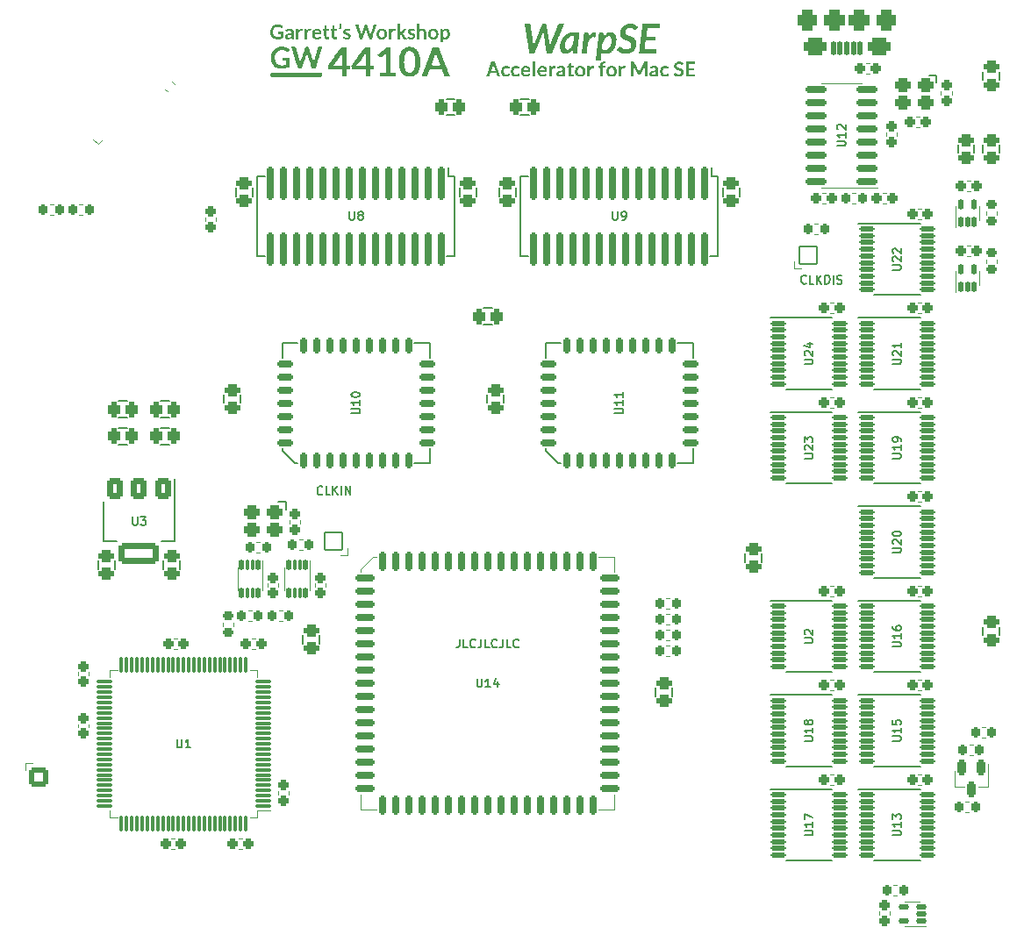
<source format=gto>
G04 #@! TF.GenerationSoftware,KiCad,Pcbnew,7.0.10*
G04 #@! TF.CreationDate,2024-03-29T04:01:23-04:00*
G04 #@! TF.ProjectId,WarpSE,57617270-5345-42e6-9b69-6361645f7063,1.0*
G04 #@! TF.SameCoordinates,Original*
G04 #@! TF.FileFunction,Legend,Top*
G04 #@! TF.FilePolarity,Positive*
%FSLAX46Y46*%
G04 Gerber Fmt 4.6, Leading zero omitted, Abs format (unit mm)*
G04 Created by KiCad (PCBNEW 7.0.10) date 2024-03-29 04:01:23*
%MOMM*%
%LPD*%
G01*
G04 APERTURE LIST*
G04 Aperture macros list*
%AMRoundRect*
0 Rectangle with rounded corners*
0 $1 Rounding radius*
0 $2 $3 $4 $5 $6 $7 $8 $9 X,Y pos of 4 corners*
0 Add a 4 corners polygon primitive as box body*
4,1,4,$2,$3,$4,$5,$6,$7,$8,$9,$2,$3,0*
0 Add four circle primitives for the rounded corners*
1,1,$1+$1,$2,$3*
1,1,$1+$1,$4,$5*
1,1,$1+$1,$6,$7*
1,1,$1+$1,$8,$9*
0 Add four rect primitives between the rounded corners*
20,1,$1+$1,$2,$3,$4,$5,0*
20,1,$1+$1,$4,$5,$6,$7,0*
20,1,$1+$1,$6,$7,$8,$9,0*
20,1,$1+$1,$8,$9,$2,$3,0*%
G04 Aperture macros list end*
%ADD10C,0.203200*%
%ADD11C,0.152400*%
%ADD12C,0.120000*%
%ADD13C,0.200000*%
%ADD14C,0.150000*%
%ADD15RoundRect,0.287500X-0.287500X-0.462500X0.287500X-0.462500X0.287500X0.462500X-0.287500X0.462500X0*%
%ADD16RoundRect,0.087000X0.674500X0.087000X-0.674500X0.087000X-0.674500X-0.087000X0.674500X-0.087000X0*%
%ADD17RoundRect,0.087000X0.087000X0.674500X-0.087000X0.674500X-0.087000X-0.674500X0.087000X-0.674500X0*%
%ADD18RoundRect,0.287500X0.462500X-0.287500X0.462500X0.287500X-0.462500X0.287500X-0.462500X-0.287500X0*%
%ADD19RoundRect,0.287500X-0.462500X0.287500X-0.462500X-0.287500X0.462500X-0.287500X0.462500X0.287500X0*%
%ADD20RoundRect,0.175000X-0.175000X1.399000X-0.175000X-1.399000X0.175000X-1.399000X0.175000X1.399000X0*%
%ADD21C,3.002400*%
%ADD22RoundRect,0.274580X0.576620X0.576620X-0.576620X0.576620X-0.576620X-0.576620X0.576620X-0.576620X0*%
%ADD23C,1.702400*%
%ADD24RoundRect,0.237500X-0.237500X-0.287500X0.237500X-0.287500X0.237500X0.287500X-0.237500X0.287500X0*%
%ADD25RoundRect,0.124500X-0.624500X-0.124500X0.624500X-0.124500X0.624500X0.124500X-0.624500X0.124500X0*%
%ADD26RoundRect,0.237500X0.237500X0.287500X-0.237500X0.287500X-0.237500X-0.287500X0.237500X-0.287500X0*%
%ADD27RoundRect,0.237500X-0.287500X0.237500X-0.287500X-0.237500X0.287500X-0.237500X0.287500X0.237500X0*%
%ADD28RoundRect,0.237500X0.287500X-0.237500X0.287500X0.237500X-0.287500X0.237500X-0.287500X-0.237500X0*%
%ADD29C,2.000000*%
%ADD30C,1.448000*%
%ADD31RoundRect,0.175000X0.612500X-0.175000X0.612500X0.175000X-0.612500X0.175000X-0.612500X-0.175000X0*%
%ADD32RoundRect,0.175000X0.175000X-0.612500X0.175000X0.612500X-0.175000X0.612500X-0.175000X-0.612500X0*%
%ADD33RoundRect,0.175000X-0.175000X-0.725000X0.175000X-0.725000X0.175000X0.725000X-0.175000X0.725000X0*%
%ADD34RoundRect,0.175000X-0.725000X-0.175000X0.725000X-0.175000X0.725000X0.175000X-0.725000X0.175000X0*%
%ADD35RoundRect,0.320000X-0.480000X0.730000X-0.480000X-0.730000X0.480000X-0.730000X0.480000X0.730000X0*%
%ADD36RoundRect,0.315000X-1.635000X0.735000X-1.635000X-0.735000X1.635000X-0.735000X1.635000X0.735000X0*%
%ADD37C,2.527300*%
%ADD38C,1.143000*%
%ADD39C,0.939800*%
%ADD40RoundRect,0.200000X0.200000X0.325000X-0.200000X0.325000X-0.200000X-0.325000X0.200000X-0.325000X0*%
%ADD41RoundRect,0.200000X0.371231X0.088388X0.088388X0.371231X-0.371231X-0.088388X-0.088388X-0.371231X0*%
%ADD42RoundRect,0.225000X-0.225000X0.500000X-0.225000X-0.500000X0.225000X-0.500000X0.225000X0.500000X0*%
%ADD43RoundRect,0.175000X0.850000X0.175000X-0.850000X0.175000X-0.850000X-0.175000X0.850000X-0.175000X0*%
%ADD44RoundRect,0.200000X-0.200000X-0.325000X0.200000X-0.325000X0.200000X0.325000X-0.200000X0.325000X0*%
%ADD45RoundRect,0.120000X0.120000X-0.420000X0.120000X0.420000X-0.120000X0.420000X-0.120000X-0.420000X0*%
%ADD46RoundRect,0.076200X0.850000X0.850000X-0.850000X0.850000X-0.850000X-0.850000X0.850000X-0.850000X0*%
%ADD47O,1.852400X1.852400*%
%ADD48RoundRect,0.120000X0.120000X0.595000X-0.120000X0.595000X-0.120000X-0.595000X0.120000X-0.595000X0*%
%ADD49RoundRect,0.475000X0.475000X0.525000X-0.475000X0.525000X-0.475000X-0.525000X0.475000X-0.525000X0*%
%ADD50RoundRect,0.425000X0.675000X0.425000X-0.675000X0.425000X-0.675000X-0.425000X0.675000X-0.425000X0*%
%ADD51RoundRect,0.500000X0.500000X0.500000X-0.500000X0.500000X-0.500000X-0.500000X0.500000X-0.500000X0*%
%ADD52RoundRect,0.200000X0.325000X-0.200000X0.325000X0.200000X-0.325000X0.200000X-0.325000X-0.200000X0*%
%ADD53RoundRect,0.076200X0.850000X-0.850000X0.850000X0.850000X-0.850000X0.850000X-0.850000X-0.850000X0*%
%ADD54RoundRect,0.200000X-0.325000X0.200000X-0.325000X-0.200000X0.325000X-0.200000X0.325000X0.200000X0*%
%ADD55RoundRect,0.287500X0.287500X0.462500X-0.287500X0.462500X-0.287500X-0.462500X0.287500X-0.462500X0*%
%ADD56RoundRect,0.325000X0.425000X0.325000X-0.425000X0.325000X-0.425000X-0.325000X0.425000X-0.325000X0*%
%ADD57RoundRect,0.117500X-0.117500X0.417500X-0.117500X-0.417500X0.117500X-0.417500X0.117500X0.417500X0*%
%ADD58RoundRect,0.092500X-0.092500X0.442500X-0.092500X-0.442500X0.092500X-0.442500X0.092500X0.442500X0*%
%ADD59RoundRect,0.117500X0.117500X0.417500X-0.117500X0.417500X-0.117500X-0.417500X0.117500X-0.417500X0*%
%ADD60RoundRect,0.272412X-0.653788X-0.653788X0.653788X-0.653788X0.653788X0.653788X-0.653788X0.653788X0*%
%ADD61RoundRect,0.120000X0.420000X0.120000X-0.420000X0.120000X-0.420000X-0.120000X0.420000X-0.120000X0*%
G04 APERTURE END LIST*
D10*
X145880667Y-98993649D02*
X145880667Y-99574221D01*
X145880667Y-99574221D02*
X145841962Y-99690335D01*
X145841962Y-99690335D02*
X145764553Y-99767745D01*
X145764553Y-99767745D02*
X145648438Y-99806449D01*
X145648438Y-99806449D02*
X145571029Y-99806449D01*
X146654762Y-99806449D02*
X146267714Y-99806449D01*
X146267714Y-99806449D02*
X146267714Y-98993649D01*
X147390152Y-99729040D02*
X147351448Y-99767745D01*
X147351448Y-99767745D02*
X147235333Y-99806449D01*
X147235333Y-99806449D02*
X147157924Y-99806449D01*
X147157924Y-99806449D02*
X147041810Y-99767745D01*
X147041810Y-99767745D02*
X146964400Y-99690335D01*
X146964400Y-99690335D02*
X146925695Y-99612925D01*
X146925695Y-99612925D02*
X146886991Y-99458106D01*
X146886991Y-99458106D02*
X146886991Y-99341992D01*
X146886991Y-99341992D02*
X146925695Y-99187173D01*
X146925695Y-99187173D02*
X146964400Y-99109764D01*
X146964400Y-99109764D02*
X147041810Y-99032354D01*
X147041810Y-99032354D02*
X147157924Y-98993649D01*
X147157924Y-98993649D02*
X147235333Y-98993649D01*
X147235333Y-98993649D02*
X147351448Y-99032354D01*
X147351448Y-99032354D02*
X147390152Y-99071059D01*
X147970724Y-98993649D02*
X147970724Y-99574221D01*
X147970724Y-99574221D02*
X147932019Y-99690335D01*
X147932019Y-99690335D02*
X147854610Y-99767745D01*
X147854610Y-99767745D02*
X147738495Y-99806449D01*
X147738495Y-99806449D02*
X147661086Y-99806449D01*
X148744819Y-99806449D02*
X148357771Y-99806449D01*
X148357771Y-99806449D02*
X148357771Y-98993649D01*
X149480209Y-99729040D02*
X149441505Y-99767745D01*
X149441505Y-99767745D02*
X149325390Y-99806449D01*
X149325390Y-99806449D02*
X149247981Y-99806449D01*
X149247981Y-99806449D02*
X149131867Y-99767745D01*
X149131867Y-99767745D02*
X149054457Y-99690335D01*
X149054457Y-99690335D02*
X149015752Y-99612925D01*
X149015752Y-99612925D02*
X148977048Y-99458106D01*
X148977048Y-99458106D02*
X148977048Y-99341992D01*
X148977048Y-99341992D02*
X149015752Y-99187173D01*
X149015752Y-99187173D02*
X149054457Y-99109764D01*
X149054457Y-99109764D02*
X149131867Y-99032354D01*
X149131867Y-99032354D02*
X149247981Y-98993649D01*
X149247981Y-98993649D02*
X149325390Y-98993649D01*
X149325390Y-98993649D02*
X149441505Y-99032354D01*
X149441505Y-99032354D02*
X149480209Y-99071059D01*
X150060781Y-98993649D02*
X150060781Y-99574221D01*
X150060781Y-99574221D02*
X150022076Y-99690335D01*
X150022076Y-99690335D02*
X149944667Y-99767745D01*
X149944667Y-99767745D02*
X149828552Y-99806449D01*
X149828552Y-99806449D02*
X149751143Y-99806449D01*
X150834876Y-99806449D02*
X150447828Y-99806449D01*
X150447828Y-99806449D02*
X150447828Y-98993649D01*
X151570266Y-99729040D02*
X151531562Y-99767745D01*
X151531562Y-99767745D02*
X151415447Y-99806449D01*
X151415447Y-99806449D02*
X151338038Y-99806449D01*
X151338038Y-99806449D02*
X151221924Y-99767745D01*
X151221924Y-99767745D02*
X151144514Y-99690335D01*
X151144514Y-99690335D02*
X151105809Y-99612925D01*
X151105809Y-99612925D02*
X151067105Y-99458106D01*
X151067105Y-99458106D02*
X151067105Y-99341992D01*
X151067105Y-99341992D02*
X151105809Y-99187173D01*
X151105809Y-99187173D02*
X151144514Y-99109764D01*
X151144514Y-99109764D02*
X151221924Y-99032354D01*
X151221924Y-99032354D02*
X151338038Y-98993649D01*
X151338038Y-98993649D02*
X151415447Y-98993649D01*
X151415447Y-98993649D02*
X151531562Y-99032354D01*
X151531562Y-99032354D02*
X151570266Y-99071059D01*
X118630723Y-108652649D02*
X118630723Y-109310630D01*
X118630723Y-109310630D02*
X118669428Y-109388040D01*
X118669428Y-109388040D02*
X118708133Y-109426745D01*
X118708133Y-109426745D02*
X118785542Y-109465449D01*
X118785542Y-109465449D02*
X118940361Y-109465449D01*
X118940361Y-109465449D02*
X119017771Y-109426745D01*
X119017771Y-109426745D02*
X119056476Y-109388040D01*
X119056476Y-109388040D02*
X119095180Y-109310630D01*
X119095180Y-109310630D02*
X119095180Y-108652649D01*
X119907981Y-109465449D02*
X119443524Y-109465449D01*
X119675752Y-109465449D02*
X119675752Y-108652649D01*
X119675752Y-108652649D02*
X119598343Y-108768764D01*
X119598343Y-108768764D02*
X119520933Y-108846173D01*
X119520933Y-108846173D02*
X119443524Y-108884878D01*
X160670723Y-57718649D02*
X160670723Y-58376630D01*
X160670723Y-58376630D02*
X160709428Y-58454040D01*
X160709428Y-58454040D02*
X160748133Y-58492745D01*
X160748133Y-58492745D02*
X160825542Y-58531449D01*
X160825542Y-58531449D02*
X160980361Y-58531449D01*
X160980361Y-58531449D02*
X161057771Y-58492745D01*
X161057771Y-58492745D02*
X161096476Y-58454040D01*
X161096476Y-58454040D02*
X161135180Y-58376630D01*
X161135180Y-58376630D02*
X161135180Y-57718649D01*
X161560933Y-58531449D02*
X161715752Y-58531449D01*
X161715752Y-58531449D02*
X161793162Y-58492745D01*
X161793162Y-58492745D02*
X161831866Y-58454040D01*
X161831866Y-58454040D02*
X161909276Y-58337925D01*
X161909276Y-58337925D02*
X161947981Y-58183106D01*
X161947981Y-58183106D02*
X161947981Y-57873468D01*
X161947981Y-57873468D02*
X161909276Y-57796059D01*
X161909276Y-57796059D02*
X161870571Y-57757354D01*
X161870571Y-57757354D02*
X161793162Y-57718649D01*
X161793162Y-57718649D02*
X161638343Y-57718649D01*
X161638343Y-57718649D02*
X161560933Y-57757354D01*
X161560933Y-57757354D02*
X161522228Y-57796059D01*
X161522228Y-57796059D02*
X161483524Y-57873468D01*
X161483524Y-57873468D02*
X161483524Y-58066992D01*
X161483524Y-58066992D02*
X161522228Y-58144402D01*
X161522228Y-58144402D02*
X161560933Y-58183106D01*
X161560933Y-58183106D02*
X161638343Y-58221811D01*
X161638343Y-58221811D02*
X161793162Y-58221811D01*
X161793162Y-58221811D02*
X161870571Y-58183106D01*
X161870571Y-58183106D02*
X161909276Y-58144402D01*
X161909276Y-58144402D02*
X161947981Y-58066992D01*
X179152649Y-99344276D02*
X179810630Y-99344276D01*
X179810630Y-99344276D02*
X179888040Y-99305571D01*
X179888040Y-99305571D02*
X179926745Y-99266866D01*
X179926745Y-99266866D02*
X179965449Y-99189457D01*
X179965449Y-99189457D02*
X179965449Y-99034638D01*
X179965449Y-99034638D02*
X179926745Y-98957228D01*
X179926745Y-98957228D02*
X179888040Y-98918523D01*
X179888040Y-98918523D02*
X179810630Y-98879819D01*
X179810630Y-98879819D02*
X179152649Y-98879819D01*
X179230059Y-98531475D02*
X179191354Y-98492771D01*
X179191354Y-98492771D02*
X179152649Y-98415361D01*
X179152649Y-98415361D02*
X179152649Y-98221837D01*
X179152649Y-98221837D02*
X179191354Y-98144428D01*
X179191354Y-98144428D02*
X179230059Y-98105723D01*
X179230059Y-98105723D02*
X179307468Y-98067018D01*
X179307468Y-98067018D02*
X179384878Y-98067018D01*
X179384878Y-98067018D02*
X179500992Y-98105723D01*
X179500992Y-98105723D02*
X179965449Y-98570180D01*
X179965449Y-98570180D02*
X179965449Y-98067018D01*
X179152649Y-72431323D02*
X179810630Y-72431323D01*
X179810630Y-72431323D02*
X179888040Y-72392618D01*
X179888040Y-72392618D02*
X179926745Y-72353913D01*
X179926745Y-72353913D02*
X179965449Y-72276504D01*
X179965449Y-72276504D02*
X179965449Y-72121685D01*
X179965449Y-72121685D02*
X179926745Y-72044275D01*
X179926745Y-72044275D02*
X179888040Y-72005570D01*
X179888040Y-72005570D02*
X179810630Y-71966866D01*
X179810630Y-71966866D02*
X179152649Y-71966866D01*
X179230059Y-71618522D02*
X179191354Y-71579818D01*
X179191354Y-71579818D02*
X179152649Y-71502408D01*
X179152649Y-71502408D02*
X179152649Y-71308884D01*
X179152649Y-71308884D02*
X179191354Y-71231475D01*
X179191354Y-71231475D02*
X179230059Y-71192770D01*
X179230059Y-71192770D02*
X179307468Y-71154065D01*
X179307468Y-71154065D02*
X179384878Y-71154065D01*
X179384878Y-71154065D02*
X179500992Y-71192770D01*
X179500992Y-71192770D02*
X179965449Y-71657227D01*
X179965449Y-71657227D02*
X179965449Y-71154065D01*
X179423583Y-70457380D02*
X179965449Y-70457380D01*
X179113945Y-70650904D02*
X179694516Y-70844427D01*
X179694516Y-70844427D02*
X179694516Y-70341266D01*
X179152649Y-81531323D02*
X179810630Y-81531323D01*
X179810630Y-81531323D02*
X179888040Y-81492618D01*
X179888040Y-81492618D02*
X179926745Y-81453913D01*
X179926745Y-81453913D02*
X179965449Y-81376504D01*
X179965449Y-81376504D02*
X179965449Y-81221685D01*
X179965449Y-81221685D02*
X179926745Y-81144275D01*
X179926745Y-81144275D02*
X179888040Y-81105570D01*
X179888040Y-81105570D02*
X179810630Y-81066866D01*
X179810630Y-81066866D02*
X179152649Y-81066866D01*
X179230059Y-80718522D02*
X179191354Y-80679818D01*
X179191354Y-80679818D02*
X179152649Y-80602408D01*
X179152649Y-80602408D02*
X179152649Y-80408884D01*
X179152649Y-80408884D02*
X179191354Y-80331475D01*
X179191354Y-80331475D02*
X179230059Y-80292770D01*
X179230059Y-80292770D02*
X179307468Y-80254065D01*
X179307468Y-80254065D02*
X179384878Y-80254065D01*
X179384878Y-80254065D02*
X179500992Y-80292770D01*
X179500992Y-80292770D02*
X179965449Y-80757227D01*
X179965449Y-80757227D02*
X179965449Y-80254065D01*
X179152649Y-79983132D02*
X179152649Y-79479970D01*
X179152649Y-79479970D02*
X179462287Y-79750904D01*
X179462287Y-79750904D02*
X179462287Y-79634789D01*
X179462287Y-79634789D02*
X179500992Y-79557380D01*
X179500992Y-79557380D02*
X179539697Y-79518675D01*
X179539697Y-79518675D02*
X179617106Y-79479970D01*
X179617106Y-79479970D02*
X179810630Y-79479970D01*
X179810630Y-79479970D02*
X179888040Y-79518675D01*
X179888040Y-79518675D02*
X179926745Y-79557380D01*
X179926745Y-79557380D02*
X179965449Y-79634789D01*
X179965449Y-79634789D02*
X179965449Y-79867018D01*
X179965449Y-79867018D02*
X179926745Y-79944427D01*
X179926745Y-79944427D02*
X179888040Y-79983132D01*
X187652649Y-63331323D02*
X188310630Y-63331323D01*
X188310630Y-63331323D02*
X188388040Y-63292618D01*
X188388040Y-63292618D02*
X188426745Y-63253913D01*
X188426745Y-63253913D02*
X188465449Y-63176504D01*
X188465449Y-63176504D02*
X188465449Y-63021685D01*
X188465449Y-63021685D02*
X188426745Y-62944275D01*
X188426745Y-62944275D02*
X188388040Y-62905570D01*
X188388040Y-62905570D02*
X188310630Y-62866866D01*
X188310630Y-62866866D02*
X187652649Y-62866866D01*
X187730059Y-62518522D02*
X187691354Y-62479818D01*
X187691354Y-62479818D02*
X187652649Y-62402408D01*
X187652649Y-62402408D02*
X187652649Y-62208884D01*
X187652649Y-62208884D02*
X187691354Y-62131475D01*
X187691354Y-62131475D02*
X187730059Y-62092770D01*
X187730059Y-62092770D02*
X187807468Y-62054065D01*
X187807468Y-62054065D02*
X187884878Y-62054065D01*
X187884878Y-62054065D02*
X188000992Y-62092770D01*
X188000992Y-62092770D02*
X188465449Y-62557227D01*
X188465449Y-62557227D02*
X188465449Y-62054065D01*
X187730059Y-61744427D02*
X187691354Y-61705723D01*
X187691354Y-61705723D02*
X187652649Y-61628313D01*
X187652649Y-61628313D02*
X187652649Y-61434789D01*
X187652649Y-61434789D02*
X187691354Y-61357380D01*
X187691354Y-61357380D02*
X187730059Y-61318675D01*
X187730059Y-61318675D02*
X187807468Y-61279970D01*
X187807468Y-61279970D02*
X187884878Y-61279970D01*
X187884878Y-61279970D02*
X188000992Y-61318675D01*
X188000992Y-61318675D02*
X188465449Y-61783132D01*
X188465449Y-61783132D02*
X188465449Y-61279970D01*
X187652649Y-72431323D02*
X188310630Y-72431323D01*
X188310630Y-72431323D02*
X188388040Y-72392618D01*
X188388040Y-72392618D02*
X188426745Y-72353913D01*
X188426745Y-72353913D02*
X188465449Y-72276504D01*
X188465449Y-72276504D02*
X188465449Y-72121685D01*
X188465449Y-72121685D02*
X188426745Y-72044275D01*
X188426745Y-72044275D02*
X188388040Y-72005570D01*
X188388040Y-72005570D02*
X188310630Y-71966866D01*
X188310630Y-71966866D02*
X187652649Y-71966866D01*
X187730059Y-71618522D02*
X187691354Y-71579818D01*
X187691354Y-71579818D02*
X187652649Y-71502408D01*
X187652649Y-71502408D02*
X187652649Y-71308884D01*
X187652649Y-71308884D02*
X187691354Y-71231475D01*
X187691354Y-71231475D02*
X187730059Y-71192770D01*
X187730059Y-71192770D02*
X187807468Y-71154065D01*
X187807468Y-71154065D02*
X187884878Y-71154065D01*
X187884878Y-71154065D02*
X188000992Y-71192770D01*
X188000992Y-71192770D02*
X188465449Y-71657227D01*
X188465449Y-71657227D02*
X188465449Y-71154065D01*
X188465449Y-70379970D02*
X188465449Y-70844427D01*
X188465449Y-70612199D02*
X187652649Y-70612199D01*
X187652649Y-70612199D02*
X187768764Y-70689608D01*
X187768764Y-70689608D02*
X187846173Y-70767018D01*
X187846173Y-70767018D02*
X187884878Y-70844427D01*
X187652649Y-90631323D02*
X188310630Y-90631323D01*
X188310630Y-90631323D02*
X188388040Y-90592618D01*
X188388040Y-90592618D02*
X188426745Y-90553913D01*
X188426745Y-90553913D02*
X188465449Y-90476504D01*
X188465449Y-90476504D02*
X188465449Y-90321685D01*
X188465449Y-90321685D02*
X188426745Y-90244275D01*
X188426745Y-90244275D02*
X188388040Y-90205570D01*
X188388040Y-90205570D02*
X188310630Y-90166866D01*
X188310630Y-90166866D02*
X187652649Y-90166866D01*
X187730059Y-89818522D02*
X187691354Y-89779818D01*
X187691354Y-89779818D02*
X187652649Y-89702408D01*
X187652649Y-89702408D02*
X187652649Y-89508884D01*
X187652649Y-89508884D02*
X187691354Y-89431475D01*
X187691354Y-89431475D02*
X187730059Y-89392770D01*
X187730059Y-89392770D02*
X187807468Y-89354065D01*
X187807468Y-89354065D02*
X187884878Y-89354065D01*
X187884878Y-89354065D02*
X188000992Y-89392770D01*
X188000992Y-89392770D02*
X188465449Y-89857227D01*
X188465449Y-89857227D02*
X188465449Y-89354065D01*
X187652649Y-88850904D02*
X187652649Y-88773494D01*
X187652649Y-88773494D02*
X187691354Y-88696085D01*
X187691354Y-88696085D02*
X187730059Y-88657380D01*
X187730059Y-88657380D02*
X187807468Y-88618675D01*
X187807468Y-88618675D02*
X187962287Y-88579970D01*
X187962287Y-88579970D02*
X188155811Y-88579970D01*
X188155811Y-88579970D02*
X188310630Y-88618675D01*
X188310630Y-88618675D02*
X188388040Y-88657380D01*
X188388040Y-88657380D02*
X188426745Y-88696085D01*
X188426745Y-88696085D02*
X188465449Y-88773494D01*
X188465449Y-88773494D02*
X188465449Y-88850904D01*
X188465449Y-88850904D02*
X188426745Y-88928313D01*
X188426745Y-88928313D02*
X188388040Y-88967018D01*
X188388040Y-88967018D02*
X188310630Y-89005723D01*
X188310630Y-89005723D02*
X188155811Y-89044427D01*
X188155811Y-89044427D02*
X187962287Y-89044427D01*
X187962287Y-89044427D02*
X187807468Y-89005723D01*
X187807468Y-89005723D02*
X187730059Y-88967018D01*
X187730059Y-88967018D02*
X187691354Y-88928313D01*
X187691354Y-88928313D02*
X187652649Y-88850904D01*
X187652649Y-81531323D02*
X188310630Y-81531323D01*
X188310630Y-81531323D02*
X188388040Y-81492618D01*
X188388040Y-81492618D02*
X188426745Y-81453913D01*
X188426745Y-81453913D02*
X188465449Y-81376504D01*
X188465449Y-81376504D02*
X188465449Y-81221685D01*
X188465449Y-81221685D02*
X188426745Y-81144275D01*
X188426745Y-81144275D02*
X188388040Y-81105570D01*
X188388040Y-81105570D02*
X188310630Y-81066866D01*
X188310630Y-81066866D02*
X187652649Y-81066866D01*
X188465449Y-80254065D02*
X188465449Y-80718522D01*
X188465449Y-80486294D02*
X187652649Y-80486294D01*
X187652649Y-80486294D02*
X187768764Y-80563703D01*
X187768764Y-80563703D02*
X187846173Y-80641113D01*
X187846173Y-80641113D02*
X187884878Y-80718522D01*
X188465449Y-79867018D02*
X188465449Y-79712199D01*
X188465449Y-79712199D02*
X188426745Y-79634789D01*
X188426745Y-79634789D02*
X188388040Y-79596085D01*
X188388040Y-79596085D02*
X188271925Y-79518675D01*
X188271925Y-79518675D02*
X188117106Y-79479970D01*
X188117106Y-79479970D02*
X187807468Y-79479970D01*
X187807468Y-79479970D02*
X187730059Y-79518675D01*
X187730059Y-79518675D02*
X187691354Y-79557380D01*
X187691354Y-79557380D02*
X187652649Y-79634789D01*
X187652649Y-79634789D02*
X187652649Y-79789608D01*
X187652649Y-79789608D02*
X187691354Y-79867018D01*
X187691354Y-79867018D02*
X187730059Y-79905723D01*
X187730059Y-79905723D02*
X187807468Y-79944427D01*
X187807468Y-79944427D02*
X188000992Y-79944427D01*
X188000992Y-79944427D02*
X188078402Y-79905723D01*
X188078402Y-79905723D02*
X188117106Y-79867018D01*
X188117106Y-79867018D02*
X188155811Y-79789608D01*
X188155811Y-79789608D02*
X188155811Y-79634789D01*
X188155811Y-79634789D02*
X188117106Y-79557380D01*
X188117106Y-79557380D02*
X188078402Y-79518675D01*
X188078402Y-79518675D02*
X188000992Y-79479970D01*
X179152649Y-108831323D02*
X179810630Y-108831323D01*
X179810630Y-108831323D02*
X179888040Y-108792618D01*
X179888040Y-108792618D02*
X179926745Y-108753913D01*
X179926745Y-108753913D02*
X179965449Y-108676504D01*
X179965449Y-108676504D02*
X179965449Y-108521685D01*
X179965449Y-108521685D02*
X179926745Y-108444275D01*
X179926745Y-108444275D02*
X179888040Y-108405570D01*
X179888040Y-108405570D02*
X179810630Y-108366866D01*
X179810630Y-108366866D02*
X179152649Y-108366866D01*
X179965449Y-107554065D02*
X179965449Y-108018522D01*
X179965449Y-107786294D02*
X179152649Y-107786294D01*
X179152649Y-107786294D02*
X179268764Y-107863703D01*
X179268764Y-107863703D02*
X179346173Y-107941113D01*
X179346173Y-107941113D02*
X179384878Y-108018522D01*
X179500992Y-107089608D02*
X179462287Y-107167018D01*
X179462287Y-107167018D02*
X179423583Y-107205723D01*
X179423583Y-107205723D02*
X179346173Y-107244427D01*
X179346173Y-107244427D02*
X179307468Y-107244427D01*
X179307468Y-107244427D02*
X179230059Y-107205723D01*
X179230059Y-107205723D02*
X179191354Y-107167018D01*
X179191354Y-107167018D02*
X179152649Y-107089608D01*
X179152649Y-107089608D02*
X179152649Y-106934789D01*
X179152649Y-106934789D02*
X179191354Y-106857380D01*
X179191354Y-106857380D02*
X179230059Y-106818675D01*
X179230059Y-106818675D02*
X179307468Y-106779970D01*
X179307468Y-106779970D02*
X179346173Y-106779970D01*
X179346173Y-106779970D02*
X179423583Y-106818675D01*
X179423583Y-106818675D02*
X179462287Y-106857380D01*
X179462287Y-106857380D02*
X179500992Y-106934789D01*
X179500992Y-106934789D02*
X179500992Y-107089608D01*
X179500992Y-107089608D02*
X179539697Y-107167018D01*
X179539697Y-107167018D02*
X179578402Y-107205723D01*
X179578402Y-107205723D02*
X179655811Y-107244427D01*
X179655811Y-107244427D02*
X179810630Y-107244427D01*
X179810630Y-107244427D02*
X179888040Y-107205723D01*
X179888040Y-107205723D02*
X179926745Y-107167018D01*
X179926745Y-107167018D02*
X179965449Y-107089608D01*
X179965449Y-107089608D02*
X179965449Y-106934789D01*
X179965449Y-106934789D02*
X179926745Y-106857380D01*
X179926745Y-106857380D02*
X179888040Y-106818675D01*
X179888040Y-106818675D02*
X179810630Y-106779970D01*
X179810630Y-106779970D02*
X179655811Y-106779970D01*
X179655811Y-106779970D02*
X179578402Y-106818675D01*
X179578402Y-106818675D02*
X179539697Y-106857380D01*
X179539697Y-106857380D02*
X179500992Y-106934789D01*
X179152649Y-117931323D02*
X179810630Y-117931323D01*
X179810630Y-117931323D02*
X179888040Y-117892618D01*
X179888040Y-117892618D02*
X179926745Y-117853913D01*
X179926745Y-117853913D02*
X179965449Y-117776504D01*
X179965449Y-117776504D02*
X179965449Y-117621685D01*
X179965449Y-117621685D02*
X179926745Y-117544275D01*
X179926745Y-117544275D02*
X179888040Y-117505570D01*
X179888040Y-117505570D02*
X179810630Y-117466866D01*
X179810630Y-117466866D02*
X179152649Y-117466866D01*
X179965449Y-116654065D02*
X179965449Y-117118522D01*
X179965449Y-116886294D02*
X179152649Y-116886294D01*
X179152649Y-116886294D02*
X179268764Y-116963703D01*
X179268764Y-116963703D02*
X179346173Y-117041113D01*
X179346173Y-117041113D02*
X179384878Y-117118522D01*
X179152649Y-116383132D02*
X179152649Y-115841266D01*
X179152649Y-115841266D02*
X179965449Y-116189608D01*
X187652649Y-99731323D02*
X188310630Y-99731323D01*
X188310630Y-99731323D02*
X188388040Y-99692618D01*
X188388040Y-99692618D02*
X188426745Y-99653913D01*
X188426745Y-99653913D02*
X188465449Y-99576504D01*
X188465449Y-99576504D02*
X188465449Y-99421685D01*
X188465449Y-99421685D02*
X188426745Y-99344275D01*
X188426745Y-99344275D02*
X188388040Y-99305570D01*
X188388040Y-99305570D02*
X188310630Y-99266866D01*
X188310630Y-99266866D02*
X187652649Y-99266866D01*
X188465449Y-98454065D02*
X188465449Y-98918522D01*
X188465449Y-98686294D02*
X187652649Y-98686294D01*
X187652649Y-98686294D02*
X187768764Y-98763703D01*
X187768764Y-98763703D02*
X187846173Y-98841113D01*
X187846173Y-98841113D02*
X187884878Y-98918522D01*
X187652649Y-97757380D02*
X187652649Y-97912199D01*
X187652649Y-97912199D02*
X187691354Y-97989608D01*
X187691354Y-97989608D02*
X187730059Y-98028313D01*
X187730059Y-98028313D02*
X187846173Y-98105723D01*
X187846173Y-98105723D02*
X188000992Y-98144427D01*
X188000992Y-98144427D02*
X188310630Y-98144427D01*
X188310630Y-98144427D02*
X188388040Y-98105723D01*
X188388040Y-98105723D02*
X188426745Y-98067018D01*
X188426745Y-98067018D02*
X188465449Y-97989608D01*
X188465449Y-97989608D02*
X188465449Y-97834789D01*
X188465449Y-97834789D02*
X188426745Y-97757380D01*
X188426745Y-97757380D02*
X188388040Y-97718675D01*
X188388040Y-97718675D02*
X188310630Y-97679970D01*
X188310630Y-97679970D02*
X188117106Y-97679970D01*
X188117106Y-97679970D02*
X188039697Y-97718675D01*
X188039697Y-97718675D02*
X188000992Y-97757380D01*
X188000992Y-97757380D02*
X187962287Y-97834789D01*
X187962287Y-97834789D02*
X187962287Y-97989608D01*
X187962287Y-97989608D02*
X188000992Y-98067018D01*
X188000992Y-98067018D02*
X188039697Y-98105723D01*
X188039697Y-98105723D02*
X188117106Y-98144427D01*
X187652649Y-108831323D02*
X188310630Y-108831323D01*
X188310630Y-108831323D02*
X188388040Y-108792618D01*
X188388040Y-108792618D02*
X188426745Y-108753913D01*
X188426745Y-108753913D02*
X188465449Y-108676504D01*
X188465449Y-108676504D02*
X188465449Y-108521685D01*
X188465449Y-108521685D02*
X188426745Y-108444275D01*
X188426745Y-108444275D02*
X188388040Y-108405570D01*
X188388040Y-108405570D02*
X188310630Y-108366866D01*
X188310630Y-108366866D02*
X187652649Y-108366866D01*
X188465449Y-107554065D02*
X188465449Y-108018522D01*
X188465449Y-107786294D02*
X187652649Y-107786294D01*
X187652649Y-107786294D02*
X187768764Y-107863703D01*
X187768764Y-107863703D02*
X187846173Y-107941113D01*
X187846173Y-107941113D02*
X187884878Y-108018522D01*
X187652649Y-106818675D02*
X187652649Y-107205723D01*
X187652649Y-107205723D02*
X188039697Y-107244427D01*
X188039697Y-107244427D02*
X188000992Y-107205723D01*
X188000992Y-107205723D02*
X187962287Y-107128313D01*
X187962287Y-107128313D02*
X187962287Y-106934789D01*
X187962287Y-106934789D02*
X188000992Y-106857380D01*
X188000992Y-106857380D02*
X188039697Y-106818675D01*
X188039697Y-106818675D02*
X188117106Y-106779970D01*
X188117106Y-106779970D02*
X188310630Y-106779970D01*
X188310630Y-106779970D02*
X188388040Y-106818675D01*
X188388040Y-106818675D02*
X188426745Y-106857380D01*
X188426745Y-106857380D02*
X188465449Y-106934789D01*
X188465449Y-106934789D02*
X188465449Y-107128313D01*
X188465449Y-107128313D02*
X188426745Y-107205723D01*
X188426745Y-107205723D02*
X188388040Y-107244427D01*
X187652649Y-117931323D02*
X188310630Y-117931323D01*
X188310630Y-117931323D02*
X188388040Y-117892618D01*
X188388040Y-117892618D02*
X188426745Y-117853913D01*
X188426745Y-117853913D02*
X188465449Y-117776504D01*
X188465449Y-117776504D02*
X188465449Y-117621685D01*
X188465449Y-117621685D02*
X188426745Y-117544275D01*
X188426745Y-117544275D02*
X188388040Y-117505570D01*
X188388040Y-117505570D02*
X188310630Y-117466866D01*
X188310630Y-117466866D02*
X187652649Y-117466866D01*
X188465449Y-116654065D02*
X188465449Y-117118522D01*
X188465449Y-116886294D02*
X187652649Y-116886294D01*
X187652649Y-116886294D02*
X187768764Y-116963703D01*
X187768764Y-116963703D02*
X187846173Y-117041113D01*
X187846173Y-117041113D02*
X187884878Y-117118522D01*
X187652649Y-116383132D02*
X187652649Y-115879970D01*
X187652649Y-115879970D02*
X187962287Y-116150904D01*
X187962287Y-116150904D02*
X187962287Y-116034789D01*
X187962287Y-116034789D02*
X188000992Y-115957380D01*
X188000992Y-115957380D02*
X188039697Y-115918675D01*
X188039697Y-115918675D02*
X188117106Y-115879970D01*
X188117106Y-115879970D02*
X188310630Y-115879970D01*
X188310630Y-115879970D02*
X188388040Y-115918675D01*
X188388040Y-115918675D02*
X188426745Y-115957380D01*
X188426745Y-115957380D02*
X188465449Y-116034789D01*
X188465449Y-116034789D02*
X188465449Y-116267018D01*
X188465449Y-116267018D02*
X188426745Y-116344427D01*
X188426745Y-116344427D02*
X188388040Y-116383132D01*
X135270723Y-57718649D02*
X135270723Y-58376630D01*
X135270723Y-58376630D02*
X135309428Y-58454040D01*
X135309428Y-58454040D02*
X135348133Y-58492745D01*
X135348133Y-58492745D02*
X135425542Y-58531449D01*
X135425542Y-58531449D02*
X135580361Y-58531449D01*
X135580361Y-58531449D02*
X135657771Y-58492745D01*
X135657771Y-58492745D02*
X135696476Y-58454040D01*
X135696476Y-58454040D02*
X135735180Y-58376630D01*
X135735180Y-58376630D02*
X135735180Y-57718649D01*
X136238343Y-58066992D02*
X136160933Y-58028287D01*
X136160933Y-58028287D02*
X136122228Y-57989583D01*
X136122228Y-57989583D02*
X136083524Y-57912173D01*
X136083524Y-57912173D02*
X136083524Y-57873468D01*
X136083524Y-57873468D02*
X136122228Y-57796059D01*
X136122228Y-57796059D02*
X136160933Y-57757354D01*
X136160933Y-57757354D02*
X136238343Y-57718649D01*
X136238343Y-57718649D02*
X136393162Y-57718649D01*
X136393162Y-57718649D02*
X136470571Y-57757354D01*
X136470571Y-57757354D02*
X136509276Y-57796059D01*
X136509276Y-57796059D02*
X136547981Y-57873468D01*
X136547981Y-57873468D02*
X136547981Y-57912173D01*
X136547981Y-57912173D02*
X136509276Y-57989583D01*
X136509276Y-57989583D02*
X136470571Y-58028287D01*
X136470571Y-58028287D02*
X136393162Y-58066992D01*
X136393162Y-58066992D02*
X136238343Y-58066992D01*
X136238343Y-58066992D02*
X136160933Y-58105697D01*
X136160933Y-58105697D02*
X136122228Y-58144402D01*
X136122228Y-58144402D02*
X136083524Y-58221811D01*
X136083524Y-58221811D02*
X136083524Y-58376630D01*
X136083524Y-58376630D02*
X136122228Y-58454040D01*
X136122228Y-58454040D02*
X136160933Y-58492745D01*
X136160933Y-58492745D02*
X136238343Y-58531449D01*
X136238343Y-58531449D02*
X136393162Y-58531449D01*
X136393162Y-58531449D02*
X136470571Y-58492745D01*
X136470571Y-58492745D02*
X136509276Y-58454040D01*
X136509276Y-58454040D02*
X136547981Y-58376630D01*
X136547981Y-58376630D02*
X136547981Y-58221811D01*
X136547981Y-58221811D02*
X136509276Y-58144402D01*
X136509276Y-58144402D02*
X136470571Y-58105697D01*
X136470571Y-58105697D02*
X136393162Y-58066992D01*
X135442649Y-77206323D02*
X136100630Y-77206323D01*
X136100630Y-77206323D02*
X136178040Y-77167618D01*
X136178040Y-77167618D02*
X136216745Y-77128913D01*
X136216745Y-77128913D02*
X136255449Y-77051504D01*
X136255449Y-77051504D02*
X136255449Y-76896685D01*
X136255449Y-76896685D02*
X136216745Y-76819275D01*
X136216745Y-76819275D02*
X136178040Y-76780570D01*
X136178040Y-76780570D02*
X136100630Y-76741866D01*
X136100630Y-76741866D02*
X135442649Y-76741866D01*
X136255449Y-75929065D02*
X136255449Y-76393522D01*
X136255449Y-76161294D02*
X135442649Y-76161294D01*
X135442649Y-76161294D02*
X135558764Y-76238703D01*
X135558764Y-76238703D02*
X135636173Y-76316113D01*
X135636173Y-76316113D02*
X135674878Y-76393522D01*
X135442649Y-75425904D02*
X135442649Y-75348494D01*
X135442649Y-75348494D02*
X135481354Y-75271085D01*
X135481354Y-75271085D02*
X135520059Y-75232380D01*
X135520059Y-75232380D02*
X135597468Y-75193675D01*
X135597468Y-75193675D02*
X135752287Y-75154970D01*
X135752287Y-75154970D02*
X135945811Y-75154970D01*
X135945811Y-75154970D02*
X136100630Y-75193675D01*
X136100630Y-75193675D02*
X136178040Y-75232380D01*
X136178040Y-75232380D02*
X136216745Y-75271085D01*
X136216745Y-75271085D02*
X136255449Y-75348494D01*
X136255449Y-75348494D02*
X136255449Y-75425904D01*
X136255449Y-75425904D02*
X136216745Y-75503313D01*
X136216745Y-75503313D02*
X136178040Y-75542018D01*
X136178040Y-75542018D02*
X136100630Y-75580723D01*
X136100630Y-75580723D02*
X135945811Y-75619427D01*
X135945811Y-75619427D02*
X135752287Y-75619427D01*
X135752287Y-75619427D02*
X135597468Y-75580723D01*
X135597468Y-75580723D02*
X135520059Y-75542018D01*
X135520059Y-75542018D02*
X135481354Y-75503313D01*
X135481354Y-75503313D02*
X135442649Y-75425904D01*
X160842649Y-77206323D02*
X161500630Y-77206323D01*
X161500630Y-77206323D02*
X161578040Y-77167618D01*
X161578040Y-77167618D02*
X161616745Y-77128913D01*
X161616745Y-77128913D02*
X161655449Y-77051504D01*
X161655449Y-77051504D02*
X161655449Y-76896685D01*
X161655449Y-76896685D02*
X161616745Y-76819275D01*
X161616745Y-76819275D02*
X161578040Y-76780570D01*
X161578040Y-76780570D02*
X161500630Y-76741866D01*
X161500630Y-76741866D02*
X160842649Y-76741866D01*
X161655449Y-75929065D02*
X161655449Y-76393522D01*
X161655449Y-76161294D02*
X160842649Y-76161294D01*
X160842649Y-76161294D02*
X160958764Y-76238703D01*
X160958764Y-76238703D02*
X161036173Y-76316113D01*
X161036173Y-76316113D02*
X161074878Y-76393522D01*
X161655449Y-75154970D02*
X161655449Y-75619427D01*
X161655449Y-75387199D02*
X160842649Y-75387199D01*
X160842649Y-75387199D02*
X160958764Y-75464608D01*
X160958764Y-75464608D02*
X161036173Y-75542018D01*
X161036173Y-75542018D02*
X161074878Y-75619427D01*
X147583676Y-102803649D02*
X147583676Y-103461630D01*
X147583676Y-103461630D02*
X147622381Y-103539040D01*
X147622381Y-103539040D02*
X147661086Y-103577745D01*
X147661086Y-103577745D02*
X147738495Y-103616449D01*
X147738495Y-103616449D02*
X147893314Y-103616449D01*
X147893314Y-103616449D02*
X147970724Y-103577745D01*
X147970724Y-103577745D02*
X148009429Y-103539040D01*
X148009429Y-103539040D02*
X148048133Y-103461630D01*
X148048133Y-103461630D02*
X148048133Y-102803649D01*
X148860934Y-103616449D02*
X148396477Y-103616449D01*
X148628705Y-103616449D02*
X148628705Y-102803649D01*
X148628705Y-102803649D02*
X148551296Y-102919764D01*
X148551296Y-102919764D02*
X148473886Y-102997173D01*
X148473886Y-102997173D02*
X148396477Y-103035878D01*
X149557619Y-103074583D02*
X149557619Y-103616449D01*
X149364095Y-102764945D02*
X149170572Y-103345516D01*
X149170572Y-103345516D02*
X149673733Y-103345516D01*
X114330723Y-87152649D02*
X114330723Y-87810630D01*
X114330723Y-87810630D02*
X114369428Y-87888040D01*
X114369428Y-87888040D02*
X114408133Y-87926745D01*
X114408133Y-87926745D02*
X114485542Y-87965449D01*
X114485542Y-87965449D02*
X114640361Y-87965449D01*
X114640361Y-87965449D02*
X114717771Y-87926745D01*
X114717771Y-87926745D02*
X114756476Y-87888040D01*
X114756476Y-87888040D02*
X114795180Y-87810630D01*
X114795180Y-87810630D02*
X114795180Y-87152649D01*
X115104819Y-87152649D02*
X115607981Y-87152649D01*
X115607981Y-87152649D02*
X115337047Y-87462287D01*
X115337047Y-87462287D02*
X115453162Y-87462287D01*
X115453162Y-87462287D02*
X115530571Y-87500992D01*
X115530571Y-87500992D02*
X115569276Y-87539697D01*
X115569276Y-87539697D02*
X115607981Y-87617106D01*
X115607981Y-87617106D02*
X115607981Y-87810630D01*
X115607981Y-87810630D02*
X115569276Y-87888040D01*
X115569276Y-87888040D02*
X115530571Y-87926745D01*
X115530571Y-87926745D02*
X115453162Y-87965449D01*
X115453162Y-87965449D02*
X115220933Y-87965449D01*
X115220933Y-87965449D02*
X115143524Y-87926745D01*
X115143524Y-87926745D02*
X115104819Y-87888040D01*
X182305649Y-51361823D02*
X182963630Y-51361823D01*
X182963630Y-51361823D02*
X183041040Y-51323118D01*
X183041040Y-51323118D02*
X183079745Y-51284413D01*
X183079745Y-51284413D02*
X183118449Y-51207004D01*
X183118449Y-51207004D02*
X183118449Y-51052185D01*
X183118449Y-51052185D02*
X183079745Y-50974775D01*
X183079745Y-50974775D02*
X183041040Y-50936070D01*
X183041040Y-50936070D02*
X182963630Y-50897366D01*
X182963630Y-50897366D02*
X182305649Y-50897366D01*
X183118449Y-50084565D02*
X183118449Y-50549022D01*
X183118449Y-50316794D02*
X182305649Y-50316794D01*
X182305649Y-50316794D02*
X182421764Y-50394203D01*
X182421764Y-50394203D02*
X182499173Y-50471613D01*
X182499173Y-50471613D02*
X182537878Y-50549022D01*
X182383059Y-49774927D02*
X182344354Y-49736223D01*
X182344354Y-49736223D02*
X182305649Y-49658813D01*
X182305649Y-49658813D02*
X182305649Y-49465289D01*
X182305649Y-49465289D02*
X182344354Y-49387880D01*
X182344354Y-49387880D02*
X182383059Y-49349175D01*
X182383059Y-49349175D02*
X182460468Y-49310470D01*
X182460468Y-49310470D02*
X182537878Y-49310470D01*
X182537878Y-49310470D02*
X182653992Y-49349175D01*
X182653992Y-49349175D02*
X183118449Y-49813632D01*
X183118449Y-49813632D02*
X183118449Y-49310470D01*
X132646913Y-84968040D02*
X132608209Y-85006745D01*
X132608209Y-85006745D02*
X132492094Y-85045449D01*
X132492094Y-85045449D02*
X132414685Y-85045449D01*
X132414685Y-85045449D02*
X132298571Y-85006745D01*
X132298571Y-85006745D02*
X132221161Y-84929335D01*
X132221161Y-84929335D02*
X132182456Y-84851925D01*
X132182456Y-84851925D02*
X132143752Y-84697106D01*
X132143752Y-84697106D02*
X132143752Y-84580992D01*
X132143752Y-84580992D02*
X132182456Y-84426173D01*
X132182456Y-84426173D02*
X132221161Y-84348764D01*
X132221161Y-84348764D02*
X132298571Y-84271354D01*
X132298571Y-84271354D02*
X132414685Y-84232649D01*
X132414685Y-84232649D02*
X132492094Y-84232649D01*
X132492094Y-84232649D02*
X132608209Y-84271354D01*
X132608209Y-84271354D02*
X132646913Y-84310059D01*
X133382304Y-85045449D02*
X132995256Y-85045449D01*
X132995256Y-85045449D02*
X132995256Y-84232649D01*
X133653237Y-85045449D02*
X133653237Y-84232649D01*
X134117694Y-85045449D02*
X133769352Y-84580992D01*
X134117694Y-84232649D02*
X133653237Y-84697106D01*
X134466037Y-85045449D02*
X134466037Y-84232649D01*
X134853085Y-85045449D02*
X134853085Y-84232649D01*
X134853085Y-84232649D02*
X135317542Y-85045449D01*
X135317542Y-85045449D02*
X135317542Y-84232649D01*
X179313718Y-64613540D02*
X179275014Y-64652245D01*
X179275014Y-64652245D02*
X179158899Y-64690949D01*
X179158899Y-64690949D02*
X179081490Y-64690949D01*
X179081490Y-64690949D02*
X178965376Y-64652245D01*
X178965376Y-64652245D02*
X178887966Y-64574835D01*
X178887966Y-64574835D02*
X178849261Y-64497425D01*
X178849261Y-64497425D02*
X178810557Y-64342606D01*
X178810557Y-64342606D02*
X178810557Y-64226492D01*
X178810557Y-64226492D02*
X178849261Y-64071673D01*
X178849261Y-64071673D02*
X178887966Y-63994264D01*
X178887966Y-63994264D02*
X178965376Y-63916854D01*
X178965376Y-63916854D02*
X179081490Y-63878149D01*
X179081490Y-63878149D02*
X179158899Y-63878149D01*
X179158899Y-63878149D02*
X179275014Y-63916854D01*
X179275014Y-63916854D02*
X179313718Y-63955559D01*
X180049109Y-64690949D02*
X179662061Y-64690949D01*
X179662061Y-64690949D02*
X179662061Y-63878149D01*
X180320042Y-64690949D02*
X180320042Y-63878149D01*
X180784499Y-64690949D02*
X180436157Y-64226492D01*
X180784499Y-63878149D02*
X180320042Y-64342606D01*
X181132842Y-64690949D02*
X181132842Y-63878149D01*
X181132842Y-63878149D02*
X181326366Y-63878149D01*
X181326366Y-63878149D02*
X181442480Y-63916854D01*
X181442480Y-63916854D02*
X181519890Y-63994264D01*
X181519890Y-63994264D02*
X181558595Y-64071673D01*
X181558595Y-64071673D02*
X181597299Y-64226492D01*
X181597299Y-64226492D02*
X181597299Y-64342606D01*
X181597299Y-64342606D02*
X181558595Y-64497425D01*
X181558595Y-64497425D02*
X181519890Y-64574835D01*
X181519890Y-64574835D02*
X181442480Y-64652245D01*
X181442480Y-64652245D02*
X181326366Y-64690949D01*
X181326366Y-64690949D02*
X181132842Y-64690949D01*
X181945642Y-64690949D02*
X181945642Y-63878149D01*
X182293986Y-64652245D02*
X182410100Y-64690949D01*
X182410100Y-64690949D02*
X182603624Y-64690949D01*
X182603624Y-64690949D02*
X182681033Y-64652245D01*
X182681033Y-64652245D02*
X182719738Y-64613540D01*
X182719738Y-64613540D02*
X182758443Y-64536130D01*
X182758443Y-64536130D02*
X182758443Y-64458721D01*
X182758443Y-64458721D02*
X182719738Y-64381311D01*
X182719738Y-64381311D02*
X182681033Y-64342606D01*
X182681033Y-64342606D02*
X182603624Y-64303902D01*
X182603624Y-64303902D02*
X182448805Y-64265197D01*
X182448805Y-64265197D02*
X182371395Y-64226492D01*
X182371395Y-64226492D02*
X182332690Y-64187787D01*
X182332690Y-64187787D02*
X182293986Y-64110378D01*
X182293986Y-64110378D02*
X182293986Y-64032968D01*
X182293986Y-64032968D02*
X182332690Y-63955559D01*
X182332690Y-63955559D02*
X182371395Y-63916854D01*
X182371395Y-63916854D02*
X182448805Y-63878149D01*
X182448805Y-63878149D02*
X182642328Y-63878149D01*
X182642328Y-63878149D02*
X182758443Y-63916854D01*
D11*
X112993600Y-76000000D02*
X113806400Y-76000000D01*
X112993600Y-77600000D02*
X113806400Y-77600000D01*
X117043600Y-76000000D02*
X117856400Y-76000000D01*
X117043600Y-77600000D02*
X117856400Y-77600000D01*
X117043600Y-78600000D02*
X117856400Y-78600000D01*
X117043600Y-80200000D02*
X117856400Y-80200000D01*
X112993600Y-78600000D02*
X113806400Y-78600000D01*
X112993600Y-80200000D02*
X113806400Y-80200000D01*
D12*
X112140000Y-116210000D02*
X112140000Y-115510000D01*
X112840000Y-116210000D02*
X112140000Y-116210000D01*
X125660000Y-116210000D02*
X126360000Y-116210000D01*
X126360000Y-116210000D02*
X126360000Y-115510000D01*
X126360000Y-115510000D02*
X127650000Y-115510000D01*
X112140000Y-101990000D02*
X112140000Y-102690000D01*
X112840000Y-101990000D02*
X112140000Y-101990000D01*
X125660000Y-101990000D02*
X126360000Y-101990000D01*
X126360000Y-101990000D02*
X126360000Y-102690000D01*
D11*
X196367500Y-45022400D02*
X196367500Y-44209600D01*
X197967500Y-45022400D02*
X197967500Y-44209600D01*
X195554500Y-51243600D02*
X195554500Y-52056400D01*
X193954500Y-51243600D02*
X193954500Y-52056400D01*
X197967500Y-51243600D02*
X197967500Y-52056400D01*
X196367500Y-51243600D02*
X196367500Y-52056400D01*
D13*
X170815000Y-54291000D02*
X170165000Y-54291000D01*
X170815000Y-54291000D02*
X170815000Y-62041000D01*
X170165000Y-54291000D02*
X170165000Y-53467000D01*
X151765000Y-54291000D02*
X152510000Y-54291000D01*
X151765000Y-54291000D02*
X151765000Y-62041000D01*
X170815000Y-62041000D02*
X170070000Y-62041000D01*
X151765000Y-62041000D02*
X152510000Y-62041000D01*
D12*
X125837221Y-98940000D02*
X126162779Y-98940000D01*
X125837221Y-99960000D02*
X126162779Y-99960000D01*
D14*
X175850000Y-95275000D02*
X181825000Y-95275000D01*
X177375000Y-102175000D02*
X181825000Y-102175000D01*
D12*
X181962779Y-94860000D02*
X181637221Y-94860000D01*
X181962779Y-93840000D02*
X181637221Y-93840000D01*
X190462779Y-58460000D02*
X190137221Y-58460000D01*
X190462779Y-57440000D02*
X190137221Y-57440000D01*
X190462779Y-94860000D02*
X190137221Y-94860000D01*
X190462779Y-93840000D02*
X190137221Y-93840000D01*
X190462779Y-85760000D02*
X190137221Y-85760000D01*
X190462779Y-84740000D02*
X190137221Y-84740000D01*
X181962779Y-113060000D02*
X181637221Y-113060000D01*
X181962779Y-112040000D02*
X181637221Y-112040000D01*
X190462779Y-113060000D02*
X190137221Y-113060000D01*
X190462779Y-112040000D02*
X190137221Y-112040000D01*
X190462779Y-67560000D02*
X190137221Y-67560000D01*
X190462779Y-66540000D02*
X190137221Y-66540000D01*
X181962779Y-67560000D02*
X181637221Y-67560000D01*
X181962779Y-66540000D02*
X181637221Y-66540000D01*
X181962779Y-76660000D02*
X181637221Y-76660000D01*
X181962779Y-75640000D02*
X181637221Y-75640000D01*
X181962779Y-103960000D02*
X181637221Y-103960000D01*
X181962779Y-102940000D02*
X181637221Y-102940000D01*
X190462779Y-103960000D02*
X190137221Y-103960000D01*
X190462779Y-102940000D02*
X190137221Y-102940000D01*
D11*
X196367500Y-98616400D02*
X196367500Y-97803600D01*
X197967500Y-98616400D02*
X197967500Y-97803600D01*
X132372000Y-98614600D02*
X132372000Y-99427400D01*
X130772000Y-98614600D02*
X130772000Y-99427400D01*
X166408000Y-103694600D02*
X166408000Y-104507400D01*
X164808000Y-103694600D02*
X164808000Y-104507400D01*
D14*
X175850000Y-67975000D02*
X181825000Y-67975000D01*
X177375000Y-74875000D02*
X181825000Y-74875000D01*
X175850000Y-77075000D02*
X181825000Y-77075000D01*
X177375000Y-83975000D02*
X181825000Y-83975000D01*
X184350000Y-58875000D02*
X190325000Y-58875000D01*
X185875000Y-65775000D02*
X190325000Y-65775000D01*
X184350000Y-67975000D02*
X190325000Y-67975000D01*
X185875000Y-74875000D02*
X190325000Y-74875000D01*
X184350000Y-86175000D02*
X190325000Y-86175000D01*
X185875000Y-93075000D02*
X190325000Y-93075000D01*
X184350000Y-77075000D02*
X190325000Y-77075000D01*
X185875000Y-83975000D02*
X190325000Y-83975000D01*
X175850000Y-104375000D02*
X181825000Y-104375000D01*
X177375000Y-111275000D02*
X181825000Y-111275000D01*
X175850000Y-113475000D02*
X181825000Y-113475000D01*
X177375000Y-120375000D02*
X181825000Y-120375000D01*
X184350000Y-95275000D02*
X190325000Y-95275000D01*
X185875000Y-102175000D02*
X190325000Y-102175000D01*
X184350000Y-104375000D02*
X190325000Y-104375000D01*
X185875000Y-111275000D02*
X190325000Y-111275000D01*
X184350000Y-113475000D02*
X190325000Y-113475000D01*
X185875000Y-120375000D02*
X190325000Y-120375000D01*
D13*
X145415000Y-54291000D02*
X144765000Y-54291000D01*
X145415000Y-54291000D02*
X145415000Y-62041000D01*
X144765000Y-54291000D02*
X144765000Y-53467000D01*
X126365000Y-54291000D02*
X127110000Y-54291000D01*
X126365000Y-54291000D02*
X126365000Y-62041000D01*
X145415000Y-62041000D02*
X144670000Y-62041000D01*
X126365000Y-62041000D02*
X127110000Y-62041000D01*
D12*
X124587221Y-118240000D02*
X124912779Y-118240000D01*
X124587221Y-119260000D02*
X124912779Y-119260000D01*
X110110000Y-107187221D02*
X110110000Y-107512779D01*
X109090000Y-107187221D02*
X109090000Y-107512779D01*
X118412779Y-119260000D02*
X118087221Y-119260000D01*
X118412779Y-118240000D02*
X118087221Y-118240000D01*
X118662779Y-99960000D02*
X118337221Y-99960000D01*
X118662779Y-98940000D02*
X118337221Y-98940000D01*
X129410000Y-113687221D02*
X129410000Y-114012779D01*
X128390000Y-113687221D02*
X128390000Y-114012779D01*
X109090000Y-102512779D02*
X109090000Y-102187221D01*
X110110000Y-102512779D02*
X110110000Y-102187221D01*
D11*
X128795000Y-70375000D02*
X130250000Y-70375000D01*
X128795000Y-71830000D02*
X128795000Y-70375000D01*
X128795000Y-80570000D02*
X128795000Y-80852782D01*
X128795000Y-80852782D02*
X129967218Y-82025000D01*
X129967218Y-82025000D02*
X130250000Y-82025000D01*
X142985000Y-70375000D02*
X141530000Y-70375000D01*
X142985000Y-71830000D02*
X142985000Y-70375000D01*
X142985000Y-80570000D02*
X142985000Y-82025000D01*
X142985000Y-82025000D02*
X141530000Y-82025000D01*
X154195000Y-70375000D02*
X155650000Y-70375000D01*
X154195000Y-71830000D02*
X154195000Y-70375000D01*
X154195000Y-80570000D02*
X154195000Y-80852782D01*
X154195000Y-80852782D02*
X155367218Y-82025000D01*
X155367218Y-82025000D02*
X155650000Y-82025000D01*
X168385000Y-70375000D02*
X166930000Y-70375000D01*
X168385000Y-71830000D02*
X168385000Y-70375000D01*
X168385000Y-80570000D02*
X168385000Y-82025000D01*
X168385000Y-82025000D02*
X166930000Y-82025000D01*
D12*
X136364200Y-92200418D02*
X136364200Y-92531000D01*
X136364200Y-115476800D02*
X136364200Y-113971000D01*
X137539418Y-91025200D02*
X136364200Y-92200418D01*
X137870000Y-91025200D02*
X137539418Y-91025200D01*
X137870000Y-115476800D02*
X136364200Y-115476800D01*
X159310000Y-91025200D02*
X160815800Y-91025200D01*
X159310000Y-115476800D02*
X160815800Y-115476800D01*
X160815800Y-91025200D02*
X160815800Y-92531000D01*
X160815800Y-115476800D02*
X160815800Y-113971000D01*
D11*
X111540000Y-89510000D02*
X112800000Y-89510000D01*
X118360000Y-89510000D02*
X117100000Y-89510000D01*
X111540000Y-85750000D02*
X111540000Y-89510000D01*
X118360000Y-83500000D02*
X118360000Y-89510000D01*
X112600000Y-91393600D02*
X112600000Y-92206400D01*
X111000000Y-91393600D02*
X111000000Y-92206400D01*
X118900000Y-91393600D02*
X118900000Y-92206400D01*
X117300000Y-91393600D02*
X117300000Y-92206400D01*
X124752000Y-75373600D02*
X124752000Y-76186400D01*
X123152000Y-75373600D02*
X123152000Y-76186400D01*
X150152000Y-75373600D02*
X150152000Y-76186400D01*
X148552000Y-75373600D02*
X148552000Y-76186400D01*
X172885000Y-55434600D02*
X172885000Y-56247400D01*
X171285000Y-55434600D02*
X171285000Y-56247400D01*
X125895000Y-55434600D02*
X125895000Y-56247400D01*
X124295000Y-55434600D02*
X124295000Y-56247400D01*
X147485000Y-55434600D02*
X147485000Y-56247400D01*
X145885000Y-55434600D02*
X145885000Y-56247400D01*
X151295000Y-55434600D02*
X151295000Y-56247400D01*
X149695000Y-55434600D02*
X149695000Y-56247400D01*
D12*
X190462779Y-76660000D02*
X190137221Y-76660000D01*
X190462779Y-75640000D02*
X190137221Y-75640000D01*
X110998000Y-51190026D02*
X110548987Y-50741013D01*
X111447012Y-50741013D02*
X110998000Y-51190026D01*
X106662779Y-58060000D02*
X106337221Y-58060000D01*
X106662779Y-57040000D02*
X106337221Y-57040000D01*
X117668163Y-46126412D02*
X117437958Y-45896207D01*
X118389412Y-45405163D02*
X118159207Y-45174958D01*
X193670000Y-113210000D02*
X194600000Y-113210000D01*
X193670000Y-113210000D02*
X193670000Y-111750000D01*
X196830000Y-113210000D02*
X195900000Y-113210000D01*
X196830000Y-113210000D02*
X196830000Y-111050000D01*
D11*
X175050000Y-90743600D02*
X175050000Y-91556400D01*
X173450000Y-90743600D02*
X173450000Y-91556400D01*
D12*
X182753000Y-55415500D02*
X180803000Y-55415500D01*
X182753000Y-55415500D02*
X186203000Y-55415500D01*
X182753000Y-45295500D02*
X180803000Y-45295500D01*
X182753000Y-45295500D02*
X184703000Y-45295500D01*
X180863721Y-55941500D02*
X181189279Y-55941500D01*
X180863721Y-56961500D02*
X181189279Y-56961500D01*
X195412779Y-110160000D02*
X195087221Y-110160000D01*
X195412779Y-109140000D02*
X195087221Y-109140000D01*
X122360000Y-58287221D02*
X122360000Y-58612779D01*
X121340000Y-58287221D02*
X121340000Y-58612779D01*
X165826221Y-98105500D02*
X166151779Y-98105500D01*
X165826221Y-99125500D02*
X166151779Y-99125500D01*
X193740000Y-63420000D02*
X193740000Y-65450000D01*
X196060000Y-64830000D02*
X196060000Y-63420000D01*
X186390000Y-125562779D02*
X186390000Y-125237221D01*
X187410000Y-125562779D02*
X187410000Y-125237221D01*
X109512779Y-58060000D02*
X109187221Y-58060000D01*
X109512779Y-57040000D02*
X109187221Y-57040000D01*
X135083500Y-90883500D02*
X134385000Y-90883500D01*
X135083500Y-90185000D02*
X135083500Y-90883500D01*
G36*
X134445409Y-39572566D02*
G01*
X134451996Y-39580591D01*
X134461123Y-39596861D01*
X134471603Y-39618797D01*
X134482246Y-39643816D01*
X134491862Y-39669338D01*
X134496648Y-39683827D01*
X134506628Y-39730350D01*
X134510392Y-39782219D01*
X134507988Y-39835194D01*
X134499468Y-39885037D01*
X134494060Y-39904071D01*
X134471089Y-39959027D01*
X134438406Y-40014045D01*
X134397500Y-40066807D01*
X134372058Y-40094003D01*
X134353049Y-40112658D01*
X134336859Y-40127887D01*
X134325237Y-40138089D01*
X134319989Y-40141664D01*
X134313305Y-40138890D01*
X134299590Y-40131578D01*
X134281566Y-40121192D01*
X134277833Y-40118965D01*
X134258559Y-40106823D01*
X134242618Y-40095736D01*
X134233111Y-40087876D01*
X134232503Y-40087198D01*
X134225562Y-40072855D01*
X134226936Y-40055456D01*
X134236964Y-40033740D01*
X134253258Y-40010000D01*
X134284749Y-39961472D01*
X134304935Y-39913413D01*
X134313896Y-39865081D01*
X134311716Y-39815735D01*
X134298475Y-39764631D01*
X134284069Y-39730314D01*
X134270481Y-39699426D01*
X134263314Y-39676236D01*
X134262349Y-39659114D01*
X134267368Y-39646428D01*
X134272125Y-39641173D01*
X134281211Y-39635550D01*
X134298044Y-39627357D01*
X134320387Y-39617480D01*
X134346005Y-39606803D01*
X134372663Y-39596212D01*
X134398123Y-39586593D01*
X134420151Y-39578829D01*
X134436511Y-39573807D01*
X134444967Y-39572412D01*
X134445409Y-39572566D01*
G37*
G36*
X130659151Y-40046318D02*
G01*
X130699755Y-40053713D01*
X130731530Y-40067777D01*
X130741284Y-40074918D01*
X130756011Y-40087300D01*
X130740216Y-40173188D01*
X130734398Y-40204190D01*
X130728955Y-40232044D01*
X130724361Y-40254400D01*
X130721093Y-40268908D01*
X130720170Y-40272287D01*
X130713593Y-40283863D01*
X130701906Y-40290560D01*
X130683554Y-40292642D01*
X130656985Y-40290375D01*
X130635049Y-40286781D01*
X130606612Y-40282127D01*
X130584725Y-40280226D01*
X130564858Y-40280935D01*
X130543652Y-40283911D01*
X130496757Y-40296909D01*
X130455216Y-40319182D01*
X130418289Y-40351278D01*
X130385237Y-40393745D01*
X130376550Y-40407612D01*
X130356167Y-40441630D01*
X130356167Y-41069288D01*
X130109954Y-41069288D01*
X130109954Y-40067259D01*
X130199082Y-40067259D01*
X130231678Y-40067631D01*
X130260179Y-40068662D01*
X130282444Y-40070226D01*
X130296333Y-40072198D01*
X130299226Y-40073155D01*
X130310186Y-40082275D01*
X130318848Y-40097500D01*
X130325746Y-40120356D01*
X130331416Y-40152369D01*
X130333953Y-40172242D01*
X130337122Y-40197070D01*
X130340212Y-40217038D01*
X130342825Y-40229816D01*
X130344315Y-40233299D01*
X130348882Y-40228849D01*
X130357256Y-40217373D01*
X130364613Y-40206101D01*
X130388450Y-40173807D01*
X130419029Y-40140823D01*
X130453189Y-40110062D01*
X130487764Y-40084435D01*
X130512159Y-40070290D01*
X130535279Y-40059466D01*
X130554252Y-40052642D01*
X130573675Y-40048662D01*
X130598148Y-40046373D01*
X130610130Y-40045684D01*
X130659151Y-40046318D01*
G37*
G36*
X131455049Y-40046318D02*
G01*
X131495652Y-40053713D01*
X131527427Y-40067777D01*
X131537181Y-40074918D01*
X131551908Y-40087300D01*
X131536113Y-40173188D01*
X131530295Y-40204190D01*
X131524852Y-40232044D01*
X131520259Y-40254400D01*
X131516990Y-40268908D01*
X131516067Y-40272287D01*
X131509490Y-40283863D01*
X131497803Y-40290560D01*
X131479451Y-40292642D01*
X131452882Y-40290375D01*
X131430947Y-40286781D01*
X131402509Y-40282127D01*
X131380622Y-40280226D01*
X131360755Y-40280935D01*
X131339549Y-40283911D01*
X131292655Y-40296909D01*
X131251114Y-40319182D01*
X131214186Y-40351278D01*
X131181134Y-40393745D01*
X131172447Y-40407612D01*
X131152064Y-40441630D01*
X131152064Y-41069288D01*
X130905852Y-41069288D01*
X130905852Y-40067259D01*
X130994979Y-40067259D01*
X131027576Y-40067631D01*
X131056076Y-40068662D01*
X131078341Y-40070226D01*
X131092231Y-40072198D01*
X131095123Y-40073155D01*
X131106083Y-40082275D01*
X131114745Y-40097500D01*
X131121644Y-40120356D01*
X131127314Y-40152369D01*
X131129850Y-40172242D01*
X131133020Y-40197070D01*
X131136109Y-40217038D01*
X131138722Y-40229816D01*
X131140212Y-40233299D01*
X131144780Y-40228849D01*
X131153153Y-40217373D01*
X131160510Y-40206101D01*
X131184347Y-40173807D01*
X131214926Y-40140823D01*
X131249086Y-40110062D01*
X131283662Y-40084435D01*
X131308057Y-40070290D01*
X131331176Y-40059466D01*
X131350149Y-40052642D01*
X131369572Y-40048662D01*
X131394045Y-40046373D01*
X131406027Y-40045684D01*
X131455049Y-40046318D01*
G37*
G36*
X139608700Y-40046318D02*
G01*
X139649304Y-40053713D01*
X139681079Y-40067777D01*
X139690833Y-40074918D01*
X139705560Y-40087300D01*
X139689765Y-40173188D01*
X139683947Y-40204190D01*
X139678504Y-40232044D01*
X139673911Y-40254400D01*
X139670642Y-40268908D01*
X139669719Y-40272287D01*
X139663142Y-40283863D01*
X139651455Y-40290560D01*
X139633103Y-40292642D01*
X139606534Y-40290375D01*
X139584599Y-40286781D01*
X139556161Y-40282127D01*
X139534274Y-40280226D01*
X139514407Y-40280935D01*
X139493201Y-40283911D01*
X139446307Y-40296909D01*
X139404765Y-40319182D01*
X139367838Y-40351278D01*
X139334786Y-40393745D01*
X139326099Y-40407612D01*
X139305716Y-40441630D01*
X139305716Y-41069288D01*
X139059504Y-41069288D01*
X139059504Y-40067259D01*
X139148631Y-40067259D01*
X139181228Y-40067631D01*
X139209728Y-40068662D01*
X139231993Y-40070226D01*
X139245882Y-40072198D01*
X139248775Y-40073155D01*
X139259735Y-40082275D01*
X139268397Y-40097500D01*
X139275296Y-40120356D01*
X139280966Y-40152369D01*
X139283502Y-40172242D01*
X139286672Y-40197070D01*
X139289761Y-40217038D01*
X139292374Y-40229816D01*
X139293864Y-40233299D01*
X139298432Y-40228849D01*
X139306805Y-40217373D01*
X139314162Y-40206101D01*
X139337999Y-40173807D01*
X139368578Y-40140823D01*
X139402738Y-40110062D01*
X139437314Y-40084435D01*
X139461709Y-40070290D01*
X139484828Y-40059466D01*
X139503801Y-40052642D01*
X139523224Y-40048662D01*
X139547697Y-40046373D01*
X139559679Y-40045684D01*
X139608700Y-40046318D01*
G37*
G36*
X142038337Y-39889779D02*
G01*
X142039824Y-40164644D01*
X142079905Y-40134560D01*
X142131947Y-40099777D01*
X142183157Y-40074934D01*
X142236296Y-40059100D01*
X142294127Y-40051344D01*
X142330130Y-40050181D01*
X142373798Y-40051422D01*
X142410287Y-40055875D01*
X142443620Y-40064368D01*
X142477820Y-40077733D01*
X142489305Y-40083032D01*
X142536167Y-40111537D01*
X142577232Y-40149490D01*
X142611929Y-40196151D01*
X142639687Y-40250776D01*
X142656677Y-40300300D01*
X142659205Y-40309687D01*
X142661373Y-40318969D01*
X142663215Y-40329086D01*
X142664764Y-40340974D01*
X142666053Y-40355573D01*
X142667116Y-40373819D01*
X142667987Y-40396652D01*
X142668698Y-40425008D01*
X142669284Y-40459827D01*
X142669778Y-40502046D01*
X142670212Y-40552603D01*
X142670622Y-40612436D01*
X142671039Y-40682484D01*
X142671179Y-40707126D01*
X142673228Y-41069288D01*
X142426737Y-41069288D01*
X142424895Y-40718578D01*
X142424503Y-40644309D01*
X142424115Y-40580570D01*
X142423654Y-40526436D01*
X142423046Y-40480985D01*
X142422214Y-40443294D01*
X142421083Y-40412441D01*
X142419576Y-40387501D01*
X142417619Y-40367554D01*
X142415135Y-40351675D01*
X142412048Y-40338943D01*
X142408282Y-40328433D01*
X142403763Y-40319224D01*
X142398413Y-40310392D01*
X142392158Y-40301014D01*
X142390380Y-40298382D01*
X142368879Y-40273193D01*
X142342662Y-40255649D01*
X142309907Y-40244892D01*
X142268790Y-40240064D01*
X142266099Y-40239948D01*
X142220562Y-40241501D01*
X142178489Y-40250548D01*
X142137730Y-40267925D01*
X142096131Y-40294474D01*
X142067022Y-40317553D01*
X142036961Y-40342987D01*
X142036961Y-41069288D01*
X141790748Y-41069288D01*
X141790748Y-39614915D01*
X142036851Y-39614915D01*
X142038337Y-39889779D01*
G37*
G36*
X139040891Y-41837913D02*
G01*
X139239869Y-41839419D01*
X139241313Y-43074777D01*
X139242758Y-44310135D01*
X139746609Y-44310135D01*
X139746609Y-44670866D01*
X138183444Y-44670866D01*
X138183444Y-44310135D01*
X138756032Y-44310135D01*
X138756032Y-43400189D01*
X138756055Y-43298877D01*
X138756124Y-43200608D01*
X138756235Y-43106000D01*
X138756386Y-43015670D01*
X138756575Y-42930234D01*
X138756798Y-42850309D01*
X138757054Y-42776512D01*
X138757340Y-42709461D01*
X138757653Y-42649772D01*
X138757991Y-42598061D01*
X138758352Y-42554947D01*
X138758732Y-42521045D01*
X138759129Y-42496972D01*
X138759541Y-42483346D01*
X138759807Y-42480404D01*
X138760484Y-42473135D01*
X138757416Y-42472778D01*
X138751864Y-42476767D01*
X138738388Y-42487322D01*
X138717889Y-42503712D01*
X138691270Y-42525207D01*
X138659432Y-42551076D01*
X138623278Y-42580588D01*
X138583710Y-42613013D01*
X138546249Y-42643815D01*
X138503825Y-42678610D01*
X138463495Y-42711415D01*
X138426242Y-42741450D01*
X138393046Y-42767937D01*
X138364890Y-42790096D01*
X138342754Y-42807149D01*
X138327620Y-42818317D01*
X138321036Y-42822579D01*
X138286146Y-42833985D01*
X138247946Y-42836827D01*
X138209725Y-42831464D01*
X138174771Y-42818253D01*
X138153903Y-42804438D01*
X138146096Y-42796371D01*
X138133321Y-42781358D01*
X138116697Y-42760871D01*
X138097342Y-42736382D01*
X138076376Y-42709362D01*
X138054916Y-42681285D01*
X138034082Y-42653623D01*
X138014992Y-42627847D01*
X137998764Y-42605429D01*
X137986518Y-42587843D01*
X137979371Y-42576560D01*
X137978088Y-42573053D01*
X137982644Y-42569200D01*
X137995322Y-42558417D01*
X138015531Y-42541208D01*
X138042681Y-42518075D01*
X138076183Y-42489523D01*
X138115446Y-42456053D01*
X138159880Y-42418169D01*
X138208894Y-42376374D01*
X138261899Y-42331171D01*
X138318305Y-42283063D01*
X138377521Y-42232554D01*
X138411044Y-42203958D01*
X138841912Y-41836407D01*
X139040891Y-41837913D01*
G37*
G36*
X133058782Y-40078711D02*
G01*
X133322173Y-40078711D01*
X133322173Y-40250487D01*
X133058286Y-40250487D01*
X133059966Y-40538213D01*
X133060361Y-40603129D01*
X133060752Y-40657590D01*
X133061183Y-40702595D01*
X133061695Y-40739140D01*
X133062331Y-40768223D01*
X133063134Y-40790840D01*
X133064146Y-40807990D01*
X133065410Y-40820670D01*
X133066969Y-40829876D01*
X133068866Y-40836606D01*
X133071142Y-40841858D01*
X133073097Y-40845380D01*
X133093354Y-40870123D01*
X133118703Y-40884803D01*
X133148557Y-40889300D01*
X133182327Y-40883495D01*
X133208523Y-40872972D01*
X133226954Y-40864272D01*
X133241523Y-40859185D01*
X133253678Y-40858633D01*
X133264869Y-40863539D01*
X133276545Y-40874826D01*
X133290155Y-40893414D01*
X133307148Y-40920227D01*
X133322525Y-40945528D01*
X133353304Y-40996408D01*
X133334576Y-41012043D01*
X133312925Y-41027056D01*
X133284007Y-41042914D01*
X133251677Y-41057745D01*
X133219792Y-41069678D01*
X133209025Y-41072944D01*
X133183822Y-41078033D01*
X133151447Y-41081737D01*
X133115091Y-41083981D01*
X133077951Y-41084690D01*
X133043221Y-41083788D01*
X133014094Y-41081200D01*
X132997233Y-41077938D01*
X132955862Y-41063105D01*
X132921091Y-41042721D01*
X132889949Y-41015697D01*
X132860284Y-40978922D01*
X132837189Y-40935853D01*
X132824368Y-40896871D01*
X132823079Y-40885420D01*
X132821920Y-40863270D01*
X132820904Y-40831178D01*
X132820044Y-40789896D01*
X132819353Y-40740178D01*
X132818846Y-40682778D01*
X132818535Y-40618451D01*
X132818435Y-40561116D01*
X132818295Y-40250487D01*
X132755311Y-40250487D01*
X132726845Y-40250243D01*
X132707471Y-40249276D01*
X132694835Y-40247232D01*
X132686581Y-40243756D01*
X132681193Y-40239355D01*
X132672249Y-40226378D01*
X132666767Y-40207774D01*
X132664414Y-40181672D01*
X132664804Y-40147448D01*
X132666559Y-40104531D01*
X132706641Y-40097739D01*
X132735000Y-40092998D01*
X132766516Y-40087824D01*
X132787283Y-40084472D01*
X132827844Y-40077997D01*
X132852073Y-39942364D01*
X132859157Y-39903457D01*
X132865949Y-39867548D01*
X132872089Y-39836432D01*
X132877216Y-39811900D01*
X132880974Y-39795745D01*
X132882460Y-39790715D01*
X132889316Y-39778138D01*
X132899854Y-39769121D01*
X132915793Y-39763144D01*
X132938852Y-39759682D01*
X132970750Y-39758213D01*
X132989787Y-39758062D01*
X133058782Y-39758062D01*
X133058782Y-40078711D01*
G37*
G36*
X133814598Y-40078711D02*
G01*
X134077989Y-40078711D01*
X134077989Y-40250487D01*
X133814102Y-40250487D01*
X133815782Y-40538213D01*
X133816177Y-40603129D01*
X133816568Y-40657590D01*
X133816999Y-40702595D01*
X133817511Y-40739140D01*
X133818147Y-40768223D01*
X133818950Y-40790840D01*
X133819962Y-40807990D01*
X133821226Y-40820670D01*
X133822786Y-40829876D01*
X133824682Y-40836606D01*
X133826958Y-40841858D01*
X133828913Y-40845380D01*
X133849170Y-40870123D01*
X133874519Y-40884803D01*
X133904373Y-40889300D01*
X133938143Y-40883495D01*
X133964339Y-40872972D01*
X133982770Y-40864272D01*
X133997339Y-40859185D01*
X134009494Y-40858633D01*
X134020685Y-40863539D01*
X134032361Y-40874826D01*
X134045971Y-40893414D01*
X134062965Y-40920227D01*
X134078341Y-40945528D01*
X134109120Y-40996408D01*
X134090392Y-41012043D01*
X134068741Y-41027056D01*
X134039823Y-41042914D01*
X134007493Y-41057745D01*
X133975608Y-41069678D01*
X133964841Y-41072944D01*
X133939639Y-41078033D01*
X133907263Y-41081737D01*
X133870907Y-41083981D01*
X133833767Y-41084690D01*
X133799037Y-41083788D01*
X133769910Y-41081200D01*
X133753049Y-41077938D01*
X133711678Y-41063105D01*
X133676907Y-41042721D01*
X133645765Y-41015697D01*
X133616100Y-40978922D01*
X133593005Y-40935853D01*
X133580184Y-40896871D01*
X133578895Y-40885420D01*
X133577736Y-40863270D01*
X133576720Y-40831178D01*
X133575860Y-40789896D01*
X133575169Y-40740178D01*
X133574662Y-40682778D01*
X133574351Y-40618451D01*
X133574251Y-40561116D01*
X133574111Y-40250487D01*
X133511127Y-40250487D01*
X133482661Y-40250243D01*
X133463287Y-40249276D01*
X133450651Y-40247232D01*
X133442397Y-40243756D01*
X133437010Y-40239355D01*
X133428065Y-40226378D01*
X133422583Y-40207774D01*
X133420230Y-40181672D01*
X133420621Y-40147448D01*
X133422375Y-40104531D01*
X133462457Y-40097739D01*
X133490816Y-40092998D01*
X133522332Y-40087824D01*
X133543099Y-40084472D01*
X133583660Y-40077997D01*
X133607889Y-39942364D01*
X133614974Y-39903457D01*
X133621765Y-39867548D01*
X133627905Y-39836432D01*
X133633033Y-39811900D01*
X133636790Y-39795745D01*
X133638276Y-39790715D01*
X133645132Y-39778138D01*
X133655670Y-39769121D01*
X133671609Y-39763144D01*
X133694668Y-39759682D01*
X133726566Y-39758213D01*
X133745603Y-39758062D01*
X133814598Y-39758062D01*
X133814598Y-40078711D01*
G37*
G36*
X140113065Y-40452461D02*
G01*
X140151019Y-40449414D01*
X140161943Y-40448566D01*
X140171335Y-40447419D01*
X140179997Y-40445191D01*
X140188734Y-40441097D01*
X140198348Y-40434356D01*
X140209642Y-40424184D01*
X140223421Y-40409797D01*
X140240486Y-40390414D01*
X140261641Y-40365250D01*
X140287689Y-40333522D01*
X140319434Y-40294449D01*
X140355042Y-40250500D01*
X140385431Y-40213305D01*
X140414335Y-40178507D01*
X140440782Y-40147232D01*
X140463801Y-40120605D01*
X140482420Y-40099754D01*
X140495667Y-40085806D01*
X140501840Y-40080308D01*
X140508570Y-40076088D01*
X140515582Y-40072891D01*
X140524490Y-40070576D01*
X140536908Y-40069001D01*
X140554451Y-40068024D01*
X140578732Y-40067502D01*
X140611366Y-40067295D01*
X140650169Y-40067259D01*
X140691688Y-40067303D01*
X140723041Y-40067504D01*
X140745517Y-40067972D01*
X140760402Y-40068813D01*
X140768982Y-40070133D01*
X140772545Y-40072041D01*
X140772378Y-40074644D01*
X140770439Y-40077279D01*
X140765034Y-40083704D01*
X140753106Y-40097966D01*
X140735459Y-40119102D01*
X140712897Y-40146147D01*
X140686224Y-40178139D01*
X140656244Y-40214113D01*
X140623760Y-40253106D01*
X140604482Y-40276254D01*
X140570271Y-40317163D01*
X140537467Y-40356065D01*
X140506974Y-40391909D01*
X140479698Y-40423646D01*
X140456543Y-40450225D01*
X140438414Y-40470598D01*
X140426216Y-40483715D01*
X140422618Y-40487230D01*
X140398109Y-40509251D01*
X140418406Y-40530174D01*
X140425471Y-40538794D01*
X140438341Y-40555905D01*
X140456337Y-40580556D01*
X140478783Y-40611796D01*
X140505002Y-40648675D01*
X140534316Y-40690243D01*
X140566048Y-40735550D01*
X140599520Y-40783643D01*
X140616920Y-40808760D01*
X140795137Y-41066425D01*
X140668246Y-41067967D01*
X140626630Y-41068410D01*
X140594842Y-41068521D01*
X140571257Y-41068190D01*
X140554254Y-41067305D01*
X140542211Y-41065756D01*
X140533503Y-41063434D01*
X140526508Y-41060226D01*
X140522833Y-41058063D01*
X140514853Y-41050701D01*
X140502014Y-41035367D01*
X140484100Y-41011766D01*
X140460900Y-40979603D01*
X140432199Y-40938583D01*
X140397784Y-40888412D01*
X140364841Y-40839776D01*
X140335132Y-40795983D01*
X140306932Y-40754922D01*
X140280971Y-40717621D01*
X140257981Y-40685108D01*
X140238693Y-40658411D01*
X140223838Y-40638558D01*
X140214147Y-40626578D01*
X140211068Y-40623564D01*
X140195471Y-40617521D01*
X140171293Y-40613371D01*
X140154915Y-40612079D01*
X140113065Y-40609966D01*
X140113065Y-41069288D01*
X139866852Y-41069288D01*
X139866852Y-39614915D01*
X140113065Y-39614915D01*
X140113065Y-40452461D01*
G37*
G36*
X129261976Y-44299463D02*
G01*
X129437544Y-44299506D01*
X129623916Y-44299578D01*
X129821279Y-44299678D01*
X130029820Y-44299805D01*
X130133796Y-44299876D01*
X132513837Y-44301547D01*
X132538665Y-44318979D01*
X132556729Y-44334868D01*
X132573011Y-44354374D01*
X132577808Y-44361923D01*
X132582527Y-44370689D01*
X132586075Y-44379038D01*
X132588620Y-44388701D01*
X132590327Y-44401409D01*
X132591365Y-44418894D01*
X132591898Y-44442887D01*
X132592096Y-44475119D01*
X132592123Y-44510541D01*
X132591924Y-44547903D01*
X132591367Y-44582198D01*
X132590514Y-44611481D01*
X132589426Y-44633808D01*
X132588164Y-44647234D01*
X132587746Y-44649289D01*
X132578189Y-44668603D01*
X132561498Y-44689146D01*
X132540940Y-44707359D01*
X132525614Y-44717010D01*
X132523675Y-44717927D01*
X132521338Y-44718793D01*
X132518276Y-44719608D01*
X132514163Y-44720374D01*
X132508671Y-44721092D01*
X132501474Y-44721765D01*
X132492245Y-44722394D01*
X132480657Y-44722979D01*
X132466382Y-44723524D01*
X132449094Y-44724028D01*
X132428467Y-44724494D01*
X132404172Y-44724924D01*
X132375884Y-44725318D01*
X132343274Y-44725679D01*
X132306017Y-44726007D01*
X132263785Y-44726304D01*
X132216252Y-44726573D01*
X132163090Y-44726813D01*
X132103973Y-44727027D01*
X132038573Y-44727217D01*
X131966564Y-44727383D01*
X131887619Y-44727528D01*
X131801410Y-44727653D01*
X131707612Y-44727759D01*
X131605896Y-44727848D01*
X131495936Y-44727921D01*
X131377406Y-44727980D01*
X131249977Y-44728026D01*
X131113324Y-44728061D01*
X130967119Y-44728087D01*
X130811036Y-44728105D01*
X130644747Y-44728116D01*
X130467925Y-44728122D01*
X130280244Y-44728124D01*
X130119672Y-44728125D01*
X127735516Y-44728125D01*
X127710280Y-44714797D01*
X127683817Y-44694517D01*
X127667867Y-44673755D01*
X127650689Y-44646042D01*
X127648933Y-44522710D01*
X127648460Y-44479987D01*
X127648470Y-44447021D01*
X127649049Y-44422128D01*
X127650282Y-44403620D01*
X127652256Y-44389811D01*
X127655055Y-44379014D01*
X127656425Y-44375162D01*
X127670681Y-44350367D01*
X127692110Y-44327682D01*
X127716982Y-44310596D01*
X127731927Y-44304507D01*
X127737516Y-44303943D01*
X127750379Y-44303414D01*
X127770701Y-44302921D01*
X127798668Y-44302461D01*
X127834465Y-44302036D01*
X127878280Y-44301644D01*
X127930297Y-44301286D01*
X127990703Y-44300961D01*
X128059684Y-44300669D01*
X128137424Y-44300409D01*
X128224111Y-44300180D01*
X128319930Y-44299984D01*
X128425067Y-44299819D01*
X128539708Y-44299684D01*
X128664039Y-44299580D01*
X128798245Y-44299507D01*
X128942513Y-44299463D01*
X129097028Y-44299448D01*
X129261976Y-44299463D01*
G37*
G36*
X144611463Y-40046401D02*
G01*
X144661755Y-40053462D01*
X144706625Y-40067914D01*
X144748334Y-40090615D01*
X144789144Y-40122423D01*
X144811806Y-40143890D01*
X144835433Y-40168546D01*
X144853049Y-40189977D01*
X144867531Y-40212178D01*
X144881757Y-40239141D01*
X144884489Y-40244761D01*
X144908831Y-40302783D01*
X144926651Y-40363137D01*
X144938286Y-40427755D01*
X144944075Y-40498565D01*
X144944354Y-40577497D01*
X144944108Y-40585451D01*
X144940186Y-40649128D01*
X144932632Y-40704700D01*
X144920824Y-40755112D01*
X144904136Y-40803310D01*
X144891965Y-40831430D01*
X144857723Y-40893303D01*
X144815874Y-40947959D01*
X144767347Y-40994586D01*
X144713071Y-41032371D01*
X144653974Y-41060502D01*
X144616469Y-41072439D01*
X144588442Y-41077476D01*
X144553021Y-41080501D01*
X144513913Y-41081516D01*
X144474829Y-41080522D01*
X144439478Y-41077523D01*
X144411568Y-41072520D01*
X144410804Y-41072318D01*
X144370432Y-41057970D01*
X144329788Y-41037456D01*
X144294152Y-41013525D01*
X144287493Y-41008062D01*
X144264328Y-40988233D01*
X144264328Y-41395663D01*
X144018115Y-41395663D01*
X144018115Y-40807860D01*
X144264328Y-40807860D01*
X144290049Y-40832506D01*
X144308528Y-40848379D01*
X144328365Y-40862682D01*
X144339514Y-40869265D01*
X144382989Y-40885613D01*
X144431151Y-40893754D01*
X144480515Y-40893500D01*
X144527598Y-40884668D01*
X144541612Y-40879999D01*
X144580930Y-40859238D01*
X144615100Y-40828476D01*
X144643831Y-40788083D01*
X144666832Y-40738429D01*
X144676590Y-40708517D01*
X144683926Y-40674279D01*
X144689198Y-40632076D01*
X144692288Y-40585229D01*
X144693082Y-40537057D01*
X144691463Y-40490880D01*
X144687315Y-40450018D01*
X144685910Y-40441252D01*
X144673399Y-40385443D01*
X144656815Y-40339723D01*
X144635541Y-40303260D01*
X144608960Y-40275225D01*
X144576455Y-40254789D01*
X144537409Y-40241121D01*
X144537036Y-40241029D01*
X144513790Y-40236040D01*
X144494399Y-40234283D01*
X144473321Y-40235567D01*
X144454501Y-40238188D01*
X144414846Y-40246654D01*
X144380758Y-40259665D01*
X144348858Y-40278958D01*
X144315769Y-40306272D01*
X144307949Y-40313573D01*
X144264328Y-40355009D01*
X144264328Y-40807860D01*
X144018115Y-40807860D01*
X144018115Y-40061533D01*
X144104287Y-40061533D01*
X144143603Y-40061860D01*
X144173134Y-40063236D01*
X144194538Y-40066251D01*
X144209475Y-40071495D01*
X144219601Y-40079558D01*
X144226576Y-40091031D01*
X144232056Y-40106505D01*
X144232231Y-40107091D01*
X144238259Y-40130160D01*
X144243319Y-40154143D01*
X144244543Y-40161449D01*
X144247326Y-40176868D01*
X144249921Y-40186215D01*
X144250861Y-40187502D01*
X144255968Y-40184031D01*
X144267735Y-40174698D01*
X144284153Y-40161121D01*
X144295277Y-40151716D01*
X144341758Y-40115017D01*
X144385384Y-40087320D01*
X144428756Y-40067560D01*
X144474475Y-40054670D01*
X144525141Y-40047585D01*
X144553485Y-40045872D01*
X144611463Y-40046401D01*
G37*
G36*
X138459321Y-40058801D02*
G01*
X138530422Y-40071289D01*
X138595121Y-40092562D01*
X138654249Y-40122947D01*
X138708636Y-40162770D01*
X138746227Y-40198414D01*
X138770342Y-40225218D01*
X138789368Y-40250667D01*
X138806489Y-40279353D01*
X138818555Y-40302827D01*
X138838587Y-40346527D01*
X138853328Y-40386810D01*
X138863601Y-40427116D01*
X138870229Y-40470886D01*
X138874037Y-40521561D01*
X138874712Y-40537544D01*
X138875486Y-40596259D01*
X138872860Y-40647335D01*
X138866430Y-40694183D01*
X138855791Y-40740218D01*
X138847279Y-40768679D01*
X138819786Y-40836943D01*
X138783639Y-40897770D01*
X138739111Y-40950894D01*
X138686475Y-40996048D01*
X138626006Y-41032968D01*
X138557976Y-41061387D01*
X138540209Y-41067016D01*
X138518603Y-41073031D01*
X138498690Y-41077337D01*
X138477585Y-41080275D01*
X138452409Y-41082191D01*
X138420278Y-41083426D01*
X138398164Y-41083950D01*
X138364304Y-41084277D01*
X138332069Y-41083921D01*
X138304281Y-41082959D01*
X138283760Y-41081471D01*
X138277306Y-41080590D01*
X138204050Y-41062044D01*
X138137025Y-41034060D01*
X138076693Y-40997093D01*
X138023515Y-40951596D01*
X137977953Y-40898026D01*
X137940468Y-40836835D01*
X137911523Y-40768479D01*
X137893478Y-40702742D01*
X137887643Y-40664776D01*
X137884106Y-40619279D01*
X137882898Y-40571136D01*
X138135760Y-40571136D01*
X138138844Y-40643019D01*
X138148196Y-40705518D01*
X138163972Y-40758934D01*
X138186325Y-40803566D01*
X138215410Y-40839713D01*
X138251380Y-40867674D01*
X138294389Y-40887749D01*
X138299599Y-40889503D01*
X138323406Y-40894240D01*
X138354682Y-40896306D01*
X138389799Y-40895864D01*
X138425134Y-40893081D01*
X138457058Y-40888121D01*
X138481773Y-40881217D01*
X138514063Y-40863604D01*
X138544738Y-40837831D01*
X138570415Y-40807049D01*
X138581697Y-40788118D01*
X138596056Y-40756728D01*
X138606715Y-40725486D01*
X138614122Y-40691945D01*
X138618724Y-40653657D01*
X138620969Y-40608174D01*
X138621378Y-40571136D01*
X138621197Y-40532691D01*
X138620508Y-40503214D01*
X138619089Y-40480229D01*
X138616718Y-40461256D01*
X138613176Y-40443817D01*
X138608445Y-40426139D01*
X138591503Y-40376520D01*
X138571792Y-40336801D01*
X138548308Y-40305564D01*
X138520051Y-40281394D01*
X138496277Y-40267618D01*
X138450919Y-40250570D01*
X138403236Y-40242094D01*
X138355265Y-40241924D01*
X138309043Y-40249797D01*
X138266609Y-40265446D01*
X138229998Y-40288606D01*
X138213045Y-40304492D01*
X138185211Y-40341116D01*
X138163842Y-40384006D01*
X138148667Y-40434091D01*
X138139419Y-40492300D01*
X138135828Y-40559560D01*
X138135760Y-40571136D01*
X137882898Y-40571136D01*
X137882868Y-40569940D01*
X137883932Y-40520447D01*
X137887297Y-40474488D01*
X137892966Y-40435752D01*
X137893384Y-40433715D01*
X137912846Y-40365002D01*
X137941207Y-40300196D01*
X137977419Y-40241326D01*
X138017394Y-40193510D01*
X138069092Y-40147640D01*
X138125881Y-40111208D01*
X138188341Y-40083992D01*
X138257055Y-40065771D01*
X138332605Y-40056323D01*
X138380987Y-40054773D01*
X138459321Y-40058801D01*
G37*
G36*
X143417932Y-40058801D02*
G01*
X143489033Y-40071289D01*
X143553733Y-40092562D01*
X143612860Y-40122947D01*
X143667247Y-40162770D01*
X143704839Y-40198414D01*
X143728953Y-40225218D01*
X143747980Y-40250667D01*
X143765101Y-40279353D01*
X143777167Y-40302827D01*
X143797199Y-40346527D01*
X143811939Y-40386810D01*
X143822212Y-40427116D01*
X143828841Y-40470886D01*
X143832648Y-40521561D01*
X143833324Y-40537544D01*
X143834097Y-40596259D01*
X143831471Y-40647335D01*
X143825041Y-40694183D01*
X143814403Y-40740218D01*
X143805891Y-40768679D01*
X143778398Y-40836943D01*
X143742250Y-40897770D01*
X143697722Y-40950894D01*
X143645087Y-40996048D01*
X143584617Y-41032968D01*
X143516587Y-41061387D01*
X143498820Y-41067016D01*
X143477215Y-41073031D01*
X143457301Y-41077337D01*
X143436197Y-41080275D01*
X143411020Y-41082191D01*
X143378889Y-41083426D01*
X143356776Y-41083950D01*
X143322915Y-41084277D01*
X143290681Y-41083921D01*
X143262893Y-41082959D01*
X143242371Y-41081471D01*
X143235918Y-41080590D01*
X143162662Y-41062044D01*
X143095637Y-41034060D01*
X143035304Y-40997093D01*
X142982126Y-40951596D01*
X142936564Y-40898026D01*
X142899080Y-40836835D01*
X142870134Y-40768479D01*
X142852089Y-40702742D01*
X142846254Y-40664776D01*
X142842717Y-40619279D01*
X142841510Y-40571136D01*
X143094372Y-40571136D01*
X143097455Y-40643019D01*
X143106808Y-40705518D01*
X143122583Y-40758934D01*
X143144937Y-40803566D01*
X143174021Y-40839713D01*
X143209991Y-40867674D01*
X143253001Y-40887749D01*
X143258211Y-40889503D01*
X143282017Y-40894240D01*
X143313293Y-40896306D01*
X143348411Y-40895864D01*
X143383745Y-40893081D01*
X143415669Y-40888121D01*
X143440385Y-40881217D01*
X143472674Y-40863604D01*
X143503350Y-40837831D01*
X143529027Y-40807049D01*
X143540309Y-40788118D01*
X143554668Y-40756728D01*
X143565327Y-40725486D01*
X143572733Y-40691945D01*
X143577335Y-40653657D01*
X143579580Y-40608174D01*
X143579989Y-40571136D01*
X143579809Y-40532691D01*
X143579119Y-40503214D01*
X143577700Y-40480229D01*
X143575330Y-40461256D01*
X143571788Y-40443817D01*
X143567057Y-40426139D01*
X143550115Y-40376520D01*
X143530403Y-40336801D01*
X143506919Y-40305564D01*
X143478662Y-40281394D01*
X143454889Y-40267618D01*
X143409531Y-40250570D01*
X143361847Y-40242094D01*
X143313876Y-40241924D01*
X143267655Y-40249797D01*
X143225220Y-40265446D01*
X143188610Y-40288606D01*
X143171656Y-40304492D01*
X143143823Y-40341116D01*
X143122453Y-40384006D01*
X143107279Y-40434091D01*
X143098031Y-40492300D01*
X143094439Y-40559560D01*
X143094372Y-40571136D01*
X142841510Y-40571136D01*
X142841480Y-40569940D01*
X142842543Y-40520447D01*
X142845909Y-40474488D01*
X142851577Y-40435752D01*
X142851996Y-40433715D01*
X142871457Y-40365002D01*
X142899818Y-40300196D01*
X142936030Y-40241326D01*
X142976005Y-40193510D01*
X143027704Y-40147640D01*
X143084492Y-40111208D01*
X143146952Y-40083992D01*
X143215667Y-40065771D01*
X143291217Y-40056323D01*
X143339598Y-40054773D01*
X143417932Y-40058801D01*
G37*
G36*
X134959774Y-43600126D02*
G01*
X135315289Y-43600126D01*
X135313602Y-43760044D01*
X135313066Y-43807182D01*
X135312495Y-43844251D01*
X135311784Y-43872635D01*
X135310823Y-43893716D01*
X135309507Y-43908876D01*
X135307727Y-43919500D01*
X135305377Y-43926969D01*
X135302348Y-43932667D01*
X135299937Y-43936114D01*
X135286727Y-43950542D01*
X135270565Y-43964082D01*
X135269030Y-43965151D01*
X135262834Y-43969103D01*
X135256307Y-43972151D01*
X135247957Y-43974413D01*
X135236293Y-43976006D01*
X135219825Y-43977048D01*
X135197061Y-43977654D01*
X135166510Y-43977942D01*
X135126681Y-43978029D01*
X135104937Y-43978034D01*
X134959774Y-43978034D01*
X134959774Y-44670866D01*
X134536059Y-44670866D01*
X134536059Y-43978034D01*
X133921958Y-43977909D01*
X133824652Y-43977882D01*
X133738135Y-43977836D01*
X133661748Y-43977761D01*
X133594826Y-43977644D01*
X133536710Y-43977475D01*
X133486737Y-43977243D01*
X133444246Y-43976935D01*
X133408576Y-43976542D01*
X133379063Y-43976052D01*
X133355047Y-43975454D01*
X133335867Y-43974737D01*
X133320860Y-43973889D01*
X133309364Y-43972899D01*
X133300719Y-43971757D01*
X133294262Y-43970450D01*
X133289332Y-43968968D01*
X133285267Y-43967300D01*
X133284954Y-43967156D01*
X133257880Y-43949788D01*
X133234151Y-43925808D01*
X133217669Y-43899202D01*
X133217105Y-43897872D01*
X133213356Y-43885951D01*
X133208149Y-43865449D01*
X133201894Y-43838391D01*
X133194999Y-43806801D01*
X133187873Y-43772704D01*
X133180925Y-43738124D01*
X133174563Y-43705086D01*
X133169196Y-43675615D01*
X133165233Y-43651735D01*
X133163083Y-43635471D01*
X133162909Y-43629469D01*
X133166472Y-43623911D01*
X133176570Y-43609635D01*
X133183447Y-43600126D01*
X133677820Y-43600126D01*
X134536059Y-43600126D01*
X134536059Y-43085109D01*
X134536134Y-42988572D01*
X134536354Y-42898928D01*
X134536715Y-42816704D01*
X134537210Y-42742431D01*
X134537834Y-42676635D01*
X134538581Y-42619844D01*
X134539447Y-42572588D01*
X134540425Y-42535394D01*
X134541509Y-42508791D01*
X134542244Y-42497712D01*
X134544436Y-42470312D01*
X134545982Y-42447418D01*
X134546756Y-42431233D01*
X134546628Y-42423962D01*
X134546539Y-42423787D01*
X134542978Y-42428116D01*
X134533040Y-42441129D01*
X134517129Y-42462280D01*
X134495649Y-42491026D01*
X134469003Y-42526820D01*
X134437595Y-42569117D01*
X134401829Y-42617374D01*
X134362109Y-42671046D01*
X134318839Y-42729586D01*
X134272422Y-42792451D01*
X134223262Y-42859096D01*
X134171763Y-42928975D01*
X134118329Y-43001543D01*
X134111234Y-43011184D01*
X133677820Y-43600126D01*
X133183447Y-43600126D01*
X133192875Y-43587089D01*
X133215053Y-43556718D01*
X133242774Y-43518970D01*
X133275707Y-43474291D01*
X133313522Y-43423128D01*
X133355885Y-43365928D01*
X133402468Y-43303136D01*
X133452937Y-43235201D01*
X133506963Y-43162568D01*
X133564215Y-43085683D01*
X133624360Y-43004995D01*
X133687068Y-42920949D01*
X133752008Y-42833992D01*
X133818848Y-42744570D01*
X133831347Y-42727859D01*
X134497982Y-41836556D01*
X134959774Y-41836556D01*
X134959774Y-43600126D01*
G37*
G36*
X137227222Y-43600126D02*
G01*
X137582737Y-43600126D01*
X137581050Y-43760044D01*
X137580514Y-43807182D01*
X137579944Y-43844251D01*
X137579232Y-43872635D01*
X137578271Y-43893716D01*
X137576955Y-43908876D01*
X137575175Y-43919500D01*
X137572825Y-43926969D01*
X137569797Y-43932667D01*
X137567386Y-43936114D01*
X137554175Y-43950542D01*
X137538013Y-43964082D01*
X137536478Y-43965151D01*
X137530282Y-43969103D01*
X137523755Y-43972151D01*
X137515405Y-43974413D01*
X137503741Y-43976006D01*
X137487273Y-43977048D01*
X137464509Y-43977654D01*
X137433958Y-43977942D01*
X137394129Y-43978029D01*
X137372385Y-43978034D01*
X137227222Y-43978034D01*
X137227222Y-44670866D01*
X136803507Y-44670866D01*
X136803507Y-43978034D01*
X136189407Y-43977909D01*
X136092100Y-43977882D01*
X136005584Y-43977836D01*
X135929196Y-43977761D01*
X135862274Y-43977644D01*
X135804158Y-43977475D01*
X135754186Y-43977243D01*
X135711695Y-43976935D01*
X135676024Y-43976542D01*
X135646511Y-43976052D01*
X135622496Y-43975454D01*
X135603315Y-43974737D01*
X135588308Y-43973889D01*
X135576813Y-43972899D01*
X135568167Y-43971757D01*
X135561711Y-43970450D01*
X135556780Y-43968968D01*
X135552715Y-43967300D01*
X135552403Y-43967156D01*
X135525328Y-43949788D01*
X135501599Y-43925808D01*
X135485117Y-43899202D01*
X135484553Y-43897872D01*
X135480804Y-43885951D01*
X135475598Y-43865449D01*
X135469343Y-43838391D01*
X135462448Y-43806801D01*
X135455321Y-43772704D01*
X135448373Y-43738124D01*
X135442011Y-43705086D01*
X135436644Y-43675615D01*
X135432681Y-43651735D01*
X135430531Y-43635471D01*
X135430358Y-43629469D01*
X135433920Y-43623911D01*
X135444019Y-43609635D01*
X135450895Y-43600126D01*
X135945268Y-43600126D01*
X136803507Y-43600126D01*
X136803507Y-43085109D01*
X136803582Y-42988572D01*
X136803802Y-42898928D01*
X136804163Y-42816704D01*
X136804658Y-42742431D01*
X136805282Y-42676635D01*
X136806030Y-42619844D01*
X136806895Y-42572588D01*
X136807873Y-42535394D01*
X136808957Y-42508791D01*
X136809693Y-42497712D01*
X136811884Y-42470312D01*
X136813430Y-42447418D01*
X136814204Y-42431233D01*
X136814076Y-42423962D01*
X136813987Y-42423787D01*
X136810426Y-42428116D01*
X136800488Y-42441129D01*
X136784578Y-42462280D01*
X136763097Y-42491026D01*
X136736451Y-42526820D01*
X136705043Y-42569117D01*
X136669277Y-42617374D01*
X136629557Y-42671046D01*
X136586287Y-42729586D01*
X136539870Y-42792451D01*
X136490710Y-42859096D01*
X136439211Y-42928975D01*
X136385777Y-43001543D01*
X136378682Y-43011184D01*
X135945268Y-43600126D01*
X135450895Y-43600126D01*
X135460323Y-43587089D01*
X135482501Y-43556718D01*
X135510222Y-43518970D01*
X135543156Y-43474291D01*
X135580970Y-43423128D01*
X135623333Y-43365928D01*
X135669916Y-43303136D01*
X135720386Y-43235201D01*
X135774412Y-43162568D01*
X135831663Y-43085683D01*
X135891808Y-43004995D01*
X135954516Y-42920949D01*
X136019456Y-42833992D01*
X136086296Y-42744570D01*
X136098795Y-42727859D01*
X136765430Y-41836556D01*
X137227222Y-41836556D01*
X137227222Y-43600126D01*
G37*
G36*
X129585176Y-40055917D02*
G01*
X129633037Y-40066672D01*
X129654592Y-40074464D01*
X129711661Y-40103715D01*
X129759869Y-40139814D01*
X129799827Y-40183422D01*
X129832143Y-40235199D01*
X129856620Y-40293431D01*
X129872294Y-40339238D01*
X129873980Y-40707126D01*
X129875667Y-41075014D01*
X129819603Y-41074764D01*
X129777890Y-41073634D01*
X129746096Y-41070488D01*
X129722824Y-41065064D01*
X129706674Y-41057101D01*
X129701369Y-41052631D01*
X129693571Y-41041284D01*
X129684396Y-41022728D01*
X129675687Y-41000745D01*
X129674788Y-40998135D01*
X129660473Y-40955883D01*
X129612721Y-40991883D01*
X129561600Y-41026182D01*
X129509134Y-41053491D01*
X129458013Y-41072495D01*
X129436706Y-41077872D01*
X129410997Y-41081693D01*
X129378179Y-41084250D01*
X129341911Y-41085490D01*
X129305856Y-41085359D01*
X129273673Y-41083805D01*
X129249025Y-41080774D01*
X129248210Y-41080614D01*
X129195286Y-41064778D01*
X129148513Y-41040167D01*
X129108828Y-41007590D01*
X129077173Y-40967858D01*
X129054485Y-40921781D01*
X129050538Y-40910060D01*
X129043198Y-40876114D01*
X129039623Y-40836854D01*
X129039822Y-40806363D01*
X129272467Y-40806363D01*
X129277060Y-40842194D01*
X129290357Y-40870890D01*
X129312713Y-40892871D01*
X129344488Y-40908558D01*
X129364070Y-40914185D01*
X129387589Y-40918456D01*
X129410886Y-40919458D01*
X129438337Y-40917208D01*
X129457204Y-40914525D01*
X129499050Y-40903608D01*
X129542474Y-40884537D01*
X129583603Y-40859230D01*
X129607508Y-40840133D01*
X129640432Y-40810707D01*
X129640432Y-40730823D01*
X129640236Y-40698166D01*
X129639527Y-40675255D01*
X129638131Y-40660388D01*
X129635869Y-40651864D01*
X129632566Y-40647982D01*
X129631780Y-40647619D01*
X129621324Y-40646476D01*
X129601953Y-40646873D01*
X129576062Y-40648564D01*
X129546046Y-40651305D01*
X129514301Y-40654850D01*
X129483224Y-40658953D01*
X129455209Y-40663369D01*
X129432653Y-40667852D01*
X129431412Y-40668145D01*
X129387669Y-40680221D01*
X129353213Y-40693599D01*
X129325884Y-40709220D01*
X129311744Y-40720295D01*
X129289492Y-40744146D01*
X129276944Y-40769490D01*
X129272520Y-40799783D01*
X129272467Y-40806363D01*
X129039822Y-40806363D01*
X129039884Y-40796827D01*
X129044055Y-40760578D01*
X129047854Y-40744529D01*
X129063411Y-40707786D01*
X129087291Y-40670945D01*
X129116953Y-40637530D01*
X129138287Y-40619196D01*
X129195658Y-40582473D01*
X129262248Y-40552188D01*
X129337744Y-40528429D01*
X129421834Y-40511288D01*
X129514203Y-40500855D01*
X129555976Y-40498470D01*
X129640432Y-40494961D01*
X129640319Y-40462907D01*
X129639356Y-40439420D01*
X129636979Y-40411627D01*
X129634501Y-40391389D01*
X129624113Y-40344296D01*
X129607629Y-40306742D01*
X129584515Y-40278253D01*
X129554233Y-40258356D01*
X129516248Y-40246578D01*
X129470024Y-40242446D01*
X129465793Y-40242432D01*
X129437399Y-40243317D01*
X129412026Y-40246326D01*
X129387185Y-40252223D01*
X129360387Y-40261771D01*
X129329144Y-40275731D01*
X129290967Y-40294867D01*
X129285581Y-40297663D01*
X129257623Y-40311957D01*
X129237337Y-40321478D01*
X129222390Y-40327029D01*
X129210452Y-40329416D01*
X129199194Y-40329443D01*
X129194744Y-40329017D01*
X129174936Y-40324933D01*
X129158173Y-40316518D01*
X129142532Y-40302096D01*
X129126088Y-40279992D01*
X129111646Y-40256642D01*
X129083874Y-40209503D01*
X129097331Y-40195103D01*
X129112163Y-40181927D01*
X129134478Y-40165361D01*
X129161536Y-40147177D01*
X129190595Y-40129146D01*
X129218915Y-40113037D01*
X129243053Y-40100940D01*
X129295125Y-40081133D01*
X129352241Y-40066050D01*
X129412102Y-40055839D01*
X129472410Y-40050648D01*
X129530868Y-40050625D01*
X129585176Y-40055917D01*
G37*
G36*
X128451713Y-39648286D02*
G01*
X128513599Y-39656639D01*
X128571746Y-39670131D01*
X128628507Y-39689204D01*
X128686235Y-39714301D01*
X128693475Y-39717805D01*
X128720535Y-39731911D01*
X128749138Y-39748309D01*
X128777535Y-39765820D01*
X128803979Y-39783264D01*
X128826722Y-39799462D01*
X128844015Y-39813237D01*
X128854110Y-39823408D01*
X128855987Y-39827402D01*
X128852881Y-39835188D01*
X128844524Y-39850086D01*
X128832353Y-39869915D01*
X128817808Y-39892493D01*
X128802328Y-39915639D01*
X128787352Y-39937171D01*
X128774319Y-39954908D01*
X128764668Y-39966667D01*
X128763008Y-39968364D01*
X128747770Y-39979712D01*
X128731078Y-39984734D01*
X128711261Y-39983198D01*
X128686648Y-39974874D01*
X128655570Y-39959532D01*
X128641266Y-39951556D01*
X128582766Y-39921012D01*
X128527209Y-39898492D01*
X128470736Y-39882804D01*
X128409490Y-39872760D01*
X128375013Y-39869414D01*
X128313589Y-39868770D01*
X128250433Y-39875753D01*
X128188692Y-39889685D01*
X128131511Y-39909891D01*
X128090330Y-39930609D01*
X128064270Y-39948802D01*
X128035132Y-39973620D01*
X128005818Y-40002166D01*
X127979229Y-40031547D01*
X127958267Y-40058864D01*
X127952130Y-40068526D01*
X127922142Y-40128817D01*
X127897573Y-40198342D01*
X127892920Y-40214745D01*
X127886809Y-40245589D01*
X127882497Y-40284713D01*
X127880011Y-40329083D01*
X127879377Y-40375666D01*
X127880623Y-40421429D01*
X127883775Y-40463337D01*
X127888860Y-40498358D01*
X127890345Y-40505289D01*
X127912699Y-40580855D01*
X127942741Y-40647994D01*
X127980419Y-40706649D01*
X128025679Y-40756765D01*
X128078469Y-40798288D01*
X128138737Y-40831161D01*
X128206429Y-40855330D01*
X128229003Y-40861067D01*
X128257337Y-40866419D01*
X128288360Y-40869632D01*
X128325402Y-40870977D01*
X128352109Y-40870996D01*
X128409286Y-40868831D01*
X128459817Y-40862921D01*
X128508117Y-40852501D01*
X128558599Y-40836805D01*
X128567624Y-40833590D01*
X128615500Y-40816266D01*
X128615500Y-40559685D01*
X128515037Y-40559685D01*
X128478873Y-40559636D01*
X128452357Y-40559342D01*
X128433684Y-40558582D01*
X128421050Y-40557134D01*
X128412651Y-40554777D01*
X128406682Y-40551289D01*
X128401340Y-40546449D01*
X128400519Y-40545630D01*
X128395039Y-40539675D01*
X128391206Y-40533257D01*
X128388728Y-40524337D01*
X128387309Y-40510874D01*
X128386655Y-40490829D01*
X128386472Y-40462163D01*
X128386465Y-40448290D01*
X128386465Y-40365005D01*
X128861713Y-40365005D01*
X128861713Y-40934902D01*
X128813204Y-40965454D01*
X128743544Y-41004244D01*
X128669514Y-41035268D01*
X128589060Y-41059293D01*
X128526749Y-41072555D01*
X128497248Y-41076640D01*
X128459593Y-41079920D01*
X128416294Y-41082357D01*
X128369862Y-41083912D01*
X128322807Y-41084545D01*
X128277639Y-41084217D01*
X128236870Y-41082890D01*
X128203010Y-41080524D01*
X128182836Y-41077902D01*
X128094661Y-41056874D01*
X128012051Y-41026084D01*
X127935514Y-40986043D01*
X127865560Y-40937264D01*
X127802697Y-40880261D01*
X127747433Y-40815544D01*
X127700277Y-40743626D01*
X127661737Y-40665019D01*
X127632322Y-40580237D01*
X127615295Y-40506066D01*
X127610256Y-40467595D01*
X127607145Y-40421362D01*
X127605957Y-40370892D01*
X127606683Y-40319708D01*
X127609318Y-40271337D01*
X127613854Y-40229302D01*
X127615846Y-40216982D01*
X127636982Y-40128863D01*
X127667477Y-40046297D01*
X127706897Y-39969879D01*
X127754811Y-39900205D01*
X127810785Y-39837871D01*
X127874388Y-39783475D01*
X127945187Y-39737611D01*
X127974926Y-39722032D01*
X128029650Y-39697168D01*
X128082038Y-39677970D01*
X128134924Y-39663784D01*
X128191139Y-39653954D01*
X128253515Y-39647828D01*
X128307312Y-39645229D01*
X128383735Y-39644630D01*
X128451713Y-39648286D01*
G37*
G36*
X135080315Y-40053512D02*
G01*
X135118571Y-40056085D01*
X135150450Y-40060185D01*
X135165906Y-40063544D01*
X135197743Y-40074070D01*
X135231848Y-40088396D01*
X135265973Y-40105257D01*
X135297867Y-40123389D01*
X135325282Y-40141526D01*
X135345966Y-40158403D01*
X135356516Y-40170716D01*
X135357746Y-40178374D01*
X135353629Y-40190713D01*
X135343460Y-40209540D01*
X135337482Y-40219386D01*
X135319187Y-40247933D01*
X135304578Y-40267818D01*
X135292024Y-40280520D01*
X135279895Y-40287520D01*
X135266562Y-40290299D01*
X135259121Y-40290568D01*
X135232738Y-40286500D01*
X135204365Y-40275428D01*
X135146762Y-40250500D01*
X135091533Y-40235103D01*
X135039631Y-40229406D01*
X134992013Y-40233582D01*
X134982653Y-40235727D01*
X134944331Y-40248835D01*
X134916198Y-40266222D01*
X134897589Y-40288508D01*
X134887841Y-40316316D01*
X134886554Y-40325728D01*
X134886004Y-40347476D01*
X134889479Y-40366401D01*
X134897921Y-40383215D01*
X134912273Y-40398629D01*
X134933479Y-40413353D01*
X134962481Y-40428098D01*
X135000222Y-40443573D01*
X135047646Y-40460491D01*
X135079373Y-40471053D01*
X135142531Y-40492917D01*
X135195441Y-40514098D01*
X135239220Y-40535312D01*
X135274987Y-40557274D01*
X135303859Y-40580699D01*
X135326955Y-40606303D01*
X135345392Y-40634802D01*
X135350427Y-40644521D01*
X135357972Y-40660274D01*
X135363153Y-40673251D01*
X135366403Y-40686172D01*
X135368158Y-40701754D01*
X135368852Y-40722716D01*
X135368919Y-40751776D01*
X135368891Y-40760021D01*
X135368513Y-40793334D01*
X135367438Y-40817968D01*
X135365335Y-40836687D01*
X135361871Y-40852259D01*
X135356711Y-40867450D01*
X135355627Y-40870231D01*
X135328416Y-40924393D01*
X135292729Y-40971036D01*
X135248878Y-41009986D01*
X135197174Y-41041068D01*
X135137927Y-41064109D01*
X135071448Y-41078933D01*
X134998048Y-41085368D01*
X134971226Y-41085611D01*
X134942414Y-41085142D01*
X134916654Y-41084385D01*
X134896731Y-41083443D01*
X134885431Y-41082420D01*
X134885338Y-41082404D01*
X134840787Y-41072416D01*
X134794096Y-41058090D01*
X134748014Y-41040565D01*
X134705291Y-41020983D01*
X134668680Y-41000484D01*
X134642852Y-40981874D01*
X134620812Y-40963110D01*
X134653906Y-40908031D01*
X134668990Y-40884409D01*
X134683626Y-40864071D01*
X134695961Y-40849465D01*
X134702595Y-40843740D01*
X134724399Y-40835330D01*
X134748628Y-40835203D01*
X134776849Y-40843601D01*
X134809601Y-40860166D01*
X134848314Y-40881186D01*
X134881898Y-40895744D01*
X134913872Y-40904892D01*
X134947752Y-40909676D01*
X134980391Y-40911092D01*
X135007292Y-40911213D01*
X135026381Y-40910282D01*
X135041295Y-40907574D01*
X135055669Y-40902364D01*
X135073138Y-40893930D01*
X135077336Y-40891786D01*
X135108057Y-40872555D01*
X135128383Y-40850906D01*
X135139347Y-40825160D01*
X135141982Y-40793637D01*
X135141652Y-40787225D01*
X135138721Y-40767204D01*
X135132165Y-40749765D01*
X135120928Y-40734185D01*
X135103949Y-40719741D01*
X135080171Y-40705707D01*
X135048536Y-40691362D01*
X135007985Y-40675981D01*
X134957460Y-40658840D01*
X134950667Y-40656627D01*
X134915694Y-40644827D01*
X134880366Y-40632124D01*
X134847952Y-40619748D01*
X134821721Y-40608923D01*
X134812643Y-40604809D01*
X134761618Y-40575169D01*
X134719820Y-40539227D01*
X134687562Y-40497453D01*
X134665160Y-40450320D01*
X134652927Y-40398300D01*
X134650577Y-40361221D01*
X134655874Y-40302831D01*
X134671468Y-40248945D01*
X134696909Y-40200104D01*
X134731748Y-40156853D01*
X134775535Y-40119734D01*
X134827822Y-40089290D01*
X134888159Y-40066064D01*
X134896789Y-40063541D01*
X134922613Y-40058483D01*
X134956831Y-40054951D01*
X134996491Y-40052945D01*
X135038637Y-40052465D01*
X135080315Y-40053512D01*
G37*
G36*
X141310071Y-40053512D02*
G01*
X141348327Y-40056085D01*
X141380207Y-40060185D01*
X141395662Y-40063544D01*
X141427499Y-40074070D01*
X141461605Y-40088396D01*
X141495730Y-40105257D01*
X141527624Y-40123389D01*
X141555038Y-40141526D01*
X141575723Y-40158403D01*
X141586273Y-40170716D01*
X141587502Y-40178374D01*
X141583386Y-40190713D01*
X141573216Y-40209540D01*
X141567238Y-40219386D01*
X141548944Y-40247933D01*
X141534334Y-40267818D01*
X141521780Y-40280520D01*
X141509652Y-40287520D01*
X141496319Y-40290299D01*
X141488878Y-40290568D01*
X141462495Y-40286500D01*
X141434122Y-40275428D01*
X141376519Y-40250500D01*
X141321289Y-40235103D01*
X141269388Y-40229406D01*
X141221769Y-40233582D01*
X141212409Y-40235727D01*
X141174088Y-40248835D01*
X141145955Y-40266222D01*
X141127346Y-40288508D01*
X141117597Y-40316316D01*
X141116311Y-40325728D01*
X141115761Y-40347476D01*
X141119235Y-40366401D01*
X141127677Y-40383215D01*
X141142030Y-40398629D01*
X141163236Y-40413353D01*
X141192238Y-40428098D01*
X141229979Y-40443573D01*
X141277402Y-40460491D01*
X141309130Y-40471053D01*
X141372288Y-40492917D01*
X141425197Y-40514098D01*
X141468976Y-40535312D01*
X141504743Y-40557274D01*
X141533615Y-40580699D01*
X141556711Y-40606303D01*
X141575148Y-40634802D01*
X141580184Y-40644521D01*
X141587729Y-40660274D01*
X141592909Y-40673251D01*
X141596160Y-40686172D01*
X141597914Y-40701754D01*
X141598608Y-40722716D01*
X141598675Y-40751776D01*
X141598647Y-40760021D01*
X141598269Y-40793334D01*
X141597195Y-40817968D01*
X141595092Y-40836687D01*
X141591627Y-40852259D01*
X141586468Y-40867450D01*
X141585384Y-40870231D01*
X141558172Y-40924393D01*
X141522486Y-40971036D01*
X141478635Y-41009986D01*
X141426931Y-41041068D01*
X141367684Y-41064109D01*
X141301205Y-41078933D01*
X141227805Y-41085368D01*
X141200982Y-41085611D01*
X141172170Y-41085142D01*
X141146410Y-41084385D01*
X141126487Y-41083443D01*
X141115187Y-41082420D01*
X141115094Y-41082404D01*
X141070544Y-41072416D01*
X141023852Y-41058090D01*
X140977770Y-41040565D01*
X140935048Y-41020983D01*
X140898436Y-41000484D01*
X140872608Y-40981874D01*
X140850569Y-40963110D01*
X140883662Y-40908031D01*
X140898746Y-40884409D01*
X140913383Y-40864071D01*
X140925718Y-40849465D01*
X140932352Y-40843740D01*
X140954155Y-40835330D01*
X140978384Y-40835203D01*
X141006606Y-40843601D01*
X141039358Y-40860166D01*
X141078070Y-40881186D01*
X141111655Y-40895744D01*
X141143628Y-40904892D01*
X141177508Y-40909676D01*
X141210147Y-40911092D01*
X141237048Y-40911213D01*
X141256138Y-40910282D01*
X141271052Y-40907574D01*
X141285425Y-40902364D01*
X141302894Y-40893930D01*
X141307093Y-40891786D01*
X141337814Y-40872555D01*
X141358140Y-40850906D01*
X141369104Y-40825160D01*
X141371738Y-40793637D01*
X141371408Y-40787225D01*
X141368477Y-40767204D01*
X141361922Y-40749765D01*
X141350684Y-40734185D01*
X141333706Y-40719741D01*
X141309928Y-40705707D01*
X141278293Y-40691362D01*
X141237742Y-40675981D01*
X141187217Y-40658840D01*
X141180424Y-40656627D01*
X141145450Y-40644827D01*
X141110122Y-40632124D01*
X141077709Y-40619748D01*
X141051478Y-40608923D01*
X141042400Y-40604809D01*
X140991375Y-40575169D01*
X140949576Y-40539227D01*
X140917319Y-40497453D01*
X140894916Y-40450320D01*
X140882684Y-40398300D01*
X140880333Y-40361221D01*
X140885631Y-40302831D01*
X140901225Y-40248945D01*
X140926666Y-40200104D01*
X140961504Y-40156853D01*
X141005292Y-40119734D01*
X141057578Y-40089290D01*
X141117915Y-40066064D01*
X141126546Y-40063541D01*
X141152369Y-40058483D01*
X141186588Y-40054951D01*
X141226247Y-40052945D01*
X141268393Y-40052465D01*
X141310071Y-40053512D01*
G37*
G36*
X132151428Y-40056586D02*
G01*
X132195885Y-40059471D01*
X132233065Y-40064878D01*
X132299439Y-40083910D01*
X132359287Y-40112051D01*
X132412180Y-40148716D01*
X132457691Y-40193321D01*
X132495389Y-40245281D01*
X132524846Y-40304009D01*
X132545632Y-40368922D01*
X132557318Y-40439434D01*
X132559628Y-40510102D01*
X132558679Y-40539184D01*
X132557427Y-40559070D01*
X132555432Y-40572013D01*
X132552254Y-40580267D01*
X132547452Y-40586087D01*
X132544250Y-40588832D01*
X132540951Y-40591169D01*
X132536685Y-40593147D01*
X132530537Y-40594796D01*
X132521591Y-40596146D01*
X132508928Y-40597228D01*
X132491634Y-40598070D01*
X132468790Y-40598702D01*
X132439482Y-40599155D01*
X132402791Y-40599458D01*
X132357801Y-40599640D01*
X132303597Y-40599732D01*
X132239261Y-40599764D01*
X132207504Y-40599766D01*
X131884275Y-40599766D01*
X131888030Y-40626964D01*
X131899797Y-40689710D01*
X131916593Y-40742818D01*
X131938755Y-40787098D01*
X131966617Y-40823357D01*
X131971814Y-40828653D01*
X132006171Y-40857203D01*
X132043751Y-40877590D01*
X132086475Y-40890504D01*
X132136263Y-40896635D01*
X132162911Y-40897372D01*
X132199046Y-40896197D01*
X132231625Y-40891914D01*
X132263661Y-40883695D01*
X132298168Y-40870715D01*
X132338160Y-40852148D01*
X132350556Y-40845934D01*
X132385001Y-40829077D01*
X132411490Y-40817996D01*
X132431850Y-40812514D01*
X132447907Y-40812455D01*
X132461490Y-40817644D01*
X132474425Y-40827906D01*
X132479923Y-40833493D01*
X132494157Y-40849451D01*
X132511466Y-40870028D01*
X132527629Y-40890169D01*
X132554748Y-40924974D01*
X132517832Y-40959507D01*
X132466400Y-41000060D01*
X132406854Y-41033494D01*
X132340494Y-41059212D01*
X132268624Y-41076613D01*
X132260815Y-41077933D01*
X132213368Y-41083428D01*
X132160875Y-41085812D01*
X132107374Y-41085135D01*
X132056903Y-41081447D01*
X132013809Y-41074863D01*
X131956385Y-41058017D01*
X131904308Y-41035317D01*
X131843365Y-40998887D01*
X131789844Y-40953893D01*
X131744032Y-40900730D01*
X131706218Y-40839791D01*
X131676690Y-40771473D01*
X131655735Y-40696169D01*
X131655332Y-40694243D01*
X131649965Y-40659548D01*
X131646371Y-40617881D01*
X131644584Y-40572592D01*
X131644638Y-40527029D01*
X131646566Y-40484543D01*
X131649904Y-40453151D01*
X131890703Y-40453151D01*
X131896225Y-40453912D01*
X131911980Y-40454615D01*
X131936747Y-40455242D01*
X131969306Y-40455774D01*
X132008438Y-40456191D01*
X132052923Y-40456477D01*
X132101542Y-40456611D01*
X132116875Y-40456619D01*
X132173800Y-40456592D01*
X132220317Y-40456482D01*
X132257469Y-40456242D01*
X132286299Y-40455826D01*
X132307850Y-40455187D01*
X132323166Y-40454280D01*
X132333289Y-40453058D01*
X132339264Y-40451474D01*
X132342133Y-40449484D01*
X132342940Y-40447039D01*
X132342948Y-40446598D01*
X132340958Y-40428401D01*
X132335992Y-40403798D01*
X132329153Y-40377083D01*
X132321544Y-40352552D01*
X132314269Y-40334499D01*
X132314041Y-40334049D01*
X132288769Y-40296904D01*
X132255711Y-40267235D01*
X132216262Y-40245673D01*
X132171816Y-40232849D01*
X132123770Y-40229396D01*
X132090108Y-40232665D01*
X132039222Y-40245614D01*
X131996347Y-40266577D01*
X131960987Y-40295898D01*
X131932644Y-40333926D01*
X131924947Y-40348047D01*
X131916844Y-40366307D01*
X131908252Y-40389123D01*
X131900310Y-40413000D01*
X131894157Y-40434445D01*
X131890931Y-40449963D01*
X131890703Y-40453151D01*
X131649904Y-40453151D01*
X131650401Y-40448481D01*
X131652761Y-40435225D01*
X131673476Y-40362059D01*
X131703201Y-40295319D01*
X131741389Y-40235555D01*
X131787494Y-40183318D01*
X131840969Y-40139158D01*
X131901268Y-40103625D01*
X131967844Y-40077269D01*
X132021470Y-40063875D01*
X132059801Y-40058768D01*
X132104593Y-40056345D01*
X132151428Y-40056586D01*
G37*
G36*
X128774731Y-41797976D02*
G01*
X128825469Y-41799539D01*
X128873485Y-41801970D01*
X128916135Y-41805206D01*
X128950773Y-41809181D01*
X128959053Y-41810482D01*
X129067541Y-41834157D01*
X129169899Y-41867250D01*
X129266943Y-41910073D01*
X129359492Y-41962943D01*
X129365392Y-41966748D01*
X129392871Y-41985315D01*
X129419725Y-42004739D01*
X129444369Y-42023729D01*
X129465220Y-42040993D01*
X129480692Y-42055240D01*
X129489202Y-42065178D01*
X129490301Y-42068559D01*
X129485635Y-42078603D01*
X129475488Y-42096024D01*
X129461129Y-42118950D01*
X129443830Y-42145510D01*
X129424861Y-42173832D01*
X129405492Y-42202043D01*
X129386995Y-42228273D01*
X129370641Y-42250648D01*
X129357700Y-42267299D01*
X129349442Y-42276352D01*
X129348977Y-42276726D01*
X129335800Y-42285308D01*
X129322098Y-42289886D01*
X129303483Y-42291611D01*
X129291599Y-42291763D01*
X129276705Y-42291531D01*
X129264324Y-42290251D01*
X129252213Y-42287047D01*
X129238126Y-42281042D01*
X129219818Y-42271361D01*
X129195046Y-42257128D01*
X129179499Y-42248009D01*
X129107559Y-42208651D01*
X129039405Y-42177948D01*
X128972292Y-42155149D01*
X128903473Y-42139503D01*
X128830203Y-42130258D01*
X128749738Y-42126664D01*
X128735743Y-42126562D01*
X128675485Y-42127614D01*
X128623338Y-42131425D01*
X128576197Y-42138454D01*
X128530953Y-42149160D01*
X128486131Y-42163425D01*
X128419010Y-42190690D01*
X128360090Y-42222802D01*
X128306531Y-42261574D01*
X128255492Y-42308820D01*
X128250743Y-42313739D01*
X128199321Y-42374277D01*
X128156294Y-42440003D01*
X128121058Y-42512113D01*
X128093007Y-42591801D01*
X128076110Y-42658219D01*
X128070835Y-42689787D01*
X128066560Y-42729967D01*
X128063374Y-42775955D01*
X128061366Y-42824949D01*
X128060627Y-42874143D01*
X128061245Y-42920735D01*
X128063310Y-42961922D01*
X128065636Y-42985799D01*
X128082598Y-43081637D01*
X128108384Y-43170389D01*
X128142633Y-43251763D01*
X128184984Y-43325465D01*
X128235076Y-43391202D01*
X128292547Y-43448683D01*
X128357036Y-43497615D01*
X128428181Y-43537704D01*
X128505622Y-43568658D01*
X128588997Y-43590185D01*
X128677945Y-43601992D01*
X128772105Y-43603786D01*
X128824494Y-43600532D01*
X128892426Y-43592565D01*
X128954910Y-43580857D01*
X129016385Y-43564353D01*
X129081292Y-43541999D01*
X129097905Y-43535634D01*
X129142281Y-43518346D01*
X129142281Y-43142056D01*
X128998586Y-43142056D01*
X128946338Y-43142097D01*
X128904403Y-43141556D01*
X128871650Y-43139433D01*
X128846946Y-43134732D01*
X128829161Y-43126453D01*
X128817164Y-43113601D01*
X128809822Y-43095175D01*
X128806004Y-43070180D01*
X128804579Y-43037615D01*
X128804416Y-42996485D01*
X128804454Y-42970828D01*
X128804454Y-42850036D01*
X129491559Y-42850036D01*
X129491559Y-43695786D01*
X129450580Y-43723036D01*
X129365052Y-43774416D01*
X129275446Y-43817258D01*
X129180410Y-43852064D01*
X129078591Y-43879335D01*
X128978004Y-43898162D01*
X128945685Y-43902139D01*
X128905133Y-43905616D01*
X128858599Y-43908534D01*
X128808333Y-43910833D01*
X128756583Y-43912455D01*
X128705599Y-43913341D01*
X128657632Y-43913430D01*
X128614931Y-43912665D01*
X128579745Y-43910985D01*
X128560103Y-43909149D01*
X128453181Y-43890325D01*
X128350332Y-43861428D01*
X128252229Y-43822863D01*
X128159545Y-43775033D01*
X128072951Y-43718342D01*
X127993122Y-43653194D01*
X127920728Y-43579993D01*
X127856443Y-43499143D01*
X127841552Y-43477535D01*
X127785864Y-43384016D01*
X127740176Y-43284939D01*
X127704514Y-43180371D01*
X127678904Y-43070381D01*
X127672717Y-43033264D01*
X127667659Y-42989001D01*
X127664314Y-42936705D01*
X127662679Y-42879647D01*
X127662756Y-42821100D01*
X127664543Y-42764338D01*
X127668041Y-42712631D01*
X127672741Y-42672534D01*
X127694927Y-42560551D01*
X127726434Y-42455070D01*
X127766977Y-42356361D01*
X127816270Y-42264692D01*
X127874029Y-42180331D01*
X127939969Y-42103547D01*
X128013803Y-42034609D01*
X128095247Y-41973785D01*
X128184015Y-41921343D01*
X128279824Y-41877553D01*
X128382386Y-41842683D01*
X128491417Y-41817001D01*
X128597438Y-41801695D01*
X128632624Y-41799142D01*
X128675664Y-41797713D01*
X128723915Y-41797346D01*
X128774731Y-41797976D01*
G37*
G36*
X141137141Y-41809984D02*
G01*
X141175963Y-41813223D01*
X141280648Y-41831303D01*
X141379649Y-41859289D01*
X141472846Y-41897080D01*
X141560119Y-41944573D01*
X141641350Y-42001666D01*
X141716418Y-42068258D01*
X141785204Y-42144246D01*
X141847590Y-42229527D01*
X141903454Y-42324001D01*
X141952678Y-42427565D01*
X141981864Y-42501930D01*
X142009696Y-42585417D01*
X142033260Y-42670994D01*
X142053098Y-42761074D01*
X142069754Y-42858065D01*
X142081081Y-42941650D01*
X142084503Y-42977741D01*
X142087287Y-43023257D01*
X142089431Y-43076266D01*
X142090938Y-43134836D01*
X142091808Y-43197034D01*
X142092040Y-43260929D01*
X142091637Y-43324586D01*
X142090598Y-43386075D01*
X142088924Y-43443463D01*
X142086616Y-43494816D01*
X142083675Y-43538203D01*
X142080886Y-43565714D01*
X142063055Y-43688255D01*
X142041037Y-43801262D01*
X142014454Y-43906001D01*
X141982925Y-44003737D01*
X141946073Y-44095738D01*
X141903516Y-44183268D01*
X141886683Y-44214006D01*
X141829098Y-44305391D01*
X141764653Y-44387747D01*
X141693584Y-44460908D01*
X141616127Y-44524710D01*
X141532520Y-44578989D01*
X141443000Y-44623580D01*
X141347803Y-44658319D01*
X141247167Y-44683041D01*
X141199686Y-44690923D01*
X141167228Y-44694329D01*
X141126753Y-44696750D01*
X141081535Y-44698158D01*
X141034843Y-44698524D01*
X140989949Y-44697821D01*
X140950125Y-44696020D01*
X140920414Y-44693324D01*
X140818897Y-44674988D01*
X140722468Y-44646465D01*
X140631337Y-44607933D01*
X140545715Y-44559564D01*
X140465812Y-44501535D01*
X140391837Y-44434020D01*
X140324001Y-44357194D01*
X140262513Y-44271232D01*
X140207584Y-44176310D01*
X140159423Y-44072601D01*
X140151274Y-44052471D01*
X140115404Y-43952709D01*
X140085629Y-43849544D01*
X140061790Y-43741895D01*
X140043724Y-43628684D01*
X140031271Y-43508831D01*
X140024271Y-43381257D01*
X140022653Y-43252238D01*
X140522653Y-43252238D01*
X140523126Y-43319705D01*
X140524872Y-43381884D01*
X140525155Y-43388509D01*
X140529704Y-43474063D01*
X140535457Y-43550208D01*
X140542684Y-43618952D01*
X140551657Y-43682301D01*
X140562646Y-43742261D01*
X140575921Y-43800838D01*
X140586052Y-43839658D01*
X140614282Y-43929929D01*
X140646773Y-44009722D01*
X140683690Y-44079255D01*
X140725197Y-44138743D01*
X140771457Y-44188403D01*
X140822635Y-44228450D01*
X140878894Y-44259102D01*
X140914577Y-44272880D01*
X140974218Y-44289164D01*
X141030542Y-44296638D01*
X141087096Y-44295658D01*
X141112231Y-44292746D01*
X141181746Y-44277586D01*
X141245515Y-44252680D01*
X141303664Y-44217931D01*
X141356319Y-44173241D01*
X141403606Y-44118515D01*
X141445650Y-44053654D01*
X141461538Y-44023842D01*
X141476080Y-43991642D01*
X141491841Y-43951065D01*
X141507891Y-43904980D01*
X141523300Y-43856259D01*
X141537136Y-43807773D01*
X141548470Y-43762391D01*
X141552795Y-43742319D01*
X141568623Y-43650029D01*
X141580830Y-43549081D01*
X141589277Y-43441726D01*
X141593826Y-43330215D01*
X141594337Y-43216800D01*
X141591331Y-43117079D01*
X141586153Y-43026430D01*
X141579451Y-42945275D01*
X141570925Y-42871722D01*
X141560273Y-42803881D01*
X141547195Y-42739857D01*
X141531391Y-42677761D01*
X141512560Y-42615700D01*
X141510855Y-42610504D01*
X141487711Y-42545328D01*
X141464041Y-42489554D01*
X141438685Y-42441148D01*
X141410485Y-42398077D01*
X141378281Y-42358309D01*
X141350352Y-42328980D01*
X141299460Y-42286510D01*
X141242684Y-42253226D01*
X141181327Y-42229402D01*
X141116697Y-42215312D01*
X141050099Y-42211229D01*
X140982839Y-42217429D01*
X140916224Y-42234184D01*
X140909504Y-42236501D01*
X140858834Y-42257591D01*
X140815296Y-42283249D01*
X140774733Y-42316105D01*
X140757650Y-42332618D01*
X140713263Y-42384755D01*
X140673104Y-42447196D01*
X140637319Y-42519543D01*
X140606054Y-42601399D01*
X140579455Y-42692368D01*
X140557667Y-42792054D01*
X140540836Y-42900060D01*
X140536883Y-42933062D01*
X140532064Y-42985194D01*
X140528159Y-43045963D01*
X140525241Y-43112582D01*
X140523382Y-43182269D01*
X140522653Y-43252238D01*
X140022653Y-43252238D01*
X140022561Y-43244883D01*
X140023207Y-43193589D01*
X140026670Y-43083504D01*
X140032911Y-42982777D01*
X140042192Y-42889594D01*
X140054776Y-42802141D01*
X140070926Y-42718605D01*
X140090906Y-42637170D01*
X140114978Y-42556024D01*
X140116180Y-42552294D01*
X140157961Y-42437819D01*
X140206248Y-42332747D01*
X140261033Y-42237085D01*
X140322308Y-42150843D01*
X140390064Y-42074026D01*
X140464296Y-42006643D01*
X140544994Y-41948700D01*
X140632152Y-41900207D01*
X140725761Y-41861169D01*
X140825814Y-41831596D01*
X140854567Y-41825100D01*
X140891460Y-41818991D01*
X140936611Y-41814164D01*
X140986889Y-41810734D01*
X141039159Y-41808817D01*
X141090287Y-41808528D01*
X141137141Y-41809984D01*
G37*
G36*
X137779851Y-39654715D02*
G01*
X137807412Y-39655650D01*
X137829616Y-39657137D01*
X137844517Y-39659183D01*
X137850166Y-39661794D01*
X137850127Y-39662153D01*
X137848158Y-39668412D01*
X137843000Y-39684953D01*
X137834857Y-39711119D01*
X137823932Y-39746254D01*
X137810429Y-39789704D01*
X137794553Y-39840811D01*
X137776506Y-39898919D01*
X137756492Y-39963373D01*
X137734716Y-40033517D01*
X137711380Y-40108694D01*
X137686690Y-40188249D01*
X137660847Y-40271525D01*
X137634057Y-40357866D01*
X137630510Y-40369299D01*
X137413333Y-41069288D01*
X137170454Y-41069288D01*
X137138373Y-40970516D01*
X137132561Y-40952612D01*
X137123803Y-40925610D01*
X137112433Y-40890545D01*
X137098786Y-40848454D01*
X137083199Y-40800370D01*
X137066005Y-40747328D01*
X137047542Y-40690363D01*
X137028144Y-40630511D01*
X137008146Y-40568806D01*
X136987884Y-40506283D01*
X136967694Y-40443977D01*
X136947910Y-40382923D01*
X136928868Y-40324156D01*
X136910904Y-40268710D01*
X136894352Y-40217621D01*
X136879548Y-40171923D01*
X136866828Y-40132651D01*
X136856526Y-40100841D01*
X136848979Y-40077527D01*
X136844522Y-40063744D01*
X136843808Y-40061533D01*
X136839804Y-40052738D01*
X136836639Y-40054813D01*
X136836272Y-40055807D01*
X136833920Y-40062943D01*
X136828409Y-40079788D01*
X136820123Y-40105161D01*
X136809448Y-40137880D01*
X136796768Y-40176766D01*
X136782469Y-40220637D01*
X136766936Y-40268313D01*
X136758754Y-40293431D01*
X136740544Y-40349294D01*
X136719596Y-40413465D01*
X136696753Y-40483373D01*
X136672855Y-40556446D01*
X136648743Y-40630115D01*
X136625258Y-40701807D01*
X136603241Y-40768953D01*
X136594406Y-40795877D01*
X136504650Y-41069288D01*
X136261876Y-41069288D01*
X136045172Y-40372162D01*
X136018267Y-40285598D01*
X135992281Y-40201975D01*
X135967421Y-40121953D01*
X135943891Y-40046194D01*
X135921896Y-39975358D01*
X135901641Y-39910106D01*
X135883332Y-39851098D01*
X135867173Y-39798996D01*
X135853369Y-39754460D01*
X135842126Y-39718151D01*
X135833648Y-39690730D01*
X135828140Y-39672857D01*
X135825808Y-39665194D01*
X135825757Y-39665016D01*
X135825569Y-39661768D01*
X135827895Y-39659308D01*
X135834087Y-39657526D01*
X135845498Y-39656315D01*
X135863480Y-39655567D01*
X135889386Y-39655175D01*
X135924567Y-39655030D01*
X135951115Y-39655017D01*
X135993140Y-39655098D01*
X136025322Y-39655408D01*
X136049271Y-39656070D01*
X136066594Y-39657205D01*
X136078902Y-39658938D01*
X136087803Y-39661391D01*
X136094905Y-39664687D01*
X136097481Y-39666196D01*
X136112394Y-39677460D01*
X136123873Y-39689736D01*
X136124442Y-39690573D01*
X136127488Y-39698319D01*
X136133299Y-39716104D01*
X136141593Y-39742929D01*
X136152086Y-39777794D01*
X136164494Y-39819700D01*
X136178533Y-39867649D01*
X136193920Y-39920640D01*
X136210371Y-39977675D01*
X136227602Y-40037754D01*
X136245330Y-40099879D01*
X136263272Y-40163049D01*
X136281142Y-40226265D01*
X136298659Y-40288530D01*
X136315538Y-40348842D01*
X136331496Y-40406203D01*
X136346248Y-40459614D01*
X136359512Y-40508075D01*
X136371003Y-40550587D01*
X136380438Y-40586151D01*
X136387534Y-40613768D01*
X136392007Y-40632439D01*
X136392643Y-40635405D01*
X136405333Y-40696810D01*
X136417598Y-40646856D01*
X136421611Y-40632324D01*
X136428743Y-40608481D01*
X136438672Y-40576316D01*
X136451074Y-40536817D01*
X136465627Y-40490972D01*
X136482005Y-40439770D01*
X136499887Y-40384198D01*
X136518948Y-40325245D01*
X136538865Y-40263898D01*
X136559315Y-40201147D01*
X136579974Y-40137979D01*
X136600519Y-40075382D01*
X136620626Y-40014344D01*
X136639972Y-39955855D01*
X136658234Y-39900901D01*
X136675087Y-39850470D01*
X136690209Y-39805553D01*
X136703277Y-39767135D01*
X136713966Y-39736206D01*
X136721953Y-39713753D01*
X136726915Y-39700765D01*
X136728089Y-39698249D01*
X136739982Y-39683106D01*
X136755549Y-39669211D01*
X136757425Y-39667898D01*
X136766765Y-39662332D01*
X136776814Y-39658632D01*
X136790095Y-39656425D01*
X136809134Y-39655341D01*
X136836456Y-39655006D01*
X136845001Y-39654996D01*
X136882810Y-39655805D01*
X136911186Y-39658631D01*
X136932061Y-39664068D01*
X136947366Y-39672710D01*
X136959032Y-39685153D01*
X136963151Y-39691392D01*
X136966439Y-39699309D01*
X136972893Y-39717159D01*
X136982196Y-39743963D01*
X136994029Y-39778746D01*
X137008075Y-39820531D01*
X137024016Y-39868342D01*
X137041532Y-39921200D01*
X137060306Y-39978131D01*
X137080021Y-40038157D01*
X137100357Y-40100301D01*
X137120996Y-40163588D01*
X137141622Y-40227039D01*
X137161914Y-40289679D01*
X137181555Y-40350531D01*
X137200228Y-40408618D01*
X137217613Y-40462963D01*
X137233393Y-40512591D01*
X137247249Y-40556523D01*
X137258864Y-40593784D01*
X137267918Y-40623397D01*
X137274095Y-40644385D01*
X137276550Y-40653477D01*
X137286248Y-40692874D01*
X137299336Y-40630574D01*
X137302991Y-40615115D01*
X137309523Y-40589642D01*
X137318658Y-40555150D01*
X137330123Y-40512634D01*
X137343646Y-40463091D01*
X137358952Y-40407516D01*
X137375768Y-40346903D01*
X137393822Y-40282250D01*
X137412840Y-40214551D01*
X137432549Y-40144802D01*
X137435711Y-40133649D01*
X137458687Y-40052672D01*
X137478789Y-39981980D01*
X137496275Y-39920840D01*
X137511401Y-39868520D01*
X137524422Y-39824288D01*
X137535596Y-39787412D01*
X137545179Y-39757160D01*
X137553427Y-39732801D01*
X137560596Y-39713602D01*
X137566944Y-39698832D01*
X137572725Y-39687759D01*
X137578197Y-39679650D01*
X137583616Y-39673774D01*
X137589239Y-39669398D01*
X137595321Y-39665792D01*
X137600551Y-39663040D01*
X137611073Y-39660306D01*
X137629871Y-39658076D01*
X137654999Y-39656356D01*
X137684508Y-39655152D01*
X137716452Y-39654473D01*
X137748882Y-39654325D01*
X137779851Y-39654715D01*
G37*
G36*
X144408346Y-43250848D02*
G01*
X144456240Y-43372813D01*
X144503031Y-43492003D01*
X144548547Y-43607977D01*
X144592616Y-43720295D01*
X144635065Y-43828517D01*
X144675723Y-43932202D01*
X144714416Y-44030909D01*
X144750972Y-44124200D01*
X144785219Y-44211632D01*
X144816984Y-44292767D01*
X144846096Y-44367163D01*
X144872381Y-44434381D01*
X144895667Y-44493979D01*
X144915782Y-44545519D01*
X144932553Y-44588558D01*
X144945808Y-44622658D01*
X144955375Y-44647377D01*
X144961082Y-44662275D01*
X144962774Y-44666924D01*
X144957274Y-44667892D01*
X144941531Y-44668705D01*
X144916753Y-44669347D01*
X144884145Y-44669805D01*
X144844916Y-44670063D01*
X144800273Y-44670106D01*
X144751424Y-44669919D01*
X144732418Y-44669787D01*
X144674851Y-44669321D01*
X144627567Y-44668856D01*
X144589396Y-44668327D01*
X144559169Y-44667671D01*
X144535719Y-44666823D01*
X144517875Y-44665717D01*
X144504469Y-44664291D01*
X144494331Y-44662478D01*
X144486293Y-44660215D01*
X144479186Y-44657436D01*
X144475061Y-44655578D01*
X144445805Y-44637469D01*
X144417979Y-44612195D01*
X144395406Y-44583550D01*
X144386645Y-44567800D01*
X144382366Y-44557461D01*
X144374591Y-44537493D01*
X144363745Y-44509025D01*
X144350250Y-44473188D01*
X144334531Y-44431113D01*
X144317010Y-44383931D01*
X144298112Y-44332772D01*
X144278260Y-44278767D01*
X144272995Y-44264402D01*
X144253291Y-44210609D01*
X144234739Y-44159975D01*
X144217720Y-44113536D01*
X144202614Y-44072330D01*
X144189801Y-44037393D01*
X144179661Y-44009762D01*
X144172574Y-43990475D01*
X144168922Y-43980567D01*
X144168537Y-43979539D01*
X144166007Y-43978324D01*
X144159028Y-43977244D01*
X144147037Y-43976293D01*
X144129471Y-43975463D01*
X144105767Y-43974748D01*
X144075363Y-43974140D01*
X144037695Y-43973633D01*
X143992201Y-43973219D01*
X143938318Y-43972892D01*
X143875484Y-43972645D01*
X143803135Y-43972471D01*
X143720708Y-43972363D01*
X143627640Y-43972313D01*
X143583030Y-43972309D01*
X143000298Y-43972309D01*
X142994015Y-43988055D01*
X142990850Y-43996414D01*
X142984148Y-44014434D01*
X142974311Y-44041023D01*
X142961742Y-44075091D01*
X142946842Y-44115545D01*
X142930015Y-44161294D01*
X142911662Y-44211247D01*
X142892186Y-44264310D01*
X142887979Y-44275780D01*
X142868315Y-44329373D01*
X142849690Y-44380094D01*
X142832505Y-44426852D01*
X142817164Y-44468552D01*
X142804068Y-44504102D01*
X142793621Y-44532408D01*
X142786225Y-44552378D01*
X142782282Y-44562917D01*
X142781931Y-44563828D01*
X142771119Y-44582265D01*
X142753276Y-44603448D01*
X142731357Y-44624522D01*
X142708320Y-44642633D01*
X142688003Y-44654533D01*
X142680296Y-44657910D01*
X142672762Y-44660679D01*
X142664212Y-44662910D01*
X142653458Y-44664675D01*
X142639311Y-44666042D01*
X142620583Y-44667083D01*
X142596086Y-44667867D01*
X142564630Y-44668465D01*
X142525028Y-44668947D01*
X142476091Y-44669383D01*
X142430615Y-44669737D01*
X142380828Y-44670005D01*
X142334803Y-44670037D01*
X142293755Y-44669850D01*
X142258901Y-44669457D01*
X142231455Y-44668875D01*
X142212632Y-44668119D01*
X142203650Y-44667204D01*
X142203052Y-44666874D01*
X142205121Y-44661217D01*
X142211206Y-44645342D01*
X142221135Y-44619689D01*
X142234735Y-44584699D01*
X142251835Y-44540812D01*
X142272261Y-44488468D01*
X142295841Y-44428108D01*
X142322404Y-44360172D01*
X142351776Y-44285100D01*
X142383785Y-44203332D01*
X142418259Y-44115309D01*
X142455026Y-44021471D01*
X142493913Y-43922259D01*
X142534748Y-43818112D01*
X142577358Y-43709472D01*
X142621571Y-43596778D01*
X142623233Y-43592544D01*
X143138014Y-43592544D01*
X143139124Y-43593968D01*
X143144067Y-43595209D01*
X143153514Y-43596280D01*
X143168136Y-43597191D01*
X143188604Y-43597955D01*
X143215590Y-43598582D01*
X143249763Y-43599085D01*
X143291796Y-43599474D01*
X143342358Y-43599761D01*
X143402122Y-43599957D01*
X143471758Y-43600074D01*
X143551937Y-43600123D01*
X143582948Y-43600126D01*
X143665168Y-43600116D01*
X143736674Y-43600074D01*
X143798201Y-43599984D01*
X143850487Y-43599828D01*
X143894269Y-43599591D01*
X143930282Y-43599255D01*
X143959265Y-43598805D01*
X143981954Y-43598223D01*
X143999086Y-43597493D01*
X144011397Y-43596598D01*
X144019624Y-43595522D01*
X144024505Y-43594248D01*
X144026776Y-43592759D01*
X144027173Y-43591038D01*
X144026907Y-43590106D01*
X144024414Y-43583375D01*
X144018269Y-43566656D01*
X144008755Y-43540718D01*
X143996152Y-43506330D01*
X143980743Y-43464259D01*
X143962807Y-43415274D01*
X143942627Y-43360143D01*
X143920484Y-43299634D01*
X143896659Y-43234516D01*
X143871433Y-43165557D01*
X143845088Y-43093524D01*
X143840849Y-43081934D01*
X143800441Y-42971243D01*
X143763977Y-42870933D01*
X143731342Y-42780677D01*
X143702421Y-42700146D01*
X143677099Y-42629013D01*
X143655263Y-42566951D01*
X143636796Y-42513632D01*
X143621585Y-42468729D01*
X143609514Y-42431913D01*
X143600469Y-42402858D01*
X143594336Y-42381236D01*
X143591759Y-42370560D01*
X143587880Y-42357108D01*
X143583841Y-42349600D01*
X143583593Y-42349421D01*
X143580691Y-42353720D01*
X143575390Y-42367278D01*
X143568306Y-42388303D01*
X143560056Y-42415005D01*
X143554572Y-42433812D01*
X143543597Y-42471161D01*
X143531174Y-42511662D01*
X143518699Y-42550856D01*
X143507570Y-42584286D01*
X143505762Y-42589509D01*
X143501415Y-42601683D01*
X143493477Y-42623619D01*
X143482311Y-42654331D01*
X143468278Y-42692834D01*
X143451738Y-42738140D01*
X143433055Y-42789264D01*
X143412589Y-42845220D01*
X143390701Y-42905021D01*
X143367754Y-42967682D01*
X143344109Y-43032217D01*
X143320128Y-43097639D01*
X143296171Y-43162963D01*
X143272601Y-43227201D01*
X143249779Y-43289369D01*
X143228066Y-43348480D01*
X143207825Y-43403548D01*
X143189416Y-43453587D01*
X143173201Y-43497611D01*
X143159542Y-43534633D01*
X143148800Y-43563669D01*
X143141338Y-43583730D01*
X143138014Y-43592544D01*
X142623233Y-43592544D01*
X142667215Y-43480470D01*
X142714117Y-43360990D01*
X142757365Y-43250848D01*
X143311638Y-41839419D01*
X143854030Y-41839419D01*
X144408346Y-43250848D01*
G37*
G36*
X129889832Y-41819460D02*
G01*
X129931935Y-41819743D01*
X129965108Y-41820283D01*
X129990612Y-41821135D01*
X130009707Y-41822354D01*
X130023654Y-41823996D01*
X130033713Y-41826115D01*
X130039996Y-41828271D01*
X130066552Y-41843831D01*
X130089521Y-41865421D01*
X130101706Y-41883180D01*
X130104828Y-41891702D01*
X130110757Y-41910435D01*
X130119260Y-41938546D01*
X130130102Y-41975206D01*
X130143052Y-42019582D01*
X130157876Y-42070845D01*
X130174341Y-42128162D01*
X130192213Y-42190704D01*
X130211259Y-42257639D01*
X130231247Y-42328137D01*
X130251943Y-42401365D01*
X130273113Y-42476494D01*
X130294525Y-42552693D01*
X130315945Y-42629130D01*
X130337141Y-42704974D01*
X130357878Y-42779395D01*
X130377925Y-42851561D01*
X130397046Y-42920642D01*
X130415011Y-42985807D01*
X130431584Y-43046224D01*
X130446533Y-43101063D01*
X130459626Y-43149493D01*
X130470627Y-43190682D01*
X130479305Y-43223801D01*
X130485427Y-43248017D01*
X130488668Y-43262054D01*
X130494675Y-43291236D01*
X130499930Y-43316103D01*
X130504000Y-43334653D01*
X130506450Y-43344884D01*
X130506911Y-43346241D01*
X130508653Y-43341566D01*
X130512394Y-43327784D01*
X130517604Y-43306958D01*
X130523750Y-43281149D01*
X130524454Y-43278125D01*
X130528781Y-43261701D01*
X130536288Y-43235803D01*
X130546710Y-43201240D01*
X130559783Y-43158823D01*
X130575240Y-43109360D01*
X130592819Y-43053662D01*
X130612254Y-42992538D01*
X130633280Y-42926798D01*
X130655634Y-42857251D01*
X130679050Y-42784708D01*
X130703263Y-42709977D01*
X130728010Y-42633868D01*
X130753024Y-42557192D01*
X130778043Y-42480757D01*
X130802801Y-42405373D01*
X130827033Y-42331851D01*
X130850474Y-42260999D01*
X130872861Y-42193627D01*
X130893928Y-42130545D01*
X130913412Y-42072563D01*
X130931046Y-42020490D01*
X130946566Y-41975136D01*
X130959709Y-41937311D01*
X130970209Y-41907823D01*
X130977801Y-41887484D01*
X130982221Y-41877102D01*
X130982650Y-41876367D01*
X130997181Y-41858851D01*
X131015484Y-41842303D01*
X131021406Y-41838036D01*
X131030503Y-41832265D01*
X131039047Y-41828065D01*
X131049048Y-41825143D01*
X131062517Y-41823208D01*
X131081465Y-41821966D01*
X131107901Y-41821127D01*
X131142618Y-41820420D01*
X131185885Y-41820011D01*
X131219599Y-41820911D01*
X131245625Y-41823582D01*
X131265831Y-41828484D01*
X131282082Y-41836077D01*
X131296244Y-41846822D01*
X131310185Y-41861180D01*
X131310859Y-41861943D01*
X131314190Y-41866002D01*
X131317594Y-41870931D01*
X131321269Y-41877311D01*
X131325415Y-41885728D01*
X131330234Y-41896764D01*
X131335924Y-41911003D01*
X131342685Y-41929028D01*
X131350718Y-41951423D01*
X131360222Y-41978771D01*
X131371397Y-42011656D01*
X131384442Y-42050661D01*
X131399559Y-42096369D01*
X131416946Y-42149365D01*
X131436804Y-42210231D01*
X131459333Y-42279550D01*
X131484731Y-42357908D01*
X131513200Y-42445885D01*
X131544939Y-42544068D01*
X131551497Y-42564362D01*
X131579257Y-42650377D01*
X131606177Y-42733999D01*
X131632030Y-42814511D01*
X131656588Y-42891196D01*
X131679625Y-42963339D01*
X131700913Y-43030222D01*
X131720224Y-43091129D01*
X131737332Y-43145344D01*
X131752009Y-43192149D01*
X131764028Y-43230828D01*
X131773161Y-43260665D01*
X131779183Y-43280942D01*
X131781699Y-43290194D01*
X131786993Y-43312125D01*
X131791521Y-43329371D01*
X131794554Y-43339212D01*
X131795168Y-43340450D01*
X131797207Y-43336793D01*
X131799791Y-43324884D01*
X131801132Y-43316198D01*
X131803159Y-43302979D01*
X131805962Y-43287625D01*
X131809698Y-43269543D01*
X131814529Y-43248138D01*
X131820612Y-43222816D01*
X131828108Y-43192981D01*
X131837176Y-43158040D01*
X131847975Y-43117399D01*
X131860664Y-43070461D01*
X131875402Y-43016634D01*
X131892350Y-42955323D01*
X131911666Y-42885933D01*
X131933510Y-42807870D01*
X131958041Y-42720540D01*
X131985419Y-42623347D01*
X132013551Y-42523666D01*
X132041981Y-42423100D01*
X132067510Y-42333018D01*
X132090301Y-42252871D01*
X132110518Y-42182111D01*
X132128324Y-42120187D01*
X132143881Y-42066550D01*
X132157355Y-42020651D01*
X132168908Y-41981940D01*
X132178702Y-41949869D01*
X132186903Y-41923886D01*
X132193673Y-41903445D01*
X132199175Y-41887993D01*
X132203573Y-41876984D01*
X132207030Y-41869866D01*
X132208762Y-41867181D01*
X132223419Y-41852654D01*
X132243151Y-41838736D01*
X132253626Y-41833132D01*
X132262373Y-41829206D01*
X132270774Y-41826116D01*
X132280272Y-41823760D01*
X132292310Y-41822039D01*
X132308331Y-41820852D01*
X132329778Y-41820099D01*
X132358093Y-41819679D01*
X132394719Y-41819492D01*
X132441099Y-41819437D01*
X132450407Y-41819434D01*
X132492890Y-41819561D01*
X132531425Y-41819946D01*
X132564591Y-41820554D01*
X132590968Y-41821349D01*
X132609136Y-41822295D01*
X132617674Y-41823356D01*
X132618146Y-41823672D01*
X132616505Y-41829497D01*
X132611640Y-41845723D01*
X132603715Y-41871817D01*
X132592896Y-41907240D01*
X132579347Y-41951459D01*
X132563235Y-42003936D01*
X132544723Y-42064136D01*
X132523977Y-42131522D01*
X132501162Y-42205559D01*
X132476443Y-42285711D01*
X132449986Y-42371441D01*
X132421955Y-42462214D01*
X132392515Y-42557493D01*
X132361832Y-42656743D01*
X132330070Y-42759428D01*
X132298928Y-42860059D01*
X131979454Y-43892151D01*
X131625388Y-43889283D01*
X131388773Y-43159529D01*
X131360065Y-43070934D01*
X131332303Y-42985140D01*
X131305695Y-42902801D01*
X131280451Y-42824567D01*
X131256778Y-42751091D01*
X131234887Y-42683023D01*
X131214986Y-42621016D01*
X131197285Y-42565721D01*
X131181992Y-42517791D01*
X131169317Y-42477876D01*
X131159469Y-42446629D01*
X131152656Y-42424701D01*
X131149088Y-42412744D01*
X131148611Y-42410870D01*
X131144365Y-42396250D01*
X131139640Y-42393007D01*
X131135025Y-42401153D01*
X131132730Y-42410575D01*
X131130541Y-42418194D01*
X131124998Y-42436046D01*
X131116311Y-42463481D01*
X131104689Y-42499849D01*
X131090343Y-42544500D01*
X131073483Y-42596785D01*
X131054319Y-42656054D01*
X131033062Y-42721657D01*
X131009922Y-42792943D01*
X130985109Y-42869265D01*
X130958832Y-42949970D01*
X130931304Y-43034410D01*
X130902732Y-43121935D01*
X130890096Y-43160612D01*
X130651050Y-43892040D01*
X130474799Y-43892093D01*
X130422553Y-43892003D01*
X130380801Y-43891674D01*
X130348586Y-43891067D01*
X130324953Y-43890144D01*
X130308945Y-43888868D01*
X130299607Y-43887200D01*
X130295983Y-43885102D01*
X130295936Y-43884989D01*
X130293870Y-43878516D01*
X130288621Y-43861762D01*
X130280393Y-43835384D01*
X130269391Y-43800041D01*
X130255817Y-43756390D01*
X130239876Y-43705091D01*
X130221772Y-43646799D01*
X130201708Y-43582174D01*
X130179890Y-43511874D01*
X130156519Y-43436556D01*
X130131802Y-43356879D01*
X130105941Y-43273501D01*
X130079140Y-43187079D01*
X130051604Y-43098272D01*
X130023536Y-43007738D01*
X129995140Y-42916134D01*
X129966620Y-42824119D01*
X129938181Y-42732350D01*
X129910026Y-42641486D01*
X129882359Y-42552185D01*
X129855383Y-42465105D01*
X129829304Y-42380903D01*
X129804324Y-42300238D01*
X129780649Y-42223768D01*
X129758481Y-42152150D01*
X129738025Y-42086043D01*
X129719484Y-42026105D01*
X129703063Y-41972994D01*
X129688965Y-41927367D01*
X129677395Y-41889883D01*
X129668557Y-41861200D01*
X129662653Y-41841976D01*
X129659889Y-41832869D01*
X129659716Y-41832261D01*
X129656368Y-41819378D01*
X129837538Y-41819378D01*
X129889832Y-41819460D01*
G37*
X187737221Y-122690000D02*
X188062779Y-122690000D01*
X187737221Y-123710000D02*
X188062779Y-123710000D01*
X183771221Y-55941500D02*
X184096779Y-55941500D01*
X183771221Y-56961500D02*
X184096779Y-56961500D01*
X130387221Y-89340000D02*
X130712779Y-89340000D01*
X130387221Y-90360000D02*
X130712779Y-90360000D01*
X194837221Y-60990000D02*
X195162779Y-60990000D01*
X194837221Y-62010000D02*
X195162779Y-62010000D01*
X165826221Y-96581500D02*
X166151779Y-96581500D01*
X165826221Y-97601500D02*
X166151779Y-97601500D01*
G36*
X153173378Y-44680780D02*
G01*
X152924075Y-44680780D01*
X152924075Y-43208148D01*
X153173378Y-43208148D01*
X153173378Y-44680780D01*
G37*
G36*
X168607024Y-43463250D02*
G01*
X167975068Y-43463250D01*
X167975068Y-43857498D01*
X168473675Y-43857498D01*
X168473675Y-44060419D01*
X167975068Y-44060419D01*
X167975068Y-44466263D01*
X168607024Y-44466263D01*
X168607024Y-44680780D01*
X167702573Y-44680780D01*
X167702573Y-43248732D01*
X168607024Y-43248732D01*
X168607024Y-43463250D01*
G37*
G36*
X155057158Y-43644968D02*
G01*
X155098272Y-43652455D01*
X155130445Y-43666696D01*
X155140322Y-43673927D01*
X155155233Y-43686464D01*
X155139240Y-43773430D01*
X155133349Y-43804822D01*
X155127838Y-43833025D01*
X155123187Y-43855662D01*
X155119877Y-43870352D01*
X155118942Y-43873774D01*
X155112283Y-43885495D01*
X155100449Y-43892276D01*
X155081867Y-43894384D01*
X155054965Y-43892088D01*
X155032753Y-43888450D01*
X155003959Y-43883737D01*
X154981797Y-43881812D01*
X154961681Y-43882530D01*
X154940209Y-43885543D01*
X154892725Y-43898704D01*
X154850663Y-43921257D01*
X154813272Y-43953756D01*
X154779805Y-43996756D01*
X154771008Y-44010797D01*
X154750370Y-44045243D01*
X154750370Y-44680780D01*
X154501066Y-44680780D01*
X154501066Y-43666171D01*
X154591313Y-43666171D01*
X154624318Y-43666548D01*
X154653177Y-43667592D01*
X154675721Y-43669176D01*
X154689785Y-43671173D01*
X154692714Y-43672141D01*
X154703811Y-43681376D01*
X154712582Y-43696792D01*
X154719567Y-43719935D01*
X154725308Y-43752350D01*
X154727877Y-43772473D01*
X154731086Y-43797613D01*
X154734214Y-43817830D01*
X154736860Y-43830770D01*
X154738369Y-43834296D01*
X154742994Y-43829790D01*
X154751472Y-43818170D01*
X154758922Y-43806757D01*
X154783058Y-43774057D01*
X154814021Y-43740659D01*
X154848610Y-43709512D01*
X154883619Y-43683563D01*
X154908321Y-43669241D01*
X154931730Y-43658281D01*
X154950941Y-43651371D01*
X154970609Y-43647341D01*
X154995389Y-43645023D01*
X155007521Y-43644326D01*
X155057158Y-43644968D01*
G37*
G36*
X158767726Y-43644968D02*
G01*
X158808840Y-43652455D01*
X158841013Y-43666696D01*
X158850890Y-43673927D01*
X158865801Y-43686464D01*
X158849809Y-43773430D01*
X158843918Y-43804822D01*
X158838406Y-43833025D01*
X158833755Y-43855662D01*
X158830446Y-43870352D01*
X158829511Y-43873774D01*
X158822851Y-43885495D01*
X158811017Y-43892276D01*
X158792435Y-43894384D01*
X158765533Y-43892088D01*
X158743322Y-43888450D01*
X158714527Y-43883737D01*
X158692365Y-43881812D01*
X158672249Y-43882530D01*
X158650777Y-43885543D01*
X158603294Y-43898704D01*
X158561231Y-43921257D01*
X158523840Y-43953756D01*
X158490373Y-43996756D01*
X158481577Y-44010797D01*
X158460938Y-44045243D01*
X158460938Y-44680780D01*
X158211635Y-44680780D01*
X158211635Y-43666171D01*
X158301881Y-43666171D01*
X158334887Y-43666548D01*
X158363745Y-43667592D01*
X158386290Y-43669176D01*
X158400353Y-43671173D01*
X158403282Y-43672141D01*
X158414380Y-43681376D01*
X158423150Y-43696792D01*
X158430136Y-43719935D01*
X158435877Y-43752350D01*
X158438445Y-43772473D01*
X158441655Y-43797613D01*
X158444782Y-43817830D01*
X158447429Y-43830770D01*
X158448937Y-43834296D01*
X158453562Y-43829790D01*
X158462040Y-43818170D01*
X158469490Y-43806757D01*
X158493626Y-43774057D01*
X158524590Y-43740659D01*
X158559178Y-43709512D01*
X158594188Y-43683563D01*
X158618889Y-43669241D01*
X158642299Y-43658281D01*
X158661510Y-43651371D01*
X158681177Y-43647341D01*
X158705957Y-43645023D01*
X158718089Y-43644326D01*
X158767726Y-43644968D01*
G37*
G36*
X161782563Y-43644968D02*
G01*
X161823677Y-43652455D01*
X161855850Y-43666696D01*
X161865727Y-43673927D01*
X161880638Y-43686464D01*
X161864645Y-43773430D01*
X161858755Y-43804822D01*
X161853243Y-43833025D01*
X161848592Y-43855662D01*
X161845283Y-43870352D01*
X161844347Y-43873774D01*
X161837688Y-43885495D01*
X161825854Y-43892276D01*
X161807272Y-43894384D01*
X161780370Y-43892088D01*
X161758159Y-43888450D01*
X161729364Y-43883737D01*
X161707202Y-43881812D01*
X161687086Y-43882530D01*
X161665614Y-43885543D01*
X161618130Y-43898704D01*
X161576068Y-43921257D01*
X161538677Y-43953756D01*
X161505210Y-43996756D01*
X161496413Y-44010797D01*
X161475775Y-44045243D01*
X161475775Y-44680780D01*
X161226471Y-44680780D01*
X161226471Y-43666171D01*
X161316718Y-43666171D01*
X161349724Y-43666548D01*
X161378582Y-43667592D01*
X161401126Y-43669176D01*
X161415190Y-43671173D01*
X161418119Y-43672141D01*
X161429216Y-43681376D01*
X161437987Y-43696792D01*
X161444972Y-43719935D01*
X161450714Y-43752350D01*
X161453282Y-43772473D01*
X161456491Y-43797613D01*
X161459619Y-43817830D01*
X161462266Y-43830770D01*
X161463774Y-43834296D01*
X161468399Y-43829790D01*
X161476877Y-43818170D01*
X161484327Y-43806757D01*
X161508463Y-43774057D01*
X161539426Y-43740659D01*
X161574015Y-43709512D01*
X161609025Y-43683563D01*
X161633726Y-43669241D01*
X161657136Y-43658281D01*
X161676346Y-43651371D01*
X161696014Y-43647341D01*
X161720794Y-43645023D01*
X161732926Y-43644326D01*
X161782563Y-43644968D01*
G37*
G36*
X159875348Y-43221716D02*
G01*
X159910022Y-43224669D01*
X159927772Y-43227550D01*
X159959660Y-43234238D01*
X159961291Y-43298607D01*
X159961491Y-43335021D01*
X159959705Y-43361593D01*
X159955538Y-43379964D01*
X159948597Y-43391779D01*
X159938489Y-43398679D01*
X159937177Y-43399205D01*
X159925598Y-43401982D01*
X159905666Y-43405183D01*
X159880587Y-43408335D01*
X159863152Y-43410123D01*
X159822150Y-43415204D01*
X159790449Y-43422360D01*
X159765820Y-43432434D01*
X159746034Y-43446272D01*
X159733284Y-43459331D01*
X159717862Y-43481127D01*
X159706506Y-43506678D01*
X159698616Y-43538109D01*
X159693594Y-43577545D01*
X159691666Y-43606744D01*
X159688447Y-43671969D01*
X159956761Y-43671969D01*
X159956761Y-43845902D01*
X159701736Y-43845902D01*
X159700249Y-44261892D01*
X159698761Y-44677881D01*
X159575558Y-44679446D01*
X159452356Y-44681011D01*
X159452356Y-43859365D01*
X159401625Y-43851913D01*
X159365299Y-43845742D01*
X159338967Y-43838310D01*
X159321044Y-43827799D01*
X159309942Y-43812393D01*
X159304075Y-43790273D01*
X159301855Y-43759622D01*
X159301614Y-43737353D01*
X159301614Y-43671969D01*
X159452356Y-43671969D01*
X159452457Y-43603845D01*
X159454363Y-43549383D01*
X159460384Y-43502509D01*
X159471236Y-43459727D01*
X159487634Y-43417539D01*
X159492909Y-43406203D01*
X159523386Y-43355767D01*
X159562767Y-43312070D01*
X159609998Y-43275910D01*
X159664028Y-43248083D01*
X159723802Y-43229386D01*
X159727750Y-43228529D01*
X159757991Y-43224071D01*
X159795335Y-43221436D01*
X159835787Y-43220645D01*
X159875348Y-43221716D01*
G37*
G36*
X156628845Y-43677767D02*
G01*
X156895542Y-43677767D01*
X156895542Y-43851700D01*
X156628343Y-43851700D01*
X156630044Y-44143037D01*
X156630444Y-44208769D01*
X156630840Y-44263914D01*
X156631276Y-44309484D01*
X156631794Y-44346488D01*
X156632439Y-44375935D01*
X156633251Y-44398837D01*
X156634276Y-44416202D01*
X156635557Y-44429041D01*
X156637135Y-44438362D01*
X156639056Y-44445177D01*
X156641360Y-44450495D01*
X156643340Y-44454061D01*
X156663851Y-44479115D01*
X156689519Y-44493979D01*
X156719747Y-44498533D01*
X156753941Y-44492654D01*
X156780466Y-44482000D01*
X156799129Y-44473190D01*
X156813880Y-44468039D01*
X156826188Y-44467481D01*
X156837520Y-44472449D01*
X156849342Y-44483876D01*
X156863123Y-44502698D01*
X156880330Y-44529848D01*
X156895899Y-44555467D01*
X156927064Y-44606985D01*
X156908101Y-44622816D01*
X156886179Y-44638018D01*
X156856897Y-44654075D01*
X156824161Y-44669092D01*
X156791877Y-44681175D01*
X156780974Y-44684482D01*
X156755455Y-44689635D01*
X156722673Y-44693386D01*
X156685861Y-44695658D01*
X156648255Y-44696376D01*
X156613088Y-44695462D01*
X156583596Y-44692842D01*
X156566523Y-44689539D01*
X156524633Y-44674519D01*
X156489426Y-44653879D01*
X156457892Y-44626516D01*
X156427855Y-44589280D01*
X156404470Y-44545670D01*
X156391488Y-44506199D01*
X156390183Y-44494603D01*
X156389009Y-44472176D01*
X156387980Y-44439681D01*
X156387110Y-44397880D01*
X156386411Y-44347538D01*
X156385897Y-44289418D01*
X156385582Y-44224283D01*
X156385481Y-44166228D01*
X156385339Y-43851700D01*
X156321564Y-43851700D01*
X156292741Y-43851453D01*
X156273124Y-43850473D01*
X156260329Y-43848403D01*
X156251971Y-43844885D01*
X156246516Y-43840428D01*
X156237459Y-43827288D01*
X156231908Y-43808450D01*
X156229526Y-43782021D01*
X156229922Y-43747368D01*
X156231698Y-43703912D01*
X156272283Y-43697034D01*
X156300998Y-43692233D01*
X156332910Y-43686994D01*
X156353937Y-43683600D01*
X156395008Y-43677044D01*
X156419541Y-43539709D01*
X156426714Y-43500313D01*
X156433591Y-43463954D01*
X156439808Y-43432447D01*
X156445000Y-43407607D01*
X156448805Y-43391249D01*
X156450310Y-43386156D01*
X156457252Y-43373420D01*
X156467922Y-43364291D01*
X156484061Y-43358238D01*
X156507409Y-43354733D01*
X156539708Y-43353245D01*
X156558984Y-43353092D01*
X156628845Y-43353092D01*
X156628845Y-43677767D01*
G37*
G36*
X150453756Y-43650935D02*
G01*
X150489014Y-43654953D01*
X150551901Y-43670286D01*
X150613311Y-43695085D01*
X150670201Y-43727889D01*
X150715914Y-43763867D01*
X150746383Y-43791884D01*
X150715503Y-43834837D01*
X150694684Y-43863332D01*
X150678753Y-43883573D01*
X150666148Y-43896945D01*
X150655306Y-43904829D01*
X150644666Y-43908609D01*
X150632666Y-43909668D01*
X150630964Y-43909677D01*
X150614081Y-43907612D01*
X150594376Y-43900721D01*
X150569076Y-43887966D01*
X150561026Y-43883438D01*
X150523726Y-43863773D01*
X150491005Y-43850785D01*
X150458870Y-43843347D01*
X150423329Y-43840328D01*
X150407845Y-43840104D01*
X150352003Y-43844598D01*
X150303088Y-43858151D01*
X150261001Y-43880869D01*
X150225641Y-43912858D01*
X150196906Y-43954224D01*
X150174694Y-44005073D01*
X150158906Y-44065512D01*
X150152264Y-44108127D01*
X150148095Y-44174798D01*
X150151744Y-44239000D01*
X150162816Y-44299287D01*
X150180921Y-44354209D01*
X150205663Y-44402319D01*
X150236651Y-44442168D01*
X150245242Y-44450591D01*
X150275825Y-44475218D01*
X150307176Y-44492100D01*
X150341990Y-44502112D01*
X150382959Y-44506128D01*
X150415593Y-44505884D01*
X150444791Y-44504342D01*
X150466335Y-44501776D01*
X150484167Y-44497360D01*
X150502225Y-44490268D01*
X150512205Y-44485636D01*
X150537473Y-44472165D01*
X150564056Y-44455845D01*
X150581376Y-44443755D01*
X150611218Y-44425810D01*
X150638931Y-44419025D01*
X150665041Y-44423273D01*
X150665170Y-44423322D01*
X150672195Y-44429061D01*
X150684454Y-44442022D01*
X150700146Y-44460211D01*
X150715474Y-44479094D01*
X150756809Y-44531424D01*
X150728721Y-44560259D01*
X150678182Y-44604107D01*
X150619552Y-44640684D01*
X150554431Y-44669085D01*
X150515104Y-44681244D01*
X150484783Y-44687359D01*
X150447072Y-44692035D01*
X150405065Y-44695168D01*
X150361855Y-44696658D01*
X150320538Y-44696402D01*
X150284206Y-44694298D01*
X150255953Y-44690244D01*
X150254205Y-44689849D01*
X150185268Y-44668100D01*
X150122658Y-44636753D01*
X150066677Y-44596117D01*
X150017629Y-44546502D01*
X149975816Y-44488217D01*
X149941541Y-44421572D01*
X149915106Y-44346876D01*
X149913628Y-44341611D01*
X149907629Y-44312179D01*
X149903039Y-44274187D01*
X149899935Y-44230595D01*
X149898395Y-44184362D01*
X149898496Y-44138447D01*
X149900315Y-44095810D01*
X149903928Y-44059409D01*
X149905955Y-44046931D01*
X149925000Y-43971151D01*
X149952576Y-43902446D01*
X149989349Y-43839368D01*
X150020490Y-43798302D01*
X150057802Y-43761036D01*
X150103926Y-43726983D01*
X150156203Y-43697646D01*
X150211978Y-43674531D01*
X150265009Y-43659862D01*
X150306862Y-43653528D01*
X150355356Y-43649862D01*
X150405863Y-43648963D01*
X150453756Y-43650935D01*
G37*
G36*
X151398791Y-43650935D02*
G01*
X151434050Y-43654953D01*
X151496936Y-43670286D01*
X151558346Y-43695085D01*
X151615237Y-43727889D01*
X151660949Y-43763867D01*
X151691419Y-43791884D01*
X151660539Y-43834837D01*
X151639720Y-43863332D01*
X151623789Y-43883573D01*
X151611183Y-43896945D01*
X151600342Y-43904829D01*
X151589702Y-43908609D01*
X151577701Y-43909668D01*
X151576000Y-43909677D01*
X151559117Y-43907612D01*
X151539411Y-43900721D01*
X151514111Y-43887966D01*
X151506062Y-43883438D01*
X151468761Y-43863773D01*
X151436040Y-43850785D01*
X151403905Y-43843347D01*
X151368364Y-43840328D01*
X151352881Y-43840104D01*
X151297038Y-43844598D01*
X151248124Y-43858151D01*
X151206037Y-43880869D01*
X151170676Y-43912858D01*
X151141941Y-43954224D01*
X151119730Y-44005073D01*
X151103941Y-44065512D01*
X151097299Y-44108127D01*
X151093130Y-44174798D01*
X151096779Y-44239000D01*
X151107852Y-44299287D01*
X151125956Y-44354209D01*
X151150699Y-44402319D01*
X151181686Y-44442168D01*
X151190277Y-44450591D01*
X151220860Y-44475218D01*
X151252212Y-44492100D01*
X151287025Y-44502112D01*
X151327994Y-44506128D01*
X151360628Y-44505884D01*
X151389826Y-44504342D01*
X151411371Y-44501776D01*
X151429202Y-44497360D01*
X151447261Y-44490268D01*
X151457241Y-44485636D01*
X151482509Y-44472165D01*
X151509091Y-44455845D01*
X151526411Y-44443755D01*
X151556253Y-44425810D01*
X151583966Y-44419025D01*
X151610076Y-44423273D01*
X151610206Y-44423322D01*
X151617230Y-44429061D01*
X151629489Y-44442022D01*
X151645181Y-44460211D01*
X151660510Y-44479094D01*
X151701844Y-44531424D01*
X151673756Y-44560259D01*
X151623218Y-44604107D01*
X151564587Y-44640684D01*
X151499466Y-44669085D01*
X151460139Y-44681244D01*
X151429818Y-44687359D01*
X151392107Y-44692035D01*
X151350100Y-44695168D01*
X151306891Y-44696658D01*
X151265573Y-44696402D01*
X151229241Y-44694298D01*
X151200988Y-44690244D01*
X151199240Y-44689849D01*
X151130303Y-44668100D01*
X151067693Y-44636753D01*
X151011713Y-44596117D01*
X150962665Y-44546502D01*
X150920852Y-44488217D01*
X150886576Y-44421572D01*
X150860141Y-44346876D01*
X150858663Y-44341611D01*
X150852664Y-44312179D01*
X150848074Y-44274187D01*
X150844971Y-44230595D01*
X150843431Y-44184362D01*
X150843532Y-44138447D01*
X150845350Y-44095810D01*
X150848964Y-44059409D01*
X150850990Y-44046931D01*
X150870036Y-43971151D01*
X150897612Y-43902446D01*
X150934384Y-43839368D01*
X150965525Y-43798302D01*
X151002837Y-43761036D01*
X151048961Y-43726983D01*
X151101239Y-43697646D01*
X151157013Y-43674531D01*
X151210044Y-43659862D01*
X151251897Y-43653528D01*
X151300391Y-43649862D01*
X151350899Y-43648963D01*
X151398791Y-43650935D01*
G37*
G36*
X165788839Y-43650935D02*
G01*
X165824097Y-43654953D01*
X165886984Y-43670286D01*
X165948394Y-43695085D01*
X166005285Y-43727889D01*
X166050997Y-43763867D01*
X166081467Y-43791884D01*
X166050587Y-43834837D01*
X166029768Y-43863332D01*
X166013837Y-43883573D01*
X166001231Y-43896945D01*
X165990390Y-43904829D01*
X165979750Y-43908609D01*
X165967749Y-43909668D01*
X165966048Y-43909677D01*
X165949165Y-43907612D01*
X165929459Y-43900721D01*
X165904159Y-43887966D01*
X165896110Y-43883438D01*
X165858809Y-43863773D01*
X165826088Y-43850785D01*
X165793953Y-43843347D01*
X165758412Y-43840328D01*
X165742929Y-43840104D01*
X165687086Y-43844598D01*
X165638172Y-43858151D01*
X165596085Y-43880869D01*
X165560724Y-43912858D01*
X165531989Y-43954224D01*
X165509778Y-44005073D01*
X165493989Y-44065512D01*
X165487347Y-44108127D01*
X165483178Y-44174798D01*
X165486827Y-44239000D01*
X165497900Y-44299287D01*
X165516004Y-44354209D01*
X165540747Y-44402319D01*
X165571734Y-44442168D01*
X165580325Y-44450591D01*
X165610908Y-44475218D01*
X165642260Y-44492100D01*
X165677073Y-44502112D01*
X165718042Y-44506128D01*
X165750676Y-44505884D01*
X165779874Y-44504342D01*
X165801419Y-44501776D01*
X165819250Y-44497360D01*
X165837309Y-44490268D01*
X165847289Y-44485636D01*
X165872557Y-44472165D01*
X165899139Y-44455845D01*
X165916459Y-44443755D01*
X165946301Y-44425810D01*
X165974014Y-44419025D01*
X166000124Y-44423273D01*
X166000253Y-44423322D01*
X166007278Y-44429061D01*
X166019537Y-44442022D01*
X166035229Y-44460211D01*
X166050558Y-44479094D01*
X166091892Y-44531424D01*
X166063804Y-44560259D01*
X166013266Y-44604107D01*
X165954635Y-44640684D01*
X165889514Y-44669085D01*
X165850187Y-44681244D01*
X165819866Y-44687359D01*
X165782155Y-44692035D01*
X165740148Y-44695168D01*
X165696939Y-44696658D01*
X165655621Y-44696402D01*
X165619289Y-44694298D01*
X165591036Y-44690244D01*
X165589288Y-44689849D01*
X165520351Y-44668100D01*
X165457741Y-44636753D01*
X165401761Y-44596117D01*
X165352713Y-44546502D01*
X165310900Y-44488217D01*
X165276624Y-44421572D01*
X165250189Y-44346876D01*
X165248711Y-44341611D01*
X165242712Y-44312179D01*
X165238122Y-44274187D01*
X165235018Y-44230595D01*
X165233479Y-44184362D01*
X165233580Y-44138447D01*
X165235398Y-44095810D01*
X165239012Y-44059409D01*
X165241038Y-44046931D01*
X165260084Y-43971151D01*
X165287660Y-43902446D01*
X165324432Y-43839368D01*
X165355573Y-43798302D01*
X165392885Y-43761036D01*
X165439009Y-43726983D01*
X165491287Y-43697646D01*
X165547061Y-43674531D01*
X165600092Y-43659862D01*
X165641945Y-43653528D01*
X165690439Y-43649862D01*
X165740946Y-43648963D01*
X165788839Y-43650935D01*
G37*
G36*
X157603917Y-43657608D02*
G01*
X157675911Y-43670252D01*
X157741423Y-43691792D01*
X157801292Y-43722558D01*
X157856362Y-43762882D01*
X157894425Y-43798973D01*
X157918843Y-43826114D01*
X157938108Y-43851882D01*
X157955444Y-43880928D01*
X157967662Y-43904697D01*
X157987945Y-43948946D01*
X158002871Y-43989734D01*
X158013272Y-44030546D01*
X158019984Y-44074865D01*
X158023839Y-44126177D01*
X158024523Y-44142360D01*
X158025306Y-44201813D01*
X158022648Y-44253530D01*
X158016137Y-44300966D01*
X158005365Y-44347579D01*
X157996746Y-44376397D01*
X157968908Y-44445519D01*
X157932307Y-44507109D01*
X157887220Y-44560899D01*
X157833923Y-44606621D01*
X157772695Y-44644004D01*
X157703810Y-44672780D01*
X157685821Y-44678480D01*
X157663944Y-44684571D01*
X157643780Y-44688930D01*
X157622411Y-44691905D01*
X157596918Y-44693845D01*
X157564384Y-44695096D01*
X157541993Y-44695626D01*
X157507707Y-44695957D01*
X157475068Y-44695597D01*
X157446931Y-44694623D01*
X157426152Y-44693116D01*
X157419617Y-44692224D01*
X157345442Y-44673445D01*
X157277575Y-44645110D01*
X157216485Y-44607678D01*
X157162640Y-44561611D01*
X157116506Y-44507368D01*
X157078551Y-44445409D01*
X157049242Y-44376195D01*
X157030971Y-44309632D01*
X157025062Y-44271189D01*
X157021481Y-44225122D01*
X157020258Y-44176375D01*
X157276295Y-44176375D01*
X157279417Y-44249160D01*
X157288887Y-44312444D01*
X157304860Y-44366530D01*
X157327494Y-44411722D01*
X157356944Y-44448323D01*
X157393366Y-44476635D01*
X157436915Y-44496962D01*
X157442190Y-44498738D01*
X157466296Y-44503534D01*
X157497964Y-44505626D01*
X157533523Y-44505179D01*
X157569301Y-44502361D01*
X157601626Y-44497339D01*
X157626651Y-44490348D01*
X157659346Y-44472514D01*
X157690407Y-44446417D01*
X157716406Y-44415249D01*
X157727830Y-44396080D01*
X157742369Y-44364296D01*
X157753162Y-44332662D01*
X157760661Y-44298700D01*
X157765321Y-44259931D01*
X157767595Y-44213878D01*
X157768009Y-44176375D01*
X157767826Y-44137446D01*
X157767128Y-44107600D01*
X157765691Y-44084326D01*
X157763291Y-44065115D01*
X157759704Y-44047457D01*
X157754914Y-44029557D01*
X157737759Y-43979315D01*
X157717800Y-43939097D01*
X157694021Y-43907468D01*
X157665409Y-43882995D01*
X157641338Y-43869046D01*
X157595410Y-43851783D01*
X157547128Y-43843201D01*
X157498555Y-43843030D01*
X157451753Y-43851001D01*
X157408785Y-43866847D01*
X157371716Y-43890298D01*
X157354550Y-43906383D01*
X157326366Y-43943466D01*
X157304728Y-43986895D01*
X157289363Y-44037609D01*
X157279999Y-44096548D01*
X157276363Y-44164653D01*
X157276295Y-44176375D01*
X157020258Y-44176375D01*
X157020228Y-44175163D01*
X157021304Y-44125049D01*
X157024712Y-44078513D01*
X157030452Y-44039291D01*
X157030876Y-44037228D01*
X157050581Y-43967652D01*
X157079298Y-43902032D01*
X157115965Y-43842424D01*
X157156442Y-43794008D01*
X157208789Y-43747561D01*
X157266291Y-43710672D01*
X157329535Y-43683115D01*
X157399112Y-43664665D01*
X157475611Y-43655098D01*
X157524600Y-43653528D01*
X157603917Y-43657608D01*
G37*
G36*
X160618754Y-43657608D02*
G01*
X160690748Y-43670252D01*
X160756259Y-43691792D01*
X160816129Y-43722558D01*
X160871198Y-43762882D01*
X160909262Y-43798973D01*
X160933679Y-43826114D01*
X160952945Y-43851882D01*
X160970281Y-43880928D01*
X160982498Y-43904697D01*
X161002782Y-43948946D01*
X161017707Y-43989734D01*
X161028109Y-44030546D01*
X161034821Y-44074865D01*
X161038676Y-44126177D01*
X161039360Y-44142360D01*
X161040143Y-44201813D01*
X161037485Y-44253530D01*
X161030974Y-44300966D01*
X161020202Y-44347579D01*
X161011583Y-44376397D01*
X160983745Y-44445519D01*
X160947144Y-44507109D01*
X160902056Y-44560899D01*
X160848760Y-44606621D01*
X160787531Y-44644004D01*
X160718647Y-44672780D01*
X160700658Y-44678480D01*
X160678781Y-44684571D01*
X160658617Y-44688930D01*
X160637248Y-44691905D01*
X160611755Y-44693845D01*
X160579220Y-44695096D01*
X160556830Y-44695626D01*
X160522544Y-44695957D01*
X160489905Y-44695597D01*
X160461768Y-44694623D01*
X160440989Y-44693116D01*
X160434454Y-44692224D01*
X160360279Y-44673445D01*
X160292412Y-44645110D01*
X160231322Y-44607678D01*
X160177476Y-44561611D01*
X160131342Y-44507368D01*
X160093387Y-44445409D01*
X160064079Y-44376195D01*
X160045807Y-44309632D01*
X160039899Y-44271189D01*
X160036318Y-44225122D01*
X160035095Y-44176375D01*
X160291131Y-44176375D01*
X160294253Y-44249160D01*
X160303723Y-44312444D01*
X160319697Y-44366530D01*
X160342331Y-44411722D01*
X160371781Y-44448323D01*
X160408202Y-44476635D01*
X160451752Y-44496962D01*
X160457027Y-44498738D01*
X160481133Y-44503534D01*
X160512801Y-44505626D01*
X160548360Y-44505179D01*
X160584137Y-44502361D01*
X160616463Y-44497339D01*
X160641488Y-44490348D01*
X160674183Y-44472514D01*
X160705244Y-44446417D01*
X160731243Y-44415249D01*
X160742667Y-44396080D01*
X160757206Y-44364296D01*
X160767999Y-44332662D01*
X160775498Y-44298700D01*
X160780158Y-44259931D01*
X160782431Y-44213878D01*
X160782845Y-44176375D01*
X160782662Y-44137446D01*
X160781964Y-44107600D01*
X160780527Y-44084326D01*
X160778127Y-44065115D01*
X160774541Y-44047457D01*
X160769750Y-44029557D01*
X160752596Y-43979315D01*
X160732637Y-43939097D01*
X160708858Y-43907468D01*
X160680246Y-43882995D01*
X160656174Y-43869046D01*
X160610247Y-43851783D01*
X160561965Y-43843201D01*
X160513392Y-43843030D01*
X160466590Y-43851001D01*
X160423622Y-43866847D01*
X160386553Y-43890298D01*
X160369386Y-43906383D01*
X160341203Y-43943466D01*
X160319565Y-43986895D01*
X160304200Y-44037609D01*
X160294836Y-44096548D01*
X160291200Y-44164653D01*
X160291131Y-44176375D01*
X160035095Y-44176375D01*
X160035065Y-44175163D01*
X160036141Y-44125049D01*
X160039549Y-44078513D01*
X160045289Y-44039291D01*
X160045712Y-44037228D01*
X160065418Y-43967652D01*
X160094135Y-43902032D01*
X160130802Y-43842424D01*
X160171278Y-43794008D01*
X160223626Y-43747561D01*
X160281128Y-43710672D01*
X160344372Y-43683115D01*
X160413949Y-43664665D01*
X160490447Y-43655098D01*
X160539436Y-43653528D01*
X160618754Y-43657608D01*
G37*
G36*
X149550040Y-43963207D02*
G01*
X149831101Y-44677881D01*
X149715131Y-44679455D01*
X149665167Y-44679738D01*
X149626752Y-44679073D01*
X149599879Y-44677459D01*
X149584541Y-44674898D01*
X149583139Y-44674392D01*
X149572166Y-44668854D01*
X149562207Y-44661131D01*
X149552636Y-44650037D01*
X149542829Y-44634386D01*
X149532160Y-44612992D01*
X149520005Y-44584669D01*
X149505738Y-44548232D01*
X149488735Y-44502493D01*
X149480203Y-44479055D01*
X149425125Y-44327078D01*
X149129890Y-44328547D01*
X148834655Y-44330015D01*
X148781801Y-44474959D01*
X148764041Y-44523403D01*
X148749532Y-44562167D01*
X148737688Y-44592514D01*
X148727920Y-44615705D01*
X148719641Y-44633003D01*
X148712263Y-44645668D01*
X148705198Y-44654964D01*
X148697858Y-44662152D01*
X148692668Y-44666286D01*
X148686650Y-44670173D01*
X148679244Y-44673130D01*
X148668808Y-44675316D01*
X148653702Y-44676888D01*
X148632282Y-44678004D01*
X148602908Y-44678824D01*
X148563937Y-44679505D01*
X148554011Y-44679650D01*
X148517653Y-44679963D01*
X148485576Y-44679840D01*
X148459456Y-44679321D01*
X148440973Y-44678444D01*
X148431804Y-44677249D01*
X148431106Y-44676751D01*
X148433228Y-44670885D01*
X148439353Y-44654866D01*
X148449233Y-44629329D01*
X148462620Y-44594909D01*
X148479265Y-44552240D01*
X148498919Y-44501958D01*
X148521335Y-44444698D01*
X148546262Y-44381093D01*
X148573453Y-44311780D01*
X148602660Y-44237392D01*
X148633633Y-44158565D01*
X148645564Y-44128222D01*
X148908522Y-44128222D01*
X148910084Y-44130323D01*
X148914713Y-44131996D01*
X148923460Y-44133289D01*
X148937374Y-44134251D01*
X148957504Y-44134931D01*
X148984901Y-44135376D01*
X149020615Y-44135635D01*
X149065695Y-44135757D01*
X149121191Y-44135790D01*
X149128818Y-44135790D01*
X149178479Y-44135718D01*
X149224314Y-44135514D01*
X149265074Y-44135192D01*
X149299509Y-44134769D01*
X149326371Y-44134262D01*
X149344409Y-44133686D01*
X149352376Y-44133057D01*
X149352653Y-44132914D01*
X149350693Y-44127041D01*
X149345096Y-44111449D01*
X149336281Y-44087278D01*
X149324668Y-44055673D01*
X149310678Y-44017775D01*
X149294730Y-43974725D01*
X149277246Y-43927667D01*
X149267858Y-43902453D01*
X149248375Y-43849975D01*
X149229084Y-43797673D01*
X149210611Y-43747262D01*
X149193578Y-43700458D01*
X149178611Y-43658979D01*
X149166333Y-43624540D01*
X149157368Y-43598858D01*
X149155887Y-43594508D01*
X149128710Y-43514148D01*
X149115441Y-43562620D01*
X149111437Y-43575303D01*
X149103846Y-43597501D01*
X149093160Y-43627873D01*
X149079870Y-43665080D01*
X149064468Y-43707781D01*
X149047445Y-43754637D01*
X149029293Y-43804307D01*
X149010503Y-43855452D01*
X148991566Y-43906730D01*
X148972974Y-43956803D01*
X148955218Y-44004330D01*
X148938790Y-44047971D01*
X148924180Y-44086386D01*
X148911881Y-44118234D01*
X148908977Y-44125644D01*
X148908522Y-44128222D01*
X148645564Y-44128222D01*
X148666124Y-44075934D01*
X148699884Y-43990133D01*
X148711015Y-43961857D01*
X148990626Y-43251631D01*
X149129803Y-43250082D01*
X149268980Y-43248532D01*
X149550040Y-43963207D01*
G37*
G36*
X155790197Y-43654687D02*
G01*
X155838659Y-43665577D01*
X155860484Y-43673467D01*
X155918270Y-43703085D01*
X155967084Y-43739637D01*
X156007543Y-43783793D01*
X156040265Y-43836220D01*
X156065049Y-43895183D01*
X156080919Y-43941565D01*
X156082627Y-44314071D01*
X156084335Y-44686578D01*
X156027567Y-44686325D01*
X155985331Y-44685181D01*
X155953138Y-44681995D01*
X155929573Y-44676503D01*
X155913221Y-44668440D01*
X155907849Y-44663914D01*
X155899953Y-44652424D01*
X155890663Y-44633636D01*
X155881845Y-44611377D01*
X155880934Y-44608734D01*
X155866439Y-44565951D01*
X155818088Y-44602403D01*
X155766325Y-44637133D01*
X155713201Y-44664785D01*
X155661438Y-44684027D01*
X155639864Y-44689472D01*
X155613832Y-44693341D01*
X155580601Y-44695930D01*
X155543878Y-44697185D01*
X155507370Y-44697053D01*
X155474784Y-44695479D01*
X155449826Y-44692410D01*
X155449000Y-44692248D01*
X155395413Y-44676214D01*
X155348052Y-44651293D01*
X155307869Y-44618307D01*
X155275816Y-44578076D01*
X155252844Y-44531421D01*
X155248847Y-44519554D01*
X155241416Y-44485181D01*
X155237795Y-44445428D01*
X155237996Y-44414555D01*
X155473563Y-44414555D01*
X155478213Y-44450835D01*
X155491677Y-44479891D01*
X155514314Y-44502149D01*
X155546487Y-44518033D01*
X155566315Y-44523730D01*
X155590129Y-44528055D01*
X155613719Y-44529069D01*
X155641515Y-44526791D01*
X155660619Y-44524074D01*
X155702990Y-44513020D01*
X155746959Y-44493710D01*
X155788605Y-44468085D01*
X155812810Y-44448748D01*
X155846147Y-44418953D01*
X155846147Y-44338066D01*
X155845948Y-44304999D01*
X155845231Y-44281800D01*
X155843817Y-44266746D01*
X155841527Y-44258116D01*
X155838182Y-44254185D01*
X155837386Y-44253817D01*
X155826800Y-44252660D01*
X155807185Y-44253062D01*
X155780969Y-44254775D01*
X155750576Y-44257550D01*
X155718433Y-44261139D01*
X155686965Y-44265294D01*
X155658599Y-44269765D01*
X155635759Y-44274305D01*
X155634503Y-44274601D01*
X155590211Y-44286828D01*
X155555322Y-44300374D01*
X155527650Y-44316192D01*
X155513332Y-44327406D01*
X155490801Y-44351557D01*
X155478095Y-44377218D01*
X155473616Y-44407892D01*
X155473563Y-44414555D01*
X155237996Y-44414555D01*
X155238059Y-44404898D01*
X155242283Y-44368194D01*
X155246130Y-44351944D01*
X155261882Y-44314740D01*
X155286062Y-44277437D01*
X155316096Y-44243602D01*
X155337698Y-44225037D01*
X155395789Y-44187854D01*
X155463215Y-44157188D01*
X155539659Y-44133131D01*
X155624804Y-44115775D01*
X155718333Y-44105210D01*
X155760630Y-44102796D01*
X155846147Y-44099243D01*
X155846032Y-44066786D01*
X155845057Y-44043005D01*
X155842651Y-44014863D01*
X155840142Y-43994371D01*
X155829623Y-43946686D01*
X155812932Y-43908661D01*
X155789528Y-43879814D01*
X155758866Y-43859667D01*
X155720404Y-43847742D01*
X155673600Y-43843558D01*
X155669315Y-43843543D01*
X155640565Y-43844439D01*
X155614873Y-43847487D01*
X155589720Y-43853458D01*
X155562586Y-43863125D01*
X155530951Y-43877261D01*
X155492295Y-43896637D01*
X155486841Y-43899468D01*
X155458532Y-43913941D01*
X155437991Y-43923582D01*
X155422857Y-43929203D01*
X155410769Y-43931620D01*
X155399369Y-43931647D01*
X155394864Y-43931215D01*
X155374807Y-43927080D01*
X155357833Y-43918560D01*
X155341996Y-43903957D01*
X155325346Y-43881575D01*
X155310722Y-43857932D01*
X155282602Y-43810201D01*
X155296228Y-43795620D01*
X155311246Y-43782279D01*
X155333842Y-43765505D01*
X155361238Y-43747093D01*
X155390662Y-43728835D01*
X155419338Y-43712524D01*
X155443779Y-43700275D01*
X155496505Y-43680220D01*
X155554338Y-43664947D01*
X155614950Y-43654608D01*
X155676016Y-43649352D01*
X155735207Y-43649328D01*
X155790197Y-43654687D01*
G37*
G36*
X164765135Y-43654687D02*
G01*
X164813597Y-43665577D01*
X164835422Y-43673467D01*
X164893207Y-43703085D01*
X164942021Y-43739637D01*
X164982480Y-43783793D01*
X165015202Y-43836220D01*
X165039986Y-43895183D01*
X165055857Y-43941565D01*
X165057565Y-44314071D01*
X165059273Y-44686578D01*
X165002504Y-44686325D01*
X164960268Y-44685181D01*
X164928075Y-44681995D01*
X164904510Y-44676503D01*
X164888158Y-44668440D01*
X164882786Y-44663914D01*
X164874890Y-44652424D01*
X164865600Y-44633636D01*
X164856782Y-44611377D01*
X164855871Y-44608734D01*
X164841377Y-44565951D01*
X164793025Y-44602403D01*
X164741262Y-44637133D01*
X164688138Y-44664785D01*
X164636376Y-44684027D01*
X164614801Y-44689472D01*
X164588769Y-44693341D01*
X164555538Y-44695930D01*
X164518816Y-44697185D01*
X164482308Y-44697053D01*
X164449721Y-44695479D01*
X164424764Y-44692410D01*
X164423938Y-44692248D01*
X164370350Y-44676214D01*
X164322989Y-44651293D01*
X164282807Y-44618307D01*
X164250754Y-44578076D01*
X164227781Y-44531421D01*
X164223784Y-44519554D01*
X164216353Y-44485181D01*
X164212732Y-44445428D01*
X164212933Y-44414555D01*
X164448500Y-44414555D01*
X164453150Y-44450835D01*
X164466614Y-44479891D01*
X164489251Y-44502149D01*
X164521425Y-44518033D01*
X164541252Y-44523730D01*
X164565067Y-44528055D01*
X164588656Y-44529069D01*
X164616452Y-44526791D01*
X164635556Y-44524074D01*
X164677927Y-44513020D01*
X164721896Y-44493710D01*
X164763542Y-44468085D01*
X164787747Y-44448748D01*
X164821084Y-44418953D01*
X164821084Y-44338066D01*
X164820885Y-44304999D01*
X164820168Y-44281800D01*
X164818754Y-44266746D01*
X164816464Y-44258116D01*
X164813119Y-44254185D01*
X164812323Y-44253817D01*
X164801737Y-44252660D01*
X164782122Y-44253062D01*
X164755906Y-44254775D01*
X164725513Y-44257550D01*
X164693370Y-44261139D01*
X164661902Y-44265294D01*
X164633536Y-44269765D01*
X164610696Y-44274305D01*
X164609440Y-44274601D01*
X164565148Y-44286828D01*
X164530259Y-44300374D01*
X164502587Y-44316192D01*
X164488270Y-44327406D01*
X164465739Y-44351557D01*
X164453032Y-44377218D01*
X164448553Y-44407892D01*
X164448500Y-44414555D01*
X164212933Y-44414555D01*
X164212996Y-44404898D01*
X164217220Y-44368194D01*
X164221067Y-44351944D01*
X164236819Y-44314740D01*
X164260999Y-44277437D01*
X164291033Y-44243602D01*
X164312635Y-44225037D01*
X164370726Y-44187854D01*
X164438152Y-44157188D01*
X164514597Y-44133131D01*
X164599742Y-44115775D01*
X164693270Y-44105210D01*
X164735567Y-44102796D01*
X164821084Y-44099243D01*
X164820970Y-44066786D01*
X164819994Y-44043005D01*
X164817588Y-44014863D01*
X164815079Y-43994371D01*
X164804560Y-43946686D01*
X164787870Y-43908661D01*
X164764465Y-43879814D01*
X164733803Y-43859667D01*
X164695341Y-43847742D01*
X164648537Y-43843558D01*
X164644253Y-43843543D01*
X164615502Y-43844439D01*
X164589811Y-43847487D01*
X164564657Y-43853458D01*
X164537523Y-43863125D01*
X164505888Y-43877261D01*
X164467232Y-43896637D01*
X164461778Y-43899468D01*
X164433470Y-43913941D01*
X164412928Y-43923582D01*
X164397794Y-43929203D01*
X164385707Y-43931620D01*
X164374307Y-43931647D01*
X164369801Y-43931215D01*
X164349744Y-43927080D01*
X164332771Y-43918560D01*
X164316933Y-43903957D01*
X164300283Y-43881575D01*
X164285660Y-43857932D01*
X164257539Y-43810201D01*
X164271165Y-43795620D01*
X164286184Y-43782279D01*
X164308779Y-43765505D01*
X164336176Y-43747093D01*
X164365600Y-43728835D01*
X164394275Y-43712524D01*
X164418716Y-43700275D01*
X164471442Y-43680220D01*
X164529275Y-43664947D01*
X164589888Y-43654608D01*
X164650953Y-43649352D01*
X164710145Y-43649328D01*
X164765135Y-43654687D01*
G37*
G36*
X167097047Y-43238262D02*
G01*
X167154542Y-43242531D01*
X167207361Y-43250336D01*
X167233643Y-43256262D01*
X167298652Y-43277217D01*
X167360739Y-43304790D01*
X167416962Y-43337511D01*
X167458404Y-43368668D01*
X167478034Y-43385502D01*
X167439045Y-43459195D01*
X167424131Y-43486386D01*
X167410015Y-43510329D01*
X167398027Y-43528890D01*
X167389500Y-43539933D01*
X167387687Y-43541552D01*
X167370702Y-43549341D01*
X167350571Y-43550228D01*
X167325818Y-43543914D01*
X167294965Y-43530104D01*
X167273914Y-43518669D01*
X167208187Y-43486190D01*
X167144620Y-43464694D01*
X167083460Y-43454210D01*
X167024954Y-43454769D01*
X166969349Y-43466402D01*
X166940770Y-43477232D01*
X166905834Y-43498113D01*
X166878162Y-43525561D01*
X166858078Y-43557805D01*
X166845907Y-43593078D01*
X166841973Y-43629608D01*
X166846603Y-43665627D01*
X166860121Y-43699365D01*
X166882851Y-43729053D01*
X166892881Y-43738027D01*
X166910969Y-43751404D01*
X166931887Y-43764095D01*
X166957152Y-43776772D01*
X166988281Y-43790110D01*
X167026790Y-43804781D01*
X167074197Y-43821457D01*
X167102504Y-43831023D01*
X167176684Y-43857030D01*
X167240373Y-43882139D01*
X167294571Y-43907010D01*
X167340276Y-43932304D01*
X167378487Y-43958681D01*
X167410205Y-43986802D01*
X167436428Y-44017327D01*
X167458156Y-44050916D01*
X167469933Y-44073833D01*
X167482468Y-44103775D01*
X167491136Y-44133485D01*
X167496496Y-44166091D01*
X167499112Y-44204718D01*
X167499610Y-44238986D01*
X167495031Y-44313497D01*
X167481185Y-44381400D01*
X167457775Y-44443438D01*
X167424502Y-44500355D01*
X167381067Y-44552893D01*
X167368275Y-44565733D01*
X167313150Y-44611111D01*
X167251016Y-44647425D01*
X167182444Y-44674389D01*
X167123605Y-44688984D01*
X167086677Y-44693944D01*
X167042235Y-44696735D01*
X166994161Y-44697354D01*
X166946332Y-44695798D01*
X166902627Y-44692065D01*
X166882189Y-44689156D01*
X166824363Y-44676161D01*
X166765189Y-44656993D01*
X166707098Y-44632816D01*
X166652524Y-44604796D01*
X166603898Y-44574099D01*
X166563653Y-44541888D01*
X166552888Y-44531396D01*
X166530868Y-44508687D01*
X166569086Y-44444832D01*
X166590334Y-44410283D01*
X166607672Y-44384795D01*
X166622427Y-44367083D01*
X166635926Y-44355863D01*
X166649498Y-44349852D01*
X166664469Y-44347765D01*
X166669502Y-44347712D01*
X166681753Y-44348563D01*
X166693800Y-44351501D01*
X166707832Y-44357545D01*
X166726039Y-44367715D01*
X166750611Y-44383027D01*
X166764101Y-44391720D01*
X166815073Y-44422480D01*
X166861401Y-44445265D01*
X166905703Y-44461141D01*
X166950600Y-44471171D01*
X166964487Y-44473188D01*
X167015932Y-44475942D01*
X167066514Y-44471397D01*
X167113786Y-44460119D01*
X167155300Y-44442674D01*
X167185814Y-44422083D01*
X167212232Y-44392288D01*
X167231734Y-44355556D01*
X167243787Y-44314601D01*
X167247858Y-44272136D01*
X167243417Y-44230878D01*
X167230429Y-44194492D01*
X167213494Y-44170743D01*
X167187549Y-44148062D01*
X167152072Y-44126166D01*
X167106539Y-44104771D01*
X167050424Y-44083597D01*
X166988346Y-44063872D01*
X166912056Y-44039636D01*
X166846202Y-44015188D01*
X166791174Y-43990686D01*
X166748710Y-43967143D01*
X166701710Y-43930823D01*
X166661305Y-43886150D01*
X166628892Y-43835131D01*
X166605865Y-43779779D01*
X166598124Y-43750239D01*
X166592447Y-43710825D01*
X166590031Y-43665479D01*
X166590882Y-43619133D01*
X166595001Y-43576722D01*
X166597975Y-43559988D01*
X166616351Y-43500570D01*
X166644962Y-43444845D01*
X166682779Y-43393768D01*
X166728770Y-43348293D01*
X166781904Y-43309373D01*
X166841150Y-43277962D01*
X166905476Y-43255015D01*
X166935421Y-43247784D01*
X166983594Y-43240778D01*
X167038767Y-43237641D01*
X167097047Y-43238262D01*
G37*
G36*
X152301015Y-43655365D02*
G01*
X152346031Y-43658285D01*
X152383678Y-43663760D01*
X152450884Y-43683031D01*
X152511483Y-43711526D01*
X152565041Y-43748651D01*
X152611123Y-43793816D01*
X152649295Y-43846428D01*
X152679121Y-43905894D01*
X152700168Y-43971621D01*
X152712001Y-44043019D01*
X152714340Y-44114573D01*
X152713379Y-44144021D01*
X152712111Y-44164157D01*
X152710091Y-44177262D01*
X152706873Y-44185620D01*
X152702011Y-44191513D01*
X152698769Y-44194293D01*
X152695428Y-44196658D01*
X152691109Y-44198661D01*
X152684884Y-44200331D01*
X152675825Y-44201699D01*
X152663004Y-44202794D01*
X152645492Y-44203646D01*
X152622362Y-44204287D01*
X152592685Y-44204745D01*
X152555534Y-44205052D01*
X152509980Y-44205236D01*
X152455095Y-44205330D01*
X152389951Y-44205361D01*
X152357795Y-44205363D01*
X152030509Y-44205363D01*
X152034310Y-44232903D01*
X152046225Y-44296436D01*
X152063232Y-44350212D01*
X152085672Y-44395047D01*
X152113884Y-44431762D01*
X152119147Y-44437124D01*
X152153934Y-44466033D01*
X152191986Y-44486675D01*
X152235247Y-44499751D01*
X152285660Y-44505960D01*
X152312642Y-44506705D01*
X152349231Y-44505517D01*
X152382219Y-44501179D01*
X152414657Y-44492858D01*
X152449598Y-44479714D01*
X152490092Y-44460914D01*
X152502643Y-44454622D01*
X152537521Y-44437554D01*
X152564342Y-44426333D01*
X152584957Y-44420782D01*
X152601216Y-44420723D01*
X152614969Y-44425977D01*
X152628067Y-44436368D01*
X152633635Y-44442025D01*
X152648047Y-44458184D01*
X152665573Y-44479018D01*
X152681939Y-44499412D01*
X152709399Y-44534655D01*
X152672019Y-44569621D01*
X152619942Y-44610683D01*
X152559648Y-44644537D01*
X152492455Y-44670578D01*
X152419682Y-44688197D01*
X152411776Y-44689533D01*
X152363733Y-44695098D01*
X152310581Y-44697512D01*
X152256408Y-44696826D01*
X152205304Y-44693092D01*
X152161669Y-44686425D01*
X152103523Y-44669368D01*
X152050793Y-44646383D01*
X151989085Y-44609495D01*
X151934891Y-44563936D01*
X151888505Y-44510106D01*
X151850216Y-44448402D01*
X151820317Y-44379226D01*
X151799099Y-44302977D01*
X151798692Y-44301026D01*
X151793257Y-44265896D01*
X151789618Y-44223706D01*
X151787809Y-44177848D01*
X151787863Y-44131714D01*
X151789815Y-44088694D01*
X151793195Y-44056908D01*
X152037017Y-44056908D01*
X152042609Y-44057678D01*
X152058561Y-44058390D01*
X152083639Y-44059025D01*
X152116607Y-44059563D01*
X152156230Y-44059987D01*
X152201274Y-44060275D01*
X152250503Y-44060411D01*
X152266029Y-44060419D01*
X152323668Y-44060393D01*
X152370769Y-44060281D01*
X152408387Y-44060038D01*
X152437579Y-44059616D01*
X152459401Y-44058970D01*
X152474909Y-44058051D01*
X152485160Y-44056814D01*
X152491210Y-44055210D01*
X152494115Y-44053195D01*
X152494932Y-44050719D01*
X152494940Y-44050273D01*
X152492924Y-44031848D01*
X152487896Y-44006935D01*
X152480971Y-43979886D01*
X152473267Y-43955046D01*
X152465901Y-43936767D01*
X152465669Y-43936311D01*
X152440081Y-43898700D01*
X152406607Y-43868658D01*
X152366663Y-43846825D01*
X152321660Y-43833840D01*
X152273010Y-43830344D01*
X152238926Y-43833654D01*
X152187400Y-43846766D01*
X152143987Y-43867991D01*
X152108183Y-43897681D01*
X152079485Y-43936186D01*
X152071691Y-43950485D01*
X152063486Y-43968974D01*
X152054786Y-43992076D01*
X152046745Y-44016253D01*
X152040515Y-44037967D01*
X152037248Y-44053680D01*
X152037017Y-44056908D01*
X151793195Y-44056908D01*
X151793698Y-44052180D01*
X151796088Y-44038757D01*
X151817063Y-43964673D01*
X151847161Y-43897095D01*
X151885829Y-43836581D01*
X151932512Y-43783688D01*
X151986659Y-43738973D01*
X152047715Y-43702994D01*
X152115126Y-43676307D01*
X152169426Y-43662745D01*
X152208238Y-43657573D01*
X152253593Y-43655121D01*
X152301015Y-43655365D01*
G37*
G36*
X153895400Y-43655365D02*
G01*
X153940416Y-43658285D01*
X153978063Y-43663760D01*
X154045269Y-43683031D01*
X154105868Y-43711526D01*
X154159426Y-43748651D01*
X154205508Y-43793816D01*
X154243679Y-43846428D01*
X154273506Y-43905894D01*
X154294553Y-43971621D01*
X154306386Y-44043019D01*
X154308725Y-44114573D01*
X154307763Y-44144021D01*
X154306496Y-44164157D01*
X154304476Y-44177262D01*
X154301258Y-44185620D01*
X154296396Y-44191513D01*
X154293154Y-44194293D01*
X154289813Y-44196658D01*
X154285494Y-44198661D01*
X154279269Y-44200331D01*
X154270210Y-44201699D01*
X154257389Y-44202794D01*
X154239877Y-44203646D01*
X154216747Y-44204287D01*
X154187070Y-44204745D01*
X154149919Y-44205052D01*
X154104365Y-44205236D01*
X154049479Y-44205330D01*
X153984335Y-44205361D01*
X153952180Y-44205363D01*
X153624893Y-44205363D01*
X153628695Y-44232903D01*
X153640610Y-44296436D01*
X153657617Y-44350212D01*
X153680057Y-44395047D01*
X153708269Y-44431762D01*
X153713532Y-44437124D01*
X153748319Y-44466033D01*
X153786371Y-44486675D01*
X153829632Y-44499751D01*
X153880045Y-44505960D01*
X153907027Y-44506705D01*
X153943616Y-44505517D01*
X153976604Y-44501179D01*
X154009042Y-44492858D01*
X154043983Y-44479714D01*
X154084477Y-44460914D01*
X154097028Y-44454622D01*
X154131906Y-44437554D01*
X154158727Y-44426333D01*
X154179342Y-44420782D01*
X154195601Y-44420723D01*
X154209354Y-44425977D01*
X154222452Y-44436368D01*
X154228020Y-44442025D01*
X154242432Y-44458184D01*
X154259958Y-44479018D01*
X154276324Y-44499412D01*
X154303784Y-44534655D01*
X154266404Y-44569621D01*
X154214327Y-44610683D01*
X154154033Y-44644537D01*
X154086840Y-44670578D01*
X154014067Y-44688197D01*
X154006160Y-44689533D01*
X153958118Y-44695098D01*
X153904966Y-44697512D01*
X153850793Y-44696826D01*
X153799689Y-44693092D01*
X153756054Y-44686425D01*
X153697908Y-44669368D01*
X153645178Y-44646383D01*
X153583470Y-44609495D01*
X153529276Y-44563936D01*
X153482889Y-44510106D01*
X153444601Y-44448402D01*
X153414702Y-44379226D01*
X153393484Y-44302977D01*
X153393076Y-44301026D01*
X153387641Y-44265896D01*
X153384003Y-44223706D01*
X153382194Y-44177848D01*
X153382248Y-44131714D01*
X153384200Y-44088694D01*
X153387580Y-44056908D01*
X153631402Y-44056908D01*
X153636994Y-44057678D01*
X153652946Y-44058390D01*
X153678024Y-44059025D01*
X153710992Y-44059563D01*
X153750615Y-44059987D01*
X153795659Y-44060275D01*
X153844888Y-44060411D01*
X153860413Y-44060419D01*
X153918053Y-44060393D01*
X153965154Y-44060281D01*
X154002772Y-44060038D01*
X154031964Y-44059616D01*
X154053786Y-44058970D01*
X154069294Y-44058051D01*
X154079545Y-44056814D01*
X154085594Y-44055210D01*
X154088500Y-44053195D01*
X154089317Y-44050719D01*
X154089324Y-44050273D01*
X154087309Y-44031848D01*
X154082281Y-44006935D01*
X154075356Y-43979886D01*
X154067652Y-43955046D01*
X154060286Y-43936767D01*
X154060054Y-43936311D01*
X154034465Y-43898700D01*
X154000992Y-43868658D01*
X153961048Y-43846825D01*
X153916044Y-43833840D01*
X153867395Y-43830344D01*
X153833310Y-43833654D01*
X153781785Y-43846766D01*
X153738372Y-43867991D01*
X153702568Y-43897681D01*
X153673870Y-43936186D01*
X153666076Y-43950485D01*
X153657871Y-43968974D01*
X153649171Y-43992076D01*
X153641130Y-44016253D01*
X153634900Y-44037967D01*
X153631633Y-44053680D01*
X153631402Y-44056908D01*
X153387580Y-44056908D01*
X153388083Y-44052180D01*
X153390473Y-44038757D01*
X153411448Y-43964673D01*
X153441546Y-43897095D01*
X153480214Y-43836581D01*
X153526897Y-43783688D01*
X153581044Y-43738973D01*
X153642099Y-43702994D01*
X153709511Y-43676307D01*
X153763811Y-43662745D01*
X153802623Y-43657573D01*
X153847978Y-43655121D01*
X153895400Y-43655365D01*
G37*
G36*
X162704223Y-43264676D02*
G01*
X162709473Y-43272138D01*
X162719629Y-43288942D01*
X162734197Y-43314172D01*
X162752684Y-43346909D01*
X162774595Y-43386235D01*
X162799436Y-43431232D01*
X162826714Y-43480983D01*
X162855934Y-43534568D01*
X162886603Y-43591070D01*
X162918227Y-43649571D01*
X162950311Y-43709153D01*
X162982362Y-43768898D01*
X163013886Y-43827887D01*
X163044389Y-43885204D01*
X163073377Y-43939928D01*
X163100356Y-43991144D01*
X163124833Y-44037932D01*
X163146312Y-44079374D01*
X163164300Y-44114553D01*
X163178304Y-44142550D01*
X163187830Y-44162447D01*
X163190571Y-44168626D01*
X163200488Y-44191550D01*
X163207144Y-44205078D01*
X163211556Y-44210592D01*
X163214742Y-44209472D01*
X163217120Y-44204659D01*
X163224452Y-44187879D01*
X163236457Y-44162569D01*
X163252656Y-44129635D01*
X163272567Y-44089984D01*
X163295709Y-44044523D01*
X163321602Y-43994159D01*
X163349764Y-43939798D01*
X163379716Y-43882347D01*
X163410976Y-43822713D01*
X163443063Y-43761803D01*
X163475497Y-43700524D01*
X163507796Y-43639782D01*
X163539481Y-43580485D01*
X163570069Y-43523538D01*
X163599081Y-43469850D01*
X163626035Y-43420326D01*
X163650451Y-43375873D01*
X163671848Y-43337399D01*
X163689745Y-43305809D01*
X163703661Y-43282012D01*
X163713116Y-43266913D01*
X163717062Y-43261777D01*
X163722269Y-43257516D01*
X163728073Y-43254300D01*
X163736073Y-43251984D01*
X163747869Y-43250419D01*
X163765062Y-43249458D01*
X163789252Y-43248955D01*
X163822040Y-43248762D01*
X163858979Y-43248732D01*
X163986207Y-43248732D01*
X163986207Y-44680780D01*
X163747917Y-44680780D01*
X163749657Y-44167965D01*
X163749877Y-44092068D01*
X163750012Y-44019652D01*
X163750066Y-43951533D01*
X163750042Y-43888528D01*
X163749941Y-43831453D01*
X163749768Y-43781125D01*
X163749524Y-43738361D01*
X163749213Y-43703977D01*
X163748837Y-43678790D01*
X163748399Y-43663616D01*
X163747935Y-43659211D01*
X163744728Y-43664862D01*
X163736516Y-43679964D01*
X163723725Y-43703720D01*
X163706779Y-43735335D01*
X163686103Y-43774013D01*
X163662122Y-43818960D01*
X163635260Y-43869378D01*
X163605943Y-43924473D01*
X163574596Y-43983449D01*
X163541642Y-44045511D01*
X163536807Y-44054622D01*
X163503367Y-44117544D01*
X163471226Y-44177837D01*
X163440836Y-44234663D01*
X163412651Y-44287183D01*
X163387122Y-44334559D01*
X163364704Y-44375954D01*
X163345848Y-44410529D01*
X163331007Y-44437446D01*
X163320635Y-44455868D01*
X163315183Y-44464956D01*
X163314935Y-44465307D01*
X163298984Y-44483925D01*
X163281804Y-44496215D01*
X163260552Y-44503326D01*
X163232381Y-44506409D01*
X163212205Y-44506804D01*
X163178889Y-44505507D01*
X163154086Y-44500846D01*
X163134930Y-44491663D01*
X163118550Y-44476800D01*
X163109328Y-44465307D01*
X163104343Y-44457200D01*
X163094343Y-44439696D01*
X163079778Y-44413622D01*
X163061102Y-44379807D01*
X163038767Y-44339079D01*
X163013226Y-44292264D01*
X162984931Y-44240191D01*
X162954334Y-44183688D01*
X162921889Y-44123583D01*
X162888048Y-44060702D01*
X162881666Y-44048824D01*
X162847976Y-43986100D01*
X162815910Y-43926400D01*
X162785885Y-43870503D01*
X162758318Y-43819186D01*
X162733629Y-43773227D01*
X162712235Y-43733406D01*
X162694555Y-43700498D01*
X162681005Y-43675284D01*
X162672004Y-43658540D01*
X162667970Y-43651045D01*
X162667787Y-43650708D01*
X162667722Y-43656223D01*
X162667695Y-43672512D01*
X162667707Y-43698755D01*
X162667754Y-43734129D01*
X162667836Y-43777815D01*
X162667949Y-43828991D01*
X162668094Y-43886836D01*
X162668266Y-43950528D01*
X162668466Y-44019248D01*
X162668690Y-44092172D01*
X162668927Y-44165259D01*
X162670639Y-44680780D01*
X162432406Y-44680780D01*
X162432406Y-43248732D01*
X162687325Y-43248732D01*
X162704223Y-43264676D01*
G37*
G36*
X158897887Y-40409343D02*
G01*
X158931993Y-40412483D01*
X158966497Y-40418103D01*
X158998259Y-40425494D01*
X159024136Y-40433946D01*
X159038725Y-40441148D01*
X159039862Y-40445786D01*
X159039366Y-40457611D01*
X159037144Y-40477251D01*
X159033100Y-40505339D01*
X159027139Y-40542504D01*
X159019167Y-40589376D01*
X159009089Y-40646586D01*
X159001470Y-40689028D01*
X158992156Y-40740557D01*
X158983479Y-40788430D01*
X158975656Y-40831468D01*
X158968901Y-40868495D01*
X158963430Y-40898333D01*
X158959458Y-40919804D01*
X158957200Y-40931730D01*
X158956759Y-40933811D01*
X158951625Y-40931985D01*
X158938511Y-40926014D01*
X158919781Y-40916994D01*
X158909704Y-40912009D01*
X158856288Y-40889935D01*
X158803701Y-40877007D01*
X158753982Y-40873674D01*
X158739231Y-40874683D01*
X158675650Y-40886938D01*
X158615687Y-40910062D01*
X158559317Y-40944081D01*
X158506513Y-40989024D01*
X158457251Y-41044918D01*
X158411504Y-41111790D01*
X158369248Y-41189669D01*
X158330457Y-41278581D01*
X158307410Y-41341367D01*
X158296733Y-41372670D01*
X158287257Y-41401223D01*
X158278803Y-41428023D01*
X158271192Y-41454066D01*
X158264247Y-41480347D01*
X158257789Y-41507861D01*
X158251641Y-41537605D01*
X158245623Y-41570573D01*
X158239557Y-41607762D01*
X158233266Y-41650168D01*
X158226571Y-41698784D01*
X158219294Y-41754608D01*
X158211257Y-41818635D01*
X158202281Y-41891860D01*
X158192188Y-41975280D01*
X158188604Y-42005032D01*
X158180208Y-42074867D01*
X158172229Y-42141421D01*
X158164773Y-42203789D01*
X158157948Y-42261064D01*
X158151862Y-42312339D01*
X158146622Y-42356708D01*
X158142335Y-42393263D01*
X158139109Y-42421098D01*
X158137051Y-42439306D01*
X158136268Y-42446981D01*
X158136264Y-42447112D01*
X158134015Y-42448983D01*
X158126690Y-42450528D01*
X158113419Y-42451773D01*
X158093332Y-42452744D01*
X158065559Y-42453469D01*
X158029231Y-42453972D01*
X157983477Y-42454281D01*
X157927428Y-42454423D01*
X157895656Y-42454439D01*
X157655049Y-42454439D01*
X157655046Y-42441394D01*
X157655736Y-42434331D01*
X157657759Y-42416353D01*
X157661044Y-42388053D01*
X157665519Y-42350027D01*
X157671113Y-42302868D01*
X157677754Y-42247172D01*
X157685371Y-42183532D01*
X157693893Y-42112544D01*
X157703249Y-42034802D01*
X157713366Y-41950900D01*
X157724174Y-41861433D01*
X157735601Y-41766995D01*
X157747576Y-41668181D01*
X157760027Y-41565585D01*
X157772882Y-41459802D01*
X157776799Y-41427603D01*
X157789749Y-41321142D01*
X157802317Y-41217785D01*
X157814430Y-41118120D01*
X157826019Y-41022733D01*
X157837011Y-40932213D01*
X157847336Y-40847146D01*
X157856923Y-40768120D01*
X157865700Y-40695721D01*
X157873596Y-40630538D01*
X157880540Y-40573156D01*
X157886460Y-40524164D01*
X157891286Y-40484149D01*
X157894947Y-40453697D01*
X157897370Y-40433397D01*
X157898486Y-40423835D01*
X157898555Y-40423141D01*
X157904096Y-40422131D01*
X157919690Y-40421226D01*
X157943796Y-40420464D01*
X157974871Y-40419884D01*
X158011374Y-40419526D01*
X158045477Y-40419424D01*
X158097284Y-40419613D01*
X158139011Y-40420323D01*
X158172169Y-40421772D01*
X158198270Y-40424176D01*
X158218825Y-40427750D01*
X158235345Y-40432713D01*
X158249343Y-40439279D01*
X158262329Y-40447667D01*
X158267028Y-40451159D01*
X158282676Y-40466509D01*
X158296664Y-40485666D01*
X158299470Y-40490701D01*
X158303147Y-40498313D01*
X158305968Y-40505959D01*
X158308002Y-40515135D01*
X158309321Y-40527334D01*
X158309996Y-40544053D01*
X158310097Y-40566785D01*
X158309695Y-40597025D01*
X158308860Y-40636269D01*
X158308015Y-40671546D01*
X158306856Y-40715917D01*
X158305582Y-40759062D01*
X158304268Y-40798839D01*
X158302989Y-40833103D01*
X158301818Y-40859713D01*
X158300976Y-40874549D01*
X158297750Y-40920931D01*
X158337530Y-40851357D01*
X158392354Y-40760785D01*
X158446966Y-40681375D01*
X158501749Y-40612708D01*
X158557084Y-40554368D01*
X158613354Y-40505935D01*
X158670943Y-40466991D01*
X158706496Y-40447904D01*
X158759953Y-40425887D01*
X158812484Y-40413080D01*
X158868108Y-40408673D01*
X158897887Y-40409343D01*
G37*
G36*
X160502381Y-40392025D02*
G01*
X160553647Y-40396891D01*
X160580355Y-40401426D01*
X160646014Y-40418724D01*
X160703913Y-40442458D01*
X160756719Y-40473992D01*
X160807099Y-40514691D01*
X160813752Y-40520860D01*
X160863735Y-40574702D01*
X160906449Y-40635523D01*
X160942025Y-40703721D01*
X160970594Y-40779697D01*
X160992289Y-40863852D01*
X161007239Y-40956584D01*
X161015576Y-41058294D01*
X161017571Y-41141688D01*
X161013166Y-41275320D01*
X160999264Y-41403272D01*
X160975544Y-41526953D01*
X160941685Y-41647772D01*
X160897365Y-41767138D01*
X160852479Y-41865966D01*
X160798857Y-41966396D01*
X160741065Y-42057257D01*
X160677934Y-42140182D01*
X160608295Y-42216803D01*
X160584115Y-42240573D01*
X160523340Y-42295123D01*
X160463567Y-42341004D01*
X160401756Y-42380415D01*
X160358098Y-42404087D01*
X160299707Y-42432127D01*
X160246950Y-42453368D01*
X160196673Y-42468569D01*
X160145720Y-42478492D01*
X160090935Y-42483900D01*
X160029163Y-42485553D01*
X160020537Y-42485532D01*
X159982444Y-42485122D01*
X159952964Y-42484136D01*
X159929114Y-42482268D01*
X159907914Y-42479212D01*
X159886383Y-42474661D01*
X159866896Y-42469732D01*
X159795586Y-42446578D01*
X159730083Y-42415818D01*
X159667686Y-42376025D01*
X159622935Y-42340783D01*
X159587444Y-42310674D01*
X159539928Y-42697085D01*
X159531779Y-42763241D01*
X159523975Y-42826377D01*
X159516641Y-42885489D01*
X159509903Y-42939576D01*
X159503887Y-42987636D01*
X159498718Y-43028665D01*
X159494523Y-43061662D01*
X159491426Y-43085624D01*
X159489553Y-43099549D01*
X159489132Y-43102339D01*
X159485852Y-43121182D01*
X159011726Y-43121182D01*
X159011726Y-43107762D01*
X159012417Y-43100839D01*
X159014451Y-43082919D01*
X159017765Y-43054515D01*
X159022297Y-43016138D01*
X159027986Y-42968303D01*
X159034769Y-42911523D01*
X159042586Y-42846309D01*
X159051374Y-42773175D01*
X159061071Y-42692634D01*
X159071616Y-42605198D01*
X159082947Y-42511382D01*
X159095001Y-42411696D01*
X159107719Y-42306655D01*
X159121036Y-42196771D01*
X159134893Y-42082557D01*
X159147818Y-41976123D01*
X159627962Y-41976123D01*
X159648867Y-41998270D01*
X159683897Y-42028536D01*
X159728001Y-42055654D01*
X159778842Y-42078545D01*
X159834086Y-42096131D01*
X159882364Y-42106044D01*
X159929120Y-42109703D01*
X159980211Y-42107860D01*
X160030252Y-42100927D01*
X160065943Y-42091983D01*
X160110917Y-42074751D01*
X160152907Y-42051984D01*
X160194551Y-42022020D01*
X160238060Y-41983605D01*
X160288796Y-41930306D01*
X160333827Y-41871909D01*
X160374997Y-41805881D01*
X160396547Y-41765621D01*
X160431745Y-41688823D01*
X160461739Y-41607639D01*
X160486403Y-41523464D01*
X160505606Y-41437693D01*
X160519220Y-41351722D01*
X160527116Y-41266948D01*
X160529165Y-41184765D01*
X160525239Y-41106570D01*
X160515208Y-41033758D01*
X160498944Y-40967725D01*
X160476318Y-40909866D01*
X160475651Y-40908496D01*
X160447687Y-40863434D01*
X160412808Y-40827067D01*
X160372124Y-40799948D01*
X160326744Y-40782629D01*
X160277777Y-40775666D01*
X160226334Y-40779610D01*
X160219828Y-40780889D01*
X160177053Y-40792831D01*
X160136226Y-40810792D01*
X160095452Y-40835904D01*
X160052836Y-40869302D01*
X160015899Y-40902984D01*
X159958571Y-40964389D01*
X159903267Y-41036333D01*
X159850568Y-41117851D01*
X159801056Y-41207977D01*
X159755311Y-41305746D01*
X159719001Y-41396347D01*
X159688834Y-41477516D01*
X159658398Y-41726820D01*
X159627962Y-41976123D01*
X159147818Y-41976123D01*
X159149226Y-41964526D01*
X159163975Y-41843190D01*
X159174063Y-41760258D01*
X159189044Y-41637133D01*
X159203651Y-41517044D01*
X159217824Y-41400498D01*
X159231500Y-41288003D01*
X159244618Y-41180068D01*
X159257117Y-41077199D01*
X159268934Y-40979906D01*
X159280008Y-40888696D01*
X159290278Y-40804078D01*
X159299682Y-40726558D01*
X159308158Y-40656645D01*
X159315644Y-40594848D01*
X159322079Y-40541673D01*
X159327401Y-40497630D01*
X159331549Y-40463225D01*
X159334461Y-40438967D01*
X159336076Y-40425364D01*
X159336401Y-40422458D01*
X159341950Y-40421546D01*
X159357606Y-40420845D01*
X159381883Y-40420371D01*
X159413295Y-40420144D01*
X159450353Y-40420182D01*
X159491572Y-40420501D01*
X159494390Y-40420533D01*
X159652379Y-40422323D01*
X159685724Y-40438697D01*
X159708832Y-40452079D01*
X159724815Y-40467123D01*
X159734388Y-40481212D01*
X159749707Y-40507352D01*
X159745846Y-40644568D01*
X159744571Y-40686077D01*
X159743144Y-40726209D01*
X159741660Y-40762677D01*
X159740215Y-40793193D01*
X159738906Y-40815467D01*
X159738371Y-40822369D01*
X159734758Y-40862953D01*
X159778190Y-40804975D01*
X159849275Y-40716666D01*
X159922611Y-40638378D01*
X159997853Y-40570355D01*
X160074662Y-40512843D01*
X160152694Y-40466088D01*
X160231607Y-40430334D01*
X160311060Y-40405827D01*
X160344521Y-40398945D01*
X160393220Y-40393004D01*
X160447372Y-40390714D01*
X160502381Y-40392025D01*
G37*
G36*
X156942352Y-40392941D02*
G01*
X157001224Y-40394363D01*
X157057390Y-40396959D01*
X157108478Y-40400714D01*
X157152116Y-40405614D01*
X157160495Y-40406847D01*
X157249943Y-40423129D01*
X157331237Y-40443173D01*
X157397049Y-40464016D01*
X157419686Y-40472270D01*
X157433361Y-40478453D01*
X157440166Y-40483997D01*
X157442191Y-40490334D01*
X157442014Y-40494795D01*
X157440928Y-40504356D01*
X157438517Y-40524508D01*
X157434870Y-40554523D01*
X157430080Y-40593672D01*
X157424236Y-40641226D01*
X157417430Y-40696456D01*
X157409752Y-40758635D01*
X157401293Y-40827033D01*
X157392144Y-40900921D01*
X157382394Y-40979572D01*
X157372136Y-41062255D01*
X157361460Y-41148243D01*
X157350456Y-41236808D01*
X157339215Y-41327219D01*
X157327828Y-41418749D01*
X157316385Y-41510669D01*
X157304978Y-41602250D01*
X157293697Y-41692763D01*
X157282633Y-41781481D01*
X157271876Y-41867674D01*
X157261517Y-41950613D01*
X157251647Y-42029570D01*
X157242357Y-42103817D01*
X157233737Y-42172624D01*
X157225878Y-42235263D01*
X157218871Y-42291005D01*
X157212806Y-42339121D01*
X157207775Y-42378884D01*
X157203867Y-42409564D01*
X157201174Y-42430432D01*
X157199786Y-42440760D01*
X157199631Y-42441729D01*
X157196637Y-42455108D01*
X157035766Y-42453324D01*
X156988375Y-42452775D01*
X156951077Y-42452214D01*
X156922371Y-42451509D01*
X156900756Y-42450530D01*
X156884731Y-42449145D01*
X156872794Y-42447222D01*
X156863444Y-42444631D01*
X156855179Y-42441239D01*
X156846499Y-42436915D01*
X156846135Y-42436728D01*
X156819799Y-42418573D01*
X156799931Y-42393715D01*
X156792688Y-42381520D01*
X156787790Y-42370866D01*
X156784779Y-42359097D01*
X156783197Y-42343555D01*
X156782586Y-42321583D01*
X156782486Y-42292572D01*
X156782842Y-42258556D01*
X156783815Y-42217767D01*
X156785263Y-42175004D01*
X156787042Y-42135065D01*
X156787321Y-42129764D01*
X156792156Y-42039899D01*
X156762004Y-42083382D01*
X156699239Y-42166712D01*
X156632605Y-42241541D01*
X156562774Y-42307340D01*
X156490417Y-42363575D01*
X156416206Y-42409717D01*
X156340812Y-42445234D01*
X156278081Y-42466192D01*
X156245403Y-42472885D01*
X156205108Y-42477822D01*
X156160508Y-42480899D01*
X156114918Y-42482018D01*
X156071651Y-42481075D01*
X156034020Y-42477971D01*
X156012101Y-42474302D01*
X155938282Y-42452186D01*
X155870627Y-42420379D01*
X155809328Y-42379131D01*
X155754578Y-42328689D01*
X155706572Y-42269304D01*
X155665501Y-42201223D01*
X155631558Y-42124697D01*
X155604938Y-42039975D01*
X155585831Y-41947305D01*
X155581698Y-41918789D01*
X155577394Y-41873578D01*
X155574989Y-41820074D01*
X155574412Y-41761412D01*
X155575594Y-41700727D01*
X155576958Y-41672431D01*
X156066568Y-41672431D01*
X156069221Y-41755600D01*
X156077453Y-41828785D01*
X156091379Y-41892232D01*
X156111117Y-41946186D01*
X156136785Y-41990892D01*
X156168498Y-42026597D01*
X156206374Y-42053544D01*
X156250530Y-42071980D01*
X156257929Y-42074088D01*
X156289213Y-42080804D01*
X156317301Y-42082337D01*
X156347553Y-42078715D01*
X156366608Y-42074641D01*
X156418688Y-42056584D01*
X156470258Y-42027275D01*
X156521041Y-41987054D01*
X156570762Y-41936263D01*
X156619144Y-41875242D01*
X156665910Y-41804333D01*
X156710784Y-41723876D01*
X156753490Y-41634212D01*
X156784890Y-41558685D01*
X156798001Y-41525089D01*
X156809220Y-41495635D01*
X156818832Y-41468992D01*
X156827123Y-41443828D01*
X156834379Y-41418812D01*
X156840886Y-41392612D01*
X156846932Y-41363896D01*
X156852801Y-41331334D01*
X156858780Y-41293593D01*
X156865155Y-41249342D01*
X156872212Y-41197250D01*
X156880237Y-41135985D01*
X156887057Y-41083268D01*
X156894398Y-41026124D01*
X156901263Y-40972107D01*
X156907509Y-40922379D01*
X156912995Y-40878103D01*
X156917578Y-40840441D01*
X156921114Y-40810555D01*
X156923463Y-40789608D01*
X156924480Y-40778762D01*
X156924511Y-40777902D01*
X156922984Y-40768010D01*
X156916491Y-40761299D01*
X156902206Y-40755270D01*
X156896992Y-40753546D01*
X156870235Y-40745782D01*
X156846428Y-40741330D01*
X156821744Y-40739905D01*
X156792355Y-40741227D01*
X156765233Y-40743816D01*
X156680206Y-40758679D01*
X156598383Y-40784301D01*
X156520304Y-40820156D01*
X156446510Y-40865719D01*
X156377541Y-40920462D01*
X156313937Y-40983861D01*
X156256239Y-41055389D01*
X156204986Y-41134521D01*
X156160719Y-41220729D01*
X156123978Y-41313488D01*
X156100662Y-41390930D01*
X156085239Y-41457972D01*
X156074744Y-41523745D01*
X156068687Y-41592285D01*
X156066580Y-41667626D01*
X156066568Y-41672431D01*
X155576958Y-41672431D01*
X155578466Y-41641154D01*
X155582958Y-41585826D01*
X155589000Y-41537880D01*
X155590346Y-41529696D01*
X155610574Y-41430076D01*
X155636180Y-41337267D01*
X155668474Y-41247220D01*
X155708763Y-41155889D01*
X155715862Y-41141246D01*
X155776367Y-41030383D01*
X155845296Y-40926993D01*
X155922161Y-40831442D01*
X156006475Y-40744102D01*
X156097749Y-40665341D01*
X156195496Y-40595527D01*
X156299227Y-40535031D01*
X156408455Y-40484222D01*
X156522691Y-40443468D01*
X156641447Y-40413139D01*
X156690431Y-40403954D01*
X156727250Y-40399286D01*
X156773224Y-40395866D01*
X156825980Y-40393678D01*
X156883147Y-40392708D01*
X156942352Y-40392941D01*
G37*
G36*
X165206849Y-39603389D02*
G01*
X165205325Y-39613926D01*
X165202616Y-39634308D01*
X165198935Y-39662872D01*
X165194495Y-39697952D01*
X165189508Y-39737883D01*
X165184185Y-39781001D01*
X165183392Y-39787468D01*
X165178021Y-39831095D01*
X165172943Y-39871946D01*
X165168375Y-39908319D01*
X165164530Y-39938514D01*
X165161626Y-39960828D01*
X165159875Y-39973560D01*
X165159740Y-39974446D01*
X165156335Y-39996187D01*
X164579968Y-39996187D01*
X164471877Y-39996246D01*
X164374839Y-39996420D01*
X164288914Y-39996710D01*
X164214161Y-39997115D01*
X164150640Y-39997635D01*
X164098412Y-39998268D01*
X164057536Y-39999014D01*
X164028072Y-39999873D01*
X164010080Y-40000844D01*
X164003620Y-40001926D01*
X164003600Y-40001992D01*
X164002919Y-40008969D01*
X164000970Y-40026302D01*
X163997892Y-40052839D01*
X163993823Y-40087428D01*
X163988904Y-40128915D01*
X163983274Y-40176149D01*
X163977071Y-40227976D01*
X163970435Y-40283243D01*
X163963506Y-40340798D01*
X163956423Y-40399489D01*
X163949324Y-40458161D01*
X163942349Y-40515663D01*
X163935638Y-40570842D01*
X163929330Y-40622544D01*
X163923564Y-40669618D01*
X163918479Y-40710911D01*
X163914214Y-40745269D01*
X163910909Y-40771541D01*
X163908704Y-40788572D01*
X163907814Y-40794829D01*
X163904512Y-40813672D01*
X164357001Y-40813672D01*
X164443269Y-40813707D01*
X164518579Y-40813818D01*
X164583568Y-40814017D01*
X164638875Y-40814312D01*
X164685136Y-40814715D01*
X164722989Y-40815235D01*
X164753071Y-40815883D01*
X164776020Y-40816668D01*
X164792473Y-40817602D01*
X164803068Y-40818694D01*
X164808442Y-40819955D01*
X164809439Y-40820919D01*
X164808723Y-40828265D01*
X164806715Y-40845673D01*
X164803591Y-40871705D01*
X164799528Y-40904920D01*
X164794699Y-40943880D01*
X164789281Y-40987144D01*
X164786298Y-41010796D01*
X164780644Y-41055723D01*
X164775488Y-41097090D01*
X164771005Y-41133458D01*
X164767373Y-41163388D01*
X164764764Y-41185441D01*
X164763356Y-41198177D01*
X164763156Y-41200637D01*
X164760891Y-41202021D01*
X164753697Y-41203247D01*
X164740946Y-41204326D01*
X164722009Y-41205272D01*
X164696257Y-41206095D01*
X164663062Y-41206808D01*
X164621795Y-41207423D01*
X164571829Y-41207952D01*
X164512534Y-41208408D01*
X164443282Y-41208801D01*
X164363444Y-41209145D01*
X164309582Y-41209334D01*
X163856058Y-41210819D01*
X163805476Y-41619561D01*
X163797110Y-41687227D01*
X163789169Y-41751595D01*
X163781765Y-41811730D01*
X163775014Y-41866695D01*
X163769030Y-41915555D01*
X163763927Y-41957374D01*
X163759821Y-41991217D01*
X163756824Y-42016148D01*
X163755053Y-42031231D01*
X163754595Y-42035551D01*
X163756677Y-42036782D01*
X163763408Y-42037875D01*
X163775356Y-42038837D01*
X163793088Y-42039674D01*
X163817172Y-42040394D01*
X163848175Y-42041005D01*
X163886665Y-42041512D01*
X163933209Y-42041924D01*
X163988376Y-42042247D01*
X164052731Y-42042489D01*
X164126843Y-42042656D01*
X164211279Y-42042756D01*
X164306607Y-42042796D01*
X164331173Y-42042798D01*
X164411889Y-42042840D01*
X164489253Y-42042965D01*
X164562488Y-42043165D01*
X164630815Y-42043434D01*
X164693455Y-42043768D01*
X164749630Y-42044160D01*
X164798561Y-42044604D01*
X164839470Y-42045094D01*
X164871578Y-42045625D01*
X164894107Y-42046191D01*
X164906277Y-42046785D01*
X164908284Y-42047146D01*
X164907655Y-42053723D01*
X164905764Y-42070468D01*
X164902768Y-42096042D01*
X164898829Y-42129105D01*
X164894105Y-42168318D01*
X164888755Y-42212341D01*
X164883784Y-42252967D01*
X164859051Y-42454439D01*
X164022583Y-42454439D01*
X163907374Y-42454433D01*
X163803207Y-42454410D01*
X163709530Y-42454364D01*
X163625790Y-42454288D01*
X163551434Y-42454176D01*
X163485909Y-42454022D01*
X163428663Y-42453818D01*
X163379142Y-42453559D01*
X163336795Y-42453237D01*
X163301067Y-42452847D01*
X163271406Y-42452382D01*
X163247259Y-42451836D01*
X163228073Y-42451201D01*
X163213297Y-42450472D01*
X163202375Y-42449642D01*
X163194757Y-42448705D01*
X163189888Y-42447653D01*
X163187217Y-42446482D01*
X163186190Y-42445183D01*
X163186115Y-42444631D01*
X163186813Y-42438071D01*
X163188866Y-42420497D01*
X163192214Y-42392406D01*
X163196796Y-42354294D01*
X163202551Y-42306654D01*
X163209421Y-42249985D01*
X163217343Y-42184780D01*
X163226257Y-42111536D01*
X163236104Y-42030748D01*
X163246822Y-41942912D01*
X163258352Y-41848523D01*
X163270632Y-41748078D01*
X163283602Y-41642071D01*
X163297202Y-41530999D01*
X163311371Y-41415356D01*
X163326049Y-41295640D01*
X163341176Y-41172344D01*
X163356690Y-41045966D01*
X163360048Y-41018625D01*
X163375637Y-40891665D01*
X163390850Y-40767687D01*
X163405628Y-40647189D01*
X163419910Y-40530665D01*
X163433636Y-40418610D01*
X163446746Y-40311519D01*
X163459178Y-40209888D01*
X163470872Y-40114212D01*
X163481768Y-40024987D01*
X163491806Y-39942706D01*
X163500925Y-39867867D01*
X163509064Y-39800963D01*
X163516164Y-39742490D01*
X163522163Y-39692943D01*
X163527001Y-39652819D01*
X163530619Y-39622610D01*
X163532955Y-39602814D01*
X163533949Y-39593925D01*
X163533981Y-39593487D01*
X163534829Y-39592251D01*
X163537737Y-39591133D01*
X163543246Y-39590127D01*
X163551903Y-39589228D01*
X163564249Y-39588429D01*
X163580829Y-39587724D01*
X163602186Y-39587109D01*
X163628864Y-39586577D01*
X163661406Y-39586122D01*
X163700357Y-39585738D01*
X163746260Y-39585421D01*
X163799658Y-39585163D01*
X163861095Y-39584959D01*
X163931116Y-39584803D01*
X164010263Y-39584691D01*
X164099080Y-39584614D01*
X164198111Y-39584569D01*
X164307899Y-39584549D01*
X164372021Y-39584546D01*
X165210060Y-39584546D01*
X165206849Y-39603389D01*
G37*
G36*
X162441162Y-39558716D02*
G01*
X162518918Y-39566725D01*
X162590448Y-39579375D01*
X162611566Y-39584400D01*
X162699616Y-39611453D01*
X162784610Y-39646513D01*
X162864975Y-39688646D01*
X162939138Y-39736918D01*
X163005526Y-39790394D01*
X163062566Y-39848140D01*
X163069867Y-39856691D01*
X163093708Y-39885166D01*
X163014486Y-39997205D01*
X162981417Y-40043612D01*
X162953788Y-40081271D01*
X162930607Y-40111086D01*
X162910881Y-40133956D01*
X162893619Y-40150785D01*
X162877829Y-40162473D01*
X162862519Y-40169921D01*
X162846696Y-40174032D01*
X162829370Y-40175707D01*
X162817856Y-40175918D01*
X162802990Y-40175507D01*
X162789788Y-40173690D01*
X162776467Y-40169592D01*
X162761241Y-40162340D01*
X162742326Y-40151058D01*
X162717938Y-40134872D01*
X162686292Y-40112908D01*
X162679354Y-40108039D01*
X162608308Y-40061871D01*
X162540602Y-40025894D01*
X162474869Y-39999701D01*
X162409740Y-39982886D01*
X162343847Y-39975042D01*
X162275822Y-39975763D01*
X162244059Y-39978784D01*
X162170057Y-39992473D01*
X162103202Y-40014759D01*
X162043897Y-40045217D01*
X161992547Y-40083419D01*
X161949553Y-40128938D01*
X161915319Y-40181347D01*
X161890249Y-40240218D01*
X161874745Y-40305124D01*
X161869211Y-40375639D01*
X161869209Y-40375941D01*
X161871437Y-40425143D01*
X161879222Y-40466469D01*
X161893396Y-40502630D01*
X161914787Y-40536338D01*
X161920549Y-40543701D01*
X161944641Y-40570634D01*
X161972568Y-40596078D01*
X162005348Y-40620608D01*
X162044000Y-40644799D01*
X162089542Y-40669224D01*
X162142993Y-40694458D01*
X162205370Y-40721076D01*
X162277693Y-40749652D01*
X162301956Y-40758872D01*
X162380922Y-40789735D01*
X162455010Y-40820870D01*
X162522848Y-40851637D01*
X162583064Y-40881396D01*
X162634286Y-40909508D01*
X162662571Y-40926896D01*
X162720026Y-40969633D01*
X162773716Y-41020038D01*
X162821846Y-41075956D01*
X162862619Y-41135233D01*
X162894238Y-41195713D01*
X162901631Y-41213667D01*
X162922783Y-41282772D01*
X162936179Y-41358800D01*
X162941959Y-41440183D01*
X162940265Y-41525351D01*
X162931237Y-41612736D01*
X162915016Y-41700770D01*
X162891742Y-41787884D01*
X162861556Y-41872510D01*
X162837704Y-41926680D01*
X162788279Y-42017034D01*
X162729536Y-42101044D01*
X162662196Y-42178173D01*
X162586979Y-42247882D01*
X162504606Y-42309634D01*
X162415797Y-42362889D01*
X162321272Y-42407110D01*
X162221751Y-42441760D01*
X162117956Y-42466298D01*
X162114559Y-42466913D01*
X162075504Y-42472414D01*
X162028167Y-42476710D01*
X161975464Y-42479739D01*
X161920313Y-42481440D01*
X161865631Y-42481752D01*
X161814334Y-42480611D01*
X161769339Y-42477958D01*
X161740637Y-42474818D01*
X161629695Y-42453446D01*
X161522400Y-42421574D01*
X161419626Y-42379587D01*
X161322246Y-42327865D01*
X161231135Y-42266792D01*
X161188736Y-42233312D01*
X161162933Y-42210828D01*
X161137650Y-42187026D01*
X161114372Y-42163502D01*
X161094584Y-42141848D01*
X161079770Y-42123661D01*
X161071415Y-42110534D01*
X161070112Y-42105930D01*
X161073522Y-42099378D01*
X161083069Y-42084842D01*
X161097868Y-42063566D01*
X161117036Y-42036798D01*
X161139691Y-42005782D01*
X161164950Y-41971764D01*
X161170124Y-41964861D01*
X161199906Y-41925339D01*
X161223851Y-41894037D01*
X161242958Y-41869812D01*
X161258226Y-41851516D01*
X161270653Y-41838005D01*
X161281240Y-41828133D01*
X161290984Y-41820756D01*
X161300884Y-41814728D01*
X161301240Y-41814530D01*
X161324891Y-41803326D01*
X161347148Y-41798035D01*
X161368419Y-41796804D01*
X161384179Y-41797324D01*
X161399084Y-41799798D01*
X161414558Y-41805028D01*
X161432027Y-41813814D01*
X161452914Y-41826956D01*
X161478644Y-41845255D01*
X161510643Y-41869512D01*
X161543657Y-41895274D01*
X161582055Y-41925012D01*
X161613957Y-41948518D01*
X161641594Y-41967194D01*
X161667200Y-41982442D01*
X161693006Y-41995663D01*
X161721244Y-42008259D01*
X161728230Y-42011178D01*
X161778783Y-42030236D01*
X161825761Y-42043475D01*
X161873226Y-42051678D01*
X161925237Y-42055624D01*
X161962787Y-42056277D01*
X162013190Y-42055327D01*
X162054376Y-42052340D01*
X162088575Y-42047140D01*
X162093237Y-42046160D01*
X162163774Y-42025399D01*
X162227254Y-41995683D01*
X162283262Y-41957401D01*
X162331384Y-41910943D01*
X162371206Y-41856697D01*
X162402314Y-41795051D01*
X162421343Y-41738079D01*
X162427882Y-41706466D01*
X162432886Y-41668491D01*
X162436177Y-41627537D01*
X162437579Y-41586988D01*
X162436915Y-41550226D01*
X162434008Y-41520635D01*
X162433003Y-41515201D01*
X162422065Y-41476047D01*
X162405705Y-41441414D01*
X162382128Y-41408213D01*
X162352165Y-41375923D01*
X162332469Y-41357154D01*
X162314733Y-41342186D01*
X162296132Y-41329115D01*
X162273838Y-41316041D01*
X162245024Y-41301060D01*
X162229208Y-41293206D01*
X162192753Y-41276167D01*
X162151143Y-41258168D01*
X162109503Y-41241351D01*
X162072960Y-41227860D01*
X162072945Y-41227855D01*
X161980247Y-41195121D01*
X161898294Y-41164387D01*
X161826460Y-41135381D01*
X161764119Y-41107834D01*
X161710644Y-41081474D01*
X161665411Y-41056030D01*
X161642848Y-41041681D01*
X161581406Y-40994151D01*
X161526307Y-40938475D01*
X161478717Y-40876276D01*
X161439803Y-40809178D01*
X161410731Y-40738803D01*
X161400706Y-40704694D01*
X161385970Y-40628331D01*
X161378652Y-40545830D01*
X161378628Y-40459861D01*
X161385770Y-40373093D01*
X161399955Y-40288195D01*
X161421055Y-40207835D01*
X161424599Y-40196965D01*
X161462708Y-40100787D01*
X161510328Y-40010780D01*
X161566865Y-39927426D01*
X161631726Y-39851205D01*
X161704318Y-39782599D01*
X161784049Y-39722089D01*
X161870326Y-39670155D01*
X161962554Y-39627279D01*
X162060142Y-39593943D01*
X162162497Y-39570626D01*
X162204557Y-39564223D01*
X162280580Y-39557297D01*
X162360583Y-39555517D01*
X162441162Y-39558716D01*
G37*
G36*
X152436361Y-39584733D02*
G01*
X152489757Y-39585277D01*
X152535209Y-39586156D01*
X152571843Y-39587346D01*
X152598780Y-39588824D01*
X152615145Y-39590569D01*
X152616757Y-39590878D01*
X152640876Y-39599006D01*
X152664675Y-39611592D01*
X152670672Y-39615789D01*
X152676733Y-39620182D01*
X152682224Y-39623994D01*
X152687242Y-39627759D01*
X152691888Y-39632009D01*
X152696260Y-39637276D01*
X152700457Y-39644093D01*
X152704578Y-39652991D01*
X152708723Y-39664504D01*
X152712991Y-39679164D01*
X152717480Y-39697503D01*
X152722291Y-39720054D01*
X152727522Y-39747349D01*
X152733272Y-39779920D01*
X152739640Y-39818300D01*
X152746726Y-39863021D01*
X152754628Y-39914617D01*
X152763447Y-39973618D01*
X152773280Y-40040557D01*
X152784228Y-40115968D01*
X152796388Y-40200382D01*
X152809861Y-40294331D01*
X152824745Y-40398349D01*
X152841140Y-40512967D01*
X152852488Y-40592246D01*
X152870213Y-40716140D01*
X152886341Y-40829137D01*
X152900948Y-40931815D01*
X152914112Y-41024749D01*
X152925909Y-41108518D01*
X152936417
... [33082 chars truncated]
</source>
